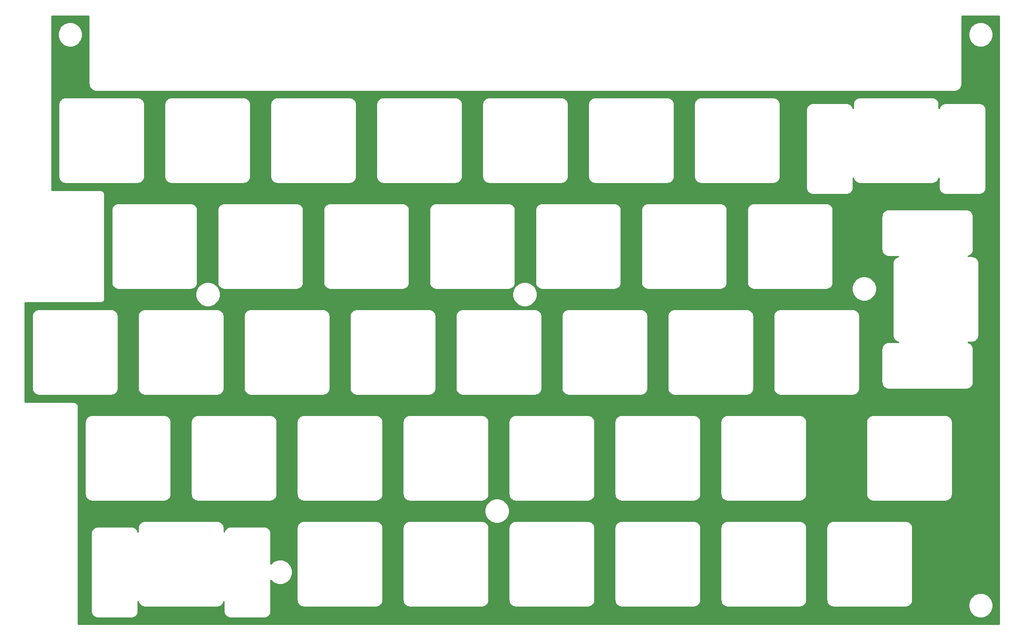
<source format=gbr>
G04 #@! TF.GenerationSoftware,KiCad,Pcbnew,5.1.10*
G04 #@! TF.CreationDate,2021-08-05T22:56:14+02:00*
G04 #@! TF.ProjectId,plate,706c6174-652e-46b6-9963-61645f706362,rev?*
G04 #@! TF.SameCoordinates,Original*
G04 #@! TF.FileFunction,Copper,L1,Top*
G04 #@! TF.FilePolarity,Positive*
%FSLAX46Y46*%
G04 Gerber Fmt 4.6, Leading zero omitted, Abs format (unit mm)*
G04 Created by KiCad (PCBNEW 5.1.10) date 2021-08-05 22:56:14*
%MOMM*%
%LPD*%
G01*
G04 APERTURE LIST*
G04 #@! TA.AperFunction,NonConductor*
%ADD10C,0.254000*%
G04 #@! TD*
G04 #@! TA.AperFunction,NonConductor*
%ADD11C,0.150000*%
G04 #@! TD*
G04 APERTURE END LIST*
D10*
X40831001Y-65183419D02*
X40833767Y-65211507D01*
X40833735Y-65216137D01*
X40834635Y-65225309D01*
X40850180Y-65373210D01*
X40862203Y-65431780D01*
X40873416Y-65490563D01*
X40876079Y-65499385D01*
X40920055Y-65641452D01*
X40943240Y-65696607D01*
X40965645Y-65752062D01*
X40969972Y-65760199D01*
X41040705Y-65891017D01*
X41074151Y-65940603D01*
X41106911Y-65990665D01*
X41112735Y-65997806D01*
X41207532Y-66112394D01*
X41249947Y-66154514D01*
X41291829Y-66197283D01*
X41298930Y-66203157D01*
X41414177Y-66297149D01*
X41463967Y-66330229D01*
X41513357Y-66364048D01*
X41521464Y-66368431D01*
X41652772Y-66438249D01*
X41708054Y-66461034D01*
X41763059Y-66484610D01*
X41771862Y-66487335D01*
X41914231Y-66530318D01*
X41972893Y-66541934D01*
X42031424Y-66554375D01*
X42040585Y-66555338D01*
X42040589Y-66555338D01*
X42188596Y-66569850D01*
X42188598Y-66569850D01*
X42220581Y-66573000D01*
X196463419Y-66573000D01*
X196491516Y-66570233D01*
X196496137Y-66570265D01*
X196505309Y-66569365D01*
X196653210Y-66553820D01*
X196711780Y-66541797D01*
X196770563Y-66530584D01*
X196779385Y-66527921D01*
X196921452Y-66483945D01*
X196976607Y-66460760D01*
X197032062Y-66438355D01*
X197040199Y-66434028D01*
X197171017Y-66363295D01*
X197220603Y-66329849D01*
X197270665Y-66297089D01*
X197277806Y-66291265D01*
X197392394Y-66196468D01*
X197434514Y-66154053D01*
X197477283Y-66112171D01*
X197483157Y-66105070D01*
X197577149Y-65989823D01*
X197610229Y-65940033D01*
X197644048Y-65890643D01*
X197648431Y-65882536D01*
X197718249Y-65751228D01*
X197741034Y-65695946D01*
X197764610Y-65640941D01*
X197767335Y-65632138D01*
X197810318Y-65489769D01*
X197821934Y-65431107D01*
X197834375Y-65372576D01*
X197835338Y-65363411D01*
X197849850Y-65215404D01*
X197849850Y-65215402D01*
X197853000Y-65183419D01*
X197853000Y-56103872D01*
X198997000Y-56103872D01*
X198997000Y-56544128D01*
X199082890Y-56975925D01*
X199251369Y-57382669D01*
X199495962Y-57748729D01*
X199807271Y-58060038D01*
X200173331Y-58304631D01*
X200580075Y-58473110D01*
X201011872Y-58559000D01*
X201452128Y-58559000D01*
X201883925Y-58473110D01*
X202290669Y-58304631D01*
X202656729Y-58060038D01*
X202968038Y-57748729D01*
X203212631Y-57382669D01*
X203381110Y-56975925D01*
X203467000Y-56544128D01*
X203467000Y-56103872D01*
X203381110Y-55672075D01*
X203212631Y-55265331D01*
X202968038Y-54899271D01*
X202656729Y-54587962D01*
X202290669Y-54343369D01*
X201883925Y-54174890D01*
X201452128Y-54089000D01*
X201011872Y-54089000D01*
X200580075Y-54174890D01*
X200173331Y-54343369D01*
X199807271Y-54587962D01*
X199495962Y-54899271D01*
X199251369Y-55265331D01*
X199082890Y-55672075D01*
X198997000Y-56103872D01*
X197853000Y-56103872D01*
X197853000Y-52984000D01*
X204572001Y-52984000D01*
X204572000Y-162408000D01*
X38910000Y-162408000D01*
X38910000Y-146052896D01*
X41242249Y-146052896D01*
X41242250Y-160125105D01*
X41245307Y-160156141D01*
X41245286Y-160159105D01*
X41246287Y-160169318D01*
X41251335Y-160217352D01*
X41252885Y-160233085D01*
X41253044Y-160233610D01*
X41256487Y-160266367D01*
X41269887Y-160331644D01*
X41282365Y-160397059D01*
X41285331Y-160406884D01*
X41314187Y-160500103D01*
X41340029Y-160561578D01*
X41364960Y-160623284D01*
X41369777Y-160632345D01*
X41416190Y-160718183D01*
X41453445Y-160773415D01*
X41489918Y-160829151D01*
X41496404Y-160837104D01*
X41558606Y-160912293D01*
X41605890Y-160959248D01*
X41652479Y-161006824D01*
X41660386Y-161013365D01*
X41660391Y-161013370D01*
X41660397Y-161013374D01*
X41736007Y-161075041D01*
X41791505Y-161111914D01*
X41846468Y-161149548D01*
X41855495Y-161154429D01*
X41941656Y-161200241D01*
X42003262Y-161225633D01*
X42064469Y-161251867D01*
X42074273Y-161254902D01*
X42074277Y-161254903D01*
X42074279Y-161254904D01*
X42074281Y-161254904D01*
X42167691Y-161283107D01*
X42233084Y-161296056D01*
X42298206Y-161309897D01*
X42308397Y-161310968D01*
X42308405Y-161310970D01*
X42308412Y-161310970D01*
X42404938Y-161320434D01*
X42441144Y-161324000D01*
X48513355Y-161324000D01*
X48544400Y-161320942D01*
X48547355Y-161320963D01*
X48557568Y-161319962D01*
X48605451Y-161314929D01*
X48621335Y-161313365D01*
X48621865Y-161313204D01*
X48654617Y-161309762D01*
X48719894Y-161296362D01*
X48785309Y-161283884D01*
X48795134Y-161280918D01*
X48888353Y-161252062D01*
X48949828Y-161226220D01*
X49011534Y-161201289D01*
X49020595Y-161196472D01*
X49106433Y-161150059D01*
X49161665Y-161112804D01*
X49217401Y-161076331D01*
X49225354Y-161069845D01*
X49300543Y-161007643D01*
X49347498Y-160960359D01*
X49395074Y-160913770D01*
X49401615Y-160905863D01*
X49401620Y-160905858D01*
X49401624Y-160905852D01*
X49463291Y-160830242D01*
X49500164Y-160774744D01*
X49537798Y-160719781D01*
X49542679Y-160710754D01*
X49588491Y-160624593D01*
X49613883Y-160562987D01*
X49640117Y-160501780D01*
X49643152Y-160491976D01*
X49671357Y-160398558D01*
X49684306Y-160333165D01*
X49698147Y-160268043D01*
X49699218Y-160257852D01*
X49699220Y-160257844D01*
X49699220Y-160257837D01*
X49708742Y-160160720D01*
X49712250Y-160125105D01*
X49712250Y-158354513D01*
X49720366Y-158397059D01*
X49723332Y-158406884D01*
X49752188Y-158500103D01*
X49778030Y-158561578D01*
X49802961Y-158623284D01*
X49807778Y-158632345D01*
X49854191Y-158718183D01*
X49891446Y-158773415D01*
X49927919Y-158829151D01*
X49934405Y-158837104D01*
X49996607Y-158912293D01*
X50043891Y-158959248D01*
X50090480Y-159006824D01*
X50098387Y-159013365D01*
X50098392Y-159013370D01*
X50098398Y-159013374D01*
X50174008Y-159075041D01*
X50229506Y-159111914D01*
X50284469Y-159149548D01*
X50293496Y-159154429D01*
X50379657Y-159200241D01*
X50441263Y-159225633D01*
X50502470Y-159251867D01*
X50512274Y-159254902D01*
X50512278Y-159254903D01*
X50512280Y-159254904D01*
X50512282Y-159254904D01*
X50605692Y-159283107D01*
X50671085Y-159296056D01*
X50736207Y-159309897D01*
X50746398Y-159310968D01*
X50746406Y-159310970D01*
X50746413Y-159310970D01*
X50842939Y-159320434D01*
X50879145Y-159324000D01*
X63951355Y-159324000D01*
X63982400Y-159320942D01*
X63985355Y-159320963D01*
X63995568Y-159319962D01*
X64043451Y-159314929D01*
X64059335Y-159313365D01*
X64059865Y-159313204D01*
X64092617Y-159309762D01*
X64157894Y-159296362D01*
X64223309Y-159283884D01*
X64233134Y-159280918D01*
X64326353Y-159252062D01*
X64387828Y-159226220D01*
X64449534Y-159201289D01*
X64458595Y-159196472D01*
X64544433Y-159150059D01*
X64599665Y-159112804D01*
X64655401Y-159076331D01*
X64663354Y-159069845D01*
X64738543Y-159007643D01*
X64785498Y-158960359D01*
X64833074Y-158913770D01*
X64839615Y-158905863D01*
X64839620Y-158905858D01*
X64839624Y-158905852D01*
X64901291Y-158830242D01*
X64938164Y-158774744D01*
X64975798Y-158719781D01*
X64980679Y-158710754D01*
X65026491Y-158624593D01*
X65051883Y-158562987D01*
X65078117Y-158501780D01*
X65081152Y-158491976D01*
X65109357Y-158398558D01*
X65118251Y-158353642D01*
X65118251Y-160125105D01*
X65121308Y-160156141D01*
X65121287Y-160159105D01*
X65122288Y-160169318D01*
X65127336Y-160217352D01*
X65128886Y-160233085D01*
X65129045Y-160233610D01*
X65132488Y-160266367D01*
X65145888Y-160331644D01*
X65158366Y-160397059D01*
X65161332Y-160406884D01*
X65190188Y-160500103D01*
X65216030Y-160561578D01*
X65240961Y-160623284D01*
X65245778Y-160632345D01*
X65292191Y-160718183D01*
X65329446Y-160773415D01*
X65365919Y-160829151D01*
X65372405Y-160837104D01*
X65434607Y-160912293D01*
X65481891Y-160959248D01*
X65528480Y-161006824D01*
X65536387Y-161013365D01*
X65536392Y-161013370D01*
X65536398Y-161013374D01*
X65612008Y-161075041D01*
X65667506Y-161111914D01*
X65722469Y-161149548D01*
X65731496Y-161154429D01*
X65817657Y-161200241D01*
X65879263Y-161225633D01*
X65940470Y-161251867D01*
X65950274Y-161254902D01*
X65950278Y-161254903D01*
X65950280Y-161254904D01*
X65950282Y-161254904D01*
X66043692Y-161283107D01*
X66109085Y-161296056D01*
X66174207Y-161309897D01*
X66184398Y-161310968D01*
X66184406Y-161310970D01*
X66184413Y-161310970D01*
X66280939Y-161320434D01*
X66317145Y-161324000D01*
X72389355Y-161324000D01*
X72420400Y-161320942D01*
X72423355Y-161320963D01*
X72433568Y-161319962D01*
X72481451Y-161314929D01*
X72497335Y-161313365D01*
X72497865Y-161313204D01*
X72530617Y-161309762D01*
X72595894Y-161296362D01*
X72661309Y-161283884D01*
X72671134Y-161280918D01*
X72764353Y-161252062D01*
X72825828Y-161226220D01*
X72887534Y-161201289D01*
X72896595Y-161196472D01*
X72982433Y-161150059D01*
X73037665Y-161112804D01*
X73093401Y-161076331D01*
X73101354Y-161069845D01*
X73176543Y-161007643D01*
X73223498Y-160960359D01*
X73271074Y-160913770D01*
X73277615Y-160905863D01*
X73277620Y-160905858D01*
X73277624Y-160905852D01*
X73339291Y-160830242D01*
X73376164Y-160774744D01*
X73413798Y-160719781D01*
X73418679Y-160710754D01*
X73464491Y-160624593D01*
X73489883Y-160562987D01*
X73516117Y-160501780D01*
X73519152Y-160491976D01*
X73547357Y-160398558D01*
X73560306Y-160333165D01*
X73574147Y-160268043D01*
X73575218Y-160257852D01*
X73575220Y-160257844D01*
X73575220Y-160257837D01*
X73584742Y-160160720D01*
X73588250Y-160125105D01*
X73588250Y-154567017D01*
X73825271Y-154804038D01*
X74191331Y-155048631D01*
X74598075Y-155217110D01*
X75029872Y-155303000D01*
X75470128Y-155303000D01*
X75901925Y-155217110D01*
X76308669Y-155048631D01*
X76674729Y-154804038D01*
X76986038Y-154492729D01*
X77230631Y-154126669D01*
X77399110Y-153719925D01*
X77485000Y-153288128D01*
X77485000Y-152847872D01*
X77399110Y-152416075D01*
X77230631Y-152009331D01*
X76986038Y-151643271D01*
X76674729Y-151331962D01*
X76308669Y-151087369D01*
X75901925Y-150918890D01*
X75470128Y-150833000D01*
X75029872Y-150833000D01*
X74598075Y-150918890D01*
X74191331Y-151087369D01*
X73825271Y-151331962D01*
X73588250Y-151568983D01*
X73588250Y-146052895D01*
X73585192Y-146021850D01*
X73585213Y-146018895D01*
X73584212Y-146008682D01*
X73579180Y-145960807D01*
X73577615Y-145944915D01*
X73577454Y-145944385D01*
X73574012Y-145911634D01*
X73560614Y-145846364D01*
X73548134Y-145780941D01*
X73545168Y-145771116D01*
X73516312Y-145677897D01*
X73490475Y-145616434D01*
X73465539Y-145554716D01*
X73460722Y-145545655D01*
X73414309Y-145459817D01*
X73377039Y-145404562D01*
X73340581Y-145348849D01*
X73334095Y-145340896D01*
X73271893Y-145265707D01*
X73224609Y-145218752D01*
X73178020Y-145171176D01*
X73170113Y-145164634D01*
X73094492Y-145102959D01*
X73038971Y-145066070D01*
X73019731Y-145052896D01*
X78255250Y-145052896D01*
X78255251Y-158125105D01*
X78258308Y-158156141D01*
X78258287Y-158159105D01*
X78259288Y-158169318D01*
X78264336Y-158217352D01*
X78265886Y-158233085D01*
X78266045Y-158233610D01*
X78269488Y-158266367D01*
X78282888Y-158331644D01*
X78295366Y-158397059D01*
X78298332Y-158406884D01*
X78327188Y-158500103D01*
X78353030Y-158561578D01*
X78377961Y-158623284D01*
X78382778Y-158632345D01*
X78429191Y-158718183D01*
X78466446Y-158773415D01*
X78502919Y-158829151D01*
X78509405Y-158837104D01*
X78571607Y-158912293D01*
X78618891Y-158959248D01*
X78665480Y-159006824D01*
X78673387Y-159013365D01*
X78673392Y-159013370D01*
X78673398Y-159013374D01*
X78749008Y-159075041D01*
X78804506Y-159111914D01*
X78859469Y-159149548D01*
X78868496Y-159154429D01*
X78954657Y-159200241D01*
X79016263Y-159225633D01*
X79077470Y-159251867D01*
X79087274Y-159254902D01*
X79087278Y-159254903D01*
X79087280Y-159254904D01*
X79087282Y-159254904D01*
X79180692Y-159283107D01*
X79246085Y-159296056D01*
X79311207Y-159309897D01*
X79321398Y-159310968D01*
X79321406Y-159310970D01*
X79321413Y-159310970D01*
X79417939Y-159320434D01*
X79454145Y-159324000D01*
X92526355Y-159324000D01*
X92557400Y-159320942D01*
X92560355Y-159320963D01*
X92570568Y-159319962D01*
X92618451Y-159314929D01*
X92634335Y-159313365D01*
X92634865Y-159313204D01*
X92667617Y-159309762D01*
X92732894Y-159296362D01*
X92798309Y-159283884D01*
X92808134Y-159280918D01*
X92901353Y-159252062D01*
X92962828Y-159226220D01*
X93024534Y-159201289D01*
X93033595Y-159196472D01*
X93119433Y-159150059D01*
X93174665Y-159112804D01*
X93230401Y-159076331D01*
X93238354Y-159069845D01*
X93313543Y-159007643D01*
X93360498Y-158960359D01*
X93408074Y-158913770D01*
X93414615Y-158905863D01*
X93414620Y-158905858D01*
X93414624Y-158905852D01*
X93476291Y-158830242D01*
X93513164Y-158774744D01*
X93550798Y-158719781D01*
X93555679Y-158710754D01*
X93601491Y-158624593D01*
X93626883Y-158562987D01*
X93653117Y-158501780D01*
X93656152Y-158491976D01*
X93684357Y-158398558D01*
X93697306Y-158333165D01*
X93711147Y-158268043D01*
X93712218Y-158257852D01*
X93712220Y-158257844D01*
X93712220Y-158257837D01*
X93721742Y-158160720D01*
X93725250Y-158125105D01*
X93725250Y-145052896D01*
X97305250Y-145052896D01*
X97305251Y-158125105D01*
X97308308Y-158156141D01*
X97308287Y-158159105D01*
X97309288Y-158169318D01*
X97314336Y-158217352D01*
X97315886Y-158233085D01*
X97316045Y-158233610D01*
X97319488Y-158266367D01*
X97332888Y-158331644D01*
X97345366Y-158397059D01*
X97348332Y-158406884D01*
X97377188Y-158500103D01*
X97403030Y-158561578D01*
X97427961Y-158623284D01*
X97432778Y-158632345D01*
X97479191Y-158718183D01*
X97516446Y-158773415D01*
X97552919Y-158829151D01*
X97559405Y-158837104D01*
X97621607Y-158912293D01*
X97668891Y-158959248D01*
X97715480Y-159006824D01*
X97723387Y-159013365D01*
X97723392Y-159013370D01*
X97723398Y-159013374D01*
X97799008Y-159075041D01*
X97854506Y-159111914D01*
X97909469Y-159149548D01*
X97918496Y-159154429D01*
X98004657Y-159200241D01*
X98066263Y-159225633D01*
X98127470Y-159251867D01*
X98137274Y-159254902D01*
X98137278Y-159254903D01*
X98137280Y-159254904D01*
X98137282Y-159254904D01*
X98230692Y-159283107D01*
X98296085Y-159296056D01*
X98361207Y-159309897D01*
X98371398Y-159310968D01*
X98371406Y-159310970D01*
X98371413Y-159310970D01*
X98467939Y-159320434D01*
X98504145Y-159324000D01*
X111576355Y-159324000D01*
X111607400Y-159320942D01*
X111610355Y-159320963D01*
X111620568Y-159319962D01*
X111668451Y-159314929D01*
X111684335Y-159313365D01*
X111684865Y-159313204D01*
X111717617Y-159309762D01*
X111782894Y-159296362D01*
X111848309Y-159283884D01*
X111858134Y-159280918D01*
X111951353Y-159252062D01*
X112012828Y-159226220D01*
X112074534Y-159201289D01*
X112083595Y-159196472D01*
X112169433Y-159150059D01*
X112224665Y-159112804D01*
X112280401Y-159076331D01*
X112288354Y-159069845D01*
X112363543Y-159007643D01*
X112410498Y-158960359D01*
X112458074Y-158913770D01*
X112464615Y-158905863D01*
X112464620Y-158905858D01*
X112464624Y-158905852D01*
X112526291Y-158830242D01*
X112563164Y-158774744D01*
X112600798Y-158719781D01*
X112605679Y-158710754D01*
X112651491Y-158624593D01*
X112676883Y-158562987D01*
X112703117Y-158501780D01*
X112706152Y-158491976D01*
X112734357Y-158398558D01*
X112747306Y-158333165D01*
X112761147Y-158268043D01*
X112762218Y-158257852D01*
X112762220Y-158257844D01*
X112762220Y-158257837D01*
X112771742Y-158160720D01*
X112775250Y-158125105D01*
X112775250Y-145052896D01*
X116355250Y-145052896D01*
X116355251Y-158125105D01*
X116358308Y-158156141D01*
X116358287Y-158159105D01*
X116359288Y-158169318D01*
X116364336Y-158217352D01*
X116365886Y-158233085D01*
X116366045Y-158233610D01*
X116369488Y-158266367D01*
X116382888Y-158331644D01*
X116395366Y-158397059D01*
X116398332Y-158406884D01*
X116427188Y-158500103D01*
X116453030Y-158561578D01*
X116477961Y-158623284D01*
X116482778Y-158632345D01*
X116529191Y-158718183D01*
X116566446Y-158773415D01*
X116602919Y-158829151D01*
X116609405Y-158837104D01*
X116671607Y-158912293D01*
X116718891Y-158959248D01*
X116765480Y-159006824D01*
X116773387Y-159013365D01*
X116773392Y-159013370D01*
X116773398Y-159013374D01*
X116849008Y-159075041D01*
X116904506Y-159111914D01*
X116959469Y-159149548D01*
X116968496Y-159154429D01*
X117054657Y-159200241D01*
X117116263Y-159225633D01*
X117177470Y-159251867D01*
X117187274Y-159254902D01*
X117187278Y-159254903D01*
X117187280Y-159254904D01*
X117187282Y-159254904D01*
X117280692Y-159283107D01*
X117346085Y-159296056D01*
X117411207Y-159309897D01*
X117421398Y-159310968D01*
X117421406Y-159310970D01*
X117421413Y-159310970D01*
X117517939Y-159320434D01*
X117554145Y-159324000D01*
X130626355Y-159324000D01*
X130657400Y-159320942D01*
X130660355Y-159320963D01*
X130670568Y-159319962D01*
X130718451Y-159314929D01*
X130734335Y-159313365D01*
X130734865Y-159313204D01*
X130767617Y-159309762D01*
X130832894Y-159296362D01*
X130898309Y-159283884D01*
X130908134Y-159280918D01*
X131001353Y-159252062D01*
X131062828Y-159226220D01*
X131124534Y-159201289D01*
X131133595Y-159196472D01*
X131219433Y-159150059D01*
X131274665Y-159112804D01*
X131330401Y-159076331D01*
X131338354Y-159069845D01*
X131413543Y-159007643D01*
X131460498Y-158960359D01*
X131508074Y-158913770D01*
X131514615Y-158905863D01*
X131514620Y-158905858D01*
X131514624Y-158905852D01*
X131576291Y-158830242D01*
X131613164Y-158774744D01*
X131650798Y-158719781D01*
X131655679Y-158710754D01*
X131701491Y-158624593D01*
X131726883Y-158562987D01*
X131753117Y-158501780D01*
X131756152Y-158491976D01*
X131784357Y-158398558D01*
X131797306Y-158333165D01*
X131811147Y-158268043D01*
X131812218Y-158257852D01*
X131812220Y-158257844D01*
X131812220Y-158257837D01*
X131821742Y-158160720D01*
X131825250Y-158125105D01*
X131825250Y-145052896D01*
X135405250Y-145052896D01*
X135405251Y-158125105D01*
X135408308Y-158156141D01*
X135408287Y-158159105D01*
X135409288Y-158169318D01*
X135414336Y-158217352D01*
X135415886Y-158233085D01*
X135416045Y-158233610D01*
X135419488Y-158266367D01*
X135432888Y-158331644D01*
X135445366Y-158397059D01*
X135448332Y-158406884D01*
X135477188Y-158500103D01*
X135503030Y-158561578D01*
X135527961Y-158623284D01*
X135532778Y-158632345D01*
X135579191Y-158718183D01*
X135616446Y-158773415D01*
X135652919Y-158829151D01*
X135659405Y-158837104D01*
X135721607Y-158912293D01*
X135768891Y-158959248D01*
X135815480Y-159006824D01*
X135823387Y-159013365D01*
X135823392Y-159013370D01*
X135823398Y-159013374D01*
X135899008Y-159075041D01*
X135954506Y-159111914D01*
X136009469Y-159149548D01*
X136018496Y-159154429D01*
X136104657Y-159200241D01*
X136166263Y-159225633D01*
X136227470Y-159251867D01*
X136237274Y-159254902D01*
X136237278Y-159254903D01*
X136237280Y-159254904D01*
X136237282Y-159254904D01*
X136330692Y-159283107D01*
X136396085Y-159296056D01*
X136461207Y-159309897D01*
X136471398Y-159310968D01*
X136471406Y-159310970D01*
X136471413Y-159310970D01*
X136567939Y-159320434D01*
X136604145Y-159324000D01*
X149676355Y-159324000D01*
X149707400Y-159320942D01*
X149710355Y-159320963D01*
X149720568Y-159319962D01*
X149768451Y-159314929D01*
X149784335Y-159313365D01*
X149784865Y-159313204D01*
X149817617Y-159309762D01*
X149882894Y-159296362D01*
X149948309Y-159283884D01*
X149958134Y-159280918D01*
X150051353Y-159252062D01*
X150112828Y-159226220D01*
X150174534Y-159201289D01*
X150183595Y-159196472D01*
X150269433Y-159150059D01*
X150324665Y-159112804D01*
X150380401Y-159076331D01*
X150388354Y-159069845D01*
X150463543Y-159007643D01*
X150510498Y-158960359D01*
X150558074Y-158913770D01*
X150564615Y-158905863D01*
X150564620Y-158905858D01*
X150564624Y-158905852D01*
X150626291Y-158830242D01*
X150663164Y-158774744D01*
X150700798Y-158719781D01*
X150705679Y-158710754D01*
X150751491Y-158624593D01*
X150776883Y-158562987D01*
X150803117Y-158501780D01*
X150806152Y-158491976D01*
X150834357Y-158398558D01*
X150847306Y-158333165D01*
X150861147Y-158268043D01*
X150862218Y-158257852D01*
X150862220Y-158257844D01*
X150862220Y-158257837D01*
X150871742Y-158160720D01*
X150875250Y-158125105D01*
X150875250Y-145052896D01*
X154455250Y-145052896D01*
X154455251Y-158125105D01*
X154458308Y-158156141D01*
X154458287Y-158159105D01*
X154459288Y-158169318D01*
X154464336Y-158217352D01*
X154465886Y-158233085D01*
X154466045Y-158233610D01*
X154469488Y-158266367D01*
X154482888Y-158331644D01*
X154495366Y-158397059D01*
X154498332Y-158406884D01*
X154527188Y-158500103D01*
X154553030Y-158561578D01*
X154577961Y-158623284D01*
X154582778Y-158632345D01*
X154629191Y-158718183D01*
X154666446Y-158773415D01*
X154702919Y-158829151D01*
X154709405Y-158837104D01*
X154771607Y-158912293D01*
X154818891Y-158959248D01*
X154865480Y-159006824D01*
X154873387Y-159013365D01*
X154873392Y-159013370D01*
X154873398Y-159013374D01*
X154949008Y-159075041D01*
X155004506Y-159111914D01*
X155059469Y-159149548D01*
X155068496Y-159154429D01*
X155154657Y-159200241D01*
X155216263Y-159225633D01*
X155277470Y-159251867D01*
X155287274Y-159254902D01*
X155287278Y-159254903D01*
X155287280Y-159254904D01*
X155287282Y-159254904D01*
X155380692Y-159283107D01*
X155446085Y-159296056D01*
X155511207Y-159309897D01*
X155521398Y-159310968D01*
X155521406Y-159310970D01*
X155521413Y-159310970D01*
X155617939Y-159320434D01*
X155654145Y-159324000D01*
X168726355Y-159324000D01*
X168757400Y-159320942D01*
X168760355Y-159320963D01*
X168770568Y-159319962D01*
X168818451Y-159314929D01*
X168834335Y-159313365D01*
X168834865Y-159313204D01*
X168867617Y-159309762D01*
X168932894Y-159296362D01*
X168998309Y-159283884D01*
X169008134Y-159280918D01*
X169101353Y-159252062D01*
X169162828Y-159226220D01*
X169224534Y-159201289D01*
X169233595Y-159196472D01*
X169319433Y-159150059D01*
X169374665Y-159112804D01*
X169430401Y-159076331D01*
X169438354Y-159069845D01*
X169513543Y-159007643D01*
X169560498Y-158960359D01*
X169608074Y-158913770D01*
X169614615Y-158905863D01*
X169614620Y-158905858D01*
X169614624Y-158905852D01*
X169676291Y-158830242D01*
X169713164Y-158774744D01*
X169750798Y-158719781D01*
X169755679Y-158710754D01*
X169801491Y-158624593D01*
X169826883Y-158562987D01*
X169853117Y-158501780D01*
X169856152Y-158491976D01*
X169884357Y-158398558D01*
X169897306Y-158333165D01*
X169911147Y-158268043D01*
X169912218Y-158257852D01*
X169912220Y-158257844D01*
X169912220Y-158257837D01*
X169921742Y-158160720D01*
X169925250Y-158125105D01*
X169925250Y-145052896D01*
X173505250Y-145052896D01*
X173505251Y-158125105D01*
X173508308Y-158156141D01*
X173508287Y-158159105D01*
X173509288Y-158169318D01*
X173514336Y-158217352D01*
X173515886Y-158233085D01*
X173516045Y-158233610D01*
X173519488Y-158266367D01*
X173532888Y-158331644D01*
X173545366Y-158397059D01*
X173548332Y-158406884D01*
X173577188Y-158500103D01*
X173603030Y-158561578D01*
X173627961Y-158623284D01*
X173632778Y-158632345D01*
X173679191Y-158718183D01*
X173716446Y-158773415D01*
X173752919Y-158829151D01*
X173759405Y-158837104D01*
X173821607Y-158912293D01*
X173868891Y-158959248D01*
X173915480Y-159006824D01*
X173923387Y-159013365D01*
X173923392Y-159013370D01*
X173923398Y-159013374D01*
X173999008Y-159075041D01*
X174054506Y-159111914D01*
X174109469Y-159149548D01*
X174118496Y-159154429D01*
X174204657Y-159200241D01*
X174266263Y-159225633D01*
X174327470Y-159251867D01*
X174337274Y-159254902D01*
X174337278Y-159254903D01*
X174337280Y-159254904D01*
X174337282Y-159254904D01*
X174430692Y-159283107D01*
X174496085Y-159296056D01*
X174561207Y-159309897D01*
X174571398Y-159310968D01*
X174571406Y-159310970D01*
X174571413Y-159310970D01*
X174667939Y-159320434D01*
X174704145Y-159324000D01*
X187776355Y-159324000D01*
X187807400Y-159320942D01*
X187810355Y-159320963D01*
X187820568Y-159319962D01*
X187868451Y-159314929D01*
X187884335Y-159313365D01*
X187884865Y-159313204D01*
X187917617Y-159309762D01*
X187982894Y-159296362D01*
X188048309Y-159283884D01*
X188058134Y-159280918D01*
X188151353Y-159252062D01*
X188212828Y-159226220D01*
X188274534Y-159201289D01*
X188283595Y-159196472D01*
X188369433Y-159150059D01*
X188424665Y-159112804D01*
X188480401Y-159076331D01*
X188488354Y-159069845D01*
X188563543Y-159007643D01*
X188610498Y-158960359D01*
X188658074Y-158913770D01*
X188664615Y-158905863D01*
X188664620Y-158905858D01*
X188664624Y-158905852D01*
X188711912Y-158847872D01*
X198997000Y-158847872D01*
X198997000Y-159288128D01*
X199082890Y-159719925D01*
X199251369Y-160126669D01*
X199495962Y-160492729D01*
X199807271Y-160804038D01*
X200173331Y-161048631D01*
X200580075Y-161217110D01*
X201011872Y-161303000D01*
X201452128Y-161303000D01*
X201883925Y-161217110D01*
X202290669Y-161048631D01*
X202656729Y-160804038D01*
X202968038Y-160492729D01*
X203212631Y-160126669D01*
X203381110Y-159719925D01*
X203467000Y-159288128D01*
X203467000Y-158847872D01*
X203381110Y-158416075D01*
X203212631Y-158009331D01*
X202968038Y-157643271D01*
X202656729Y-157331962D01*
X202290669Y-157087369D01*
X201883925Y-156918890D01*
X201452128Y-156833000D01*
X201011872Y-156833000D01*
X200580075Y-156918890D01*
X200173331Y-157087369D01*
X199807271Y-157331962D01*
X199495962Y-157643271D01*
X199251369Y-158009331D01*
X199082890Y-158416075D01*
X198997000Y-158847872D01*
X188711912Y-158847872D01*
X188726291Y-158830242D01*
X188763164Y-158774744D01*
X188800798Y-158719781D01*
X188805679Y-158710754D01*
X188851491Y-158624593D01*
X188876883Y-158562987D01*
X188903117Y-158501780D01*
X188906152Y-158491976D01*
X188934357Y-158398558D01*
X188947306Y-158333165D01*
X188961147Y-158268043D01*
X188962218Y-158257852D01*
X188962220Y-158257844D01*
X188962220Y-158257837D01*
X188971742Y-158160720D01*
X188975250Y-158125105D01*
X188975250Y-145052895D01*
X188972192Y-145021850D01*
X188972213Y-145018895D01*
X188971212Y-145008682D01*
X188966180Y-144960807D01*
X188964615Y-144944915D01*
X188964454Y-144944385D01*
X188961012Y-144911634D01*
X188947614Y-144846364D01*
X188935134Y-144780941D01*
X188932168Y-144771116D01*
X188903312Y-144677897D01*
X188877475Y-144616434D01*
X188852539Y-144554716D01*
X188847722Y-144545655D01*
X188801309Y-144459817D01*
X188764039Y-144404562D01*
X188727581Y-144348849D01*
X188721095Y-144340896D01*
X188658893Y-144265707D01*
X188611609Y-144218752D01*
X188565020Y-144171176D01*
X188557113Y-144164634D01*
X188481492Y-144102959D01*
X188425971Y-144066070D01*
X188371031Y-144028452D01*
X188362020Y-144023580D01*
X188362013Y-144023575D01*
X188362006Y-144023572D01*
X188362004Y-144023571D01*
X188275843Y-143977759D01*
X188214237Y-143952367D01*
X188153030Y-143926133D01*
X188143226Y-143923098D01*
X188143222Y-143923097D01*
X188143220Y-143923096D01*
X188143218Y-143923096D01*
X188049808Y-143894893D01*
X187984422Y-143881946D01*
X187919294Y-143868103D01*
X187909101Y-143867031D01*
X187909094Y-143867030D01*
X187909088Y-143867030D01*
X187812560Y-143857566D01*
X187776355Y-143854000D01*
X174704145Y-143854000D01*
X174673100Y-143857058D01*
X174670145Y-143857037D01*
X174659932Y-143858038D01*
X174612057Y-143863070D01*
X174596165Y-143864635D01*
X174595635Y-143864796D01*
X174562884Y-143868238D01*
X174497614Y-143881636D01*
X174432191Y-143894116D01*
X174422366Y-143897082D01*
X174329147Y-143925938D01*
X174267684Y-143951775D01*
X174205966Y-143976711D01*
X174196905Y-143981528D01*
X174111067Y-144027941D01*
X174055812Y-144065211D01*
X174000099Y-144101669D01*
X173992146Y-144108155D01*
X173916957Y-144170357D01*
X173870002Y-144217641D01*
X173822426Y-144264230D01*
X173815884Y-144272137D01*
X173754209Y-144347758D01*
X173717320Y-144403279D01*
X173679702Y-144458219D01*
X173674830Y-144467230D01*
X173674825Y-144467237D01*
X173674822Y-144467244D01*
X173674821Y-144467246D01*
X173629009Y-144553407D01*
X173603617Y-144615013D01*
X173577383Y-144676220D01*
X173574348Y-144686024D01*
X173546143Y-144779442D01*
X173533196Y-144844828D01*
X173519353Y-144909956D01*
X173518281Y-144920149D01*
X173518280Y-144920156D01*
X173518280Y-144920162D01*
X173508794Y-145016912D01*
X173505250Y-145052896D01*
X169925250Y-145052896D01*
X169925250Y-145052895D01*
X169922192Y-145021850D01*
X169922213Y-145018895D01*
X169921212Y-145008682D01*
X169916180Y-144960807D01*
X169914615Y-144944915D01*
X169914454Y-144944385D01*
X169911012Y-144911634D01*
X169897614Y-144846364D01*
X169885134Y-144780941D01*
X169882168Y-144771116D01*
X169853312Y-144677897D01*
X169827475Y-144616434D01*
X169802539Y-144554716D01*
X169797722Y-144545655D01*
X169751309Y-144459817D01*
X169714039Y-144404562D01*
X169677581Y-144348849D01*
X169671095Y-144340896D01*
X169608893Y-144265707D01*
X169561609Y-144218752D01*
X169515020Y-144171176D01*
X169507113Y-144164634D01*
X169431492Y-144102959D01*
X169375971Y-144066070D01*
X169321031Y-144028452D01*
X169312020Y-144023580D01*
X169312013Y-144023575D01*
X169312006Y-144023572D01*
X169312004Y-144023571D01*
X169225843Y-143977759D01*
X169164237Y-143952367D01*
X169103030Y-143926133D01*
X169093226Y-143923098D01*
X169093222Y-143923097D01*
X169093220Y-143923096D01*
X169093218Y-143923096D01*
X168999808Y-143894893D01*
X168934422Y-143881946D01*
X168869294Y-143868103D01*
X168859101Y-143867031D01*
X168859094Y-143867030D01*
X168859088Y-143867030D01*
X168762560Y-143857566D01*
X168726355Y-143854000D01*
X155654145Y-143854000D01*
X155623100Y-143857058D01*
X155620145Y-143857037D01*
X155609932Y-143858038D01*
X155562057Y-143863070D01*
X155546165Y-143864635D01*
X155545635Y-143864796D01*
X155512884Y-143868238D01*
X155447614Y-143881636D01*
X155382191Y-143894116D01*
X155372366Y-143897082D01*
X155279147Y-143925938D01*
X155217684Y-143951775D01*
X155155966Y-143976711D01*
X155146905Y-143981528D01*
X155061067Y-144027941D01*
X155005812Y-144065211D01*
X154950099Y-144101669D01*
X154942146Y-144108155D01*
X154866957Y-144170357D01*
X154820002Y-144217641D01*
X154772426Y-144264230D01*
X154765884Y-144272137D01*
X154704209Y-144347758D01*
X154667320Y-144403279D01*
X154629702Y-144458219D01*
X154624830Y-144467230D01*
X154624825Y-144467237D01*
X154624822Y-144467244D01*
X154624821Y-144467246D01*
X154579009Y-144553407D01*
X154553617Y-144615013D01*
X154527383Y-144676220D01*
X154524348Y-144686024D01*
X154496143Y-144779442D01*
X154483196Y-144844828D01*
X154469353Y-144909956D01*
X154468281Y-144920149D01*
X154468280Y-144920156D01*
X154468280Y-144920162D01*
X154458794Y-145016912D01*
X154455250Y-145052896D01*
X150875250Y-145052896D01*
X150875250Y-145052895D01*
X150872192Y-145021850D01*
X150872213Y-145018895D01*
X150871212Y-145008682D01*
X150866180Y-144960807D01*
X150864615Y-144944915D01*
X150864454Y-144944385D01*
X150861012Y-144911634D01*
X150847614Y-144846364D01*
X150835134Y-144780941D01*
X150832168Y-144771116D01*
X150803312Y-144677897D01*
X150777475Y-144616434D01*
X150752539Y-144554716D01*
X150747722Y-144545655D01*
X150701309Y-144459817D01*
X150664039Y-144404562D01*
X150627581Y-144348849D01*
X150621095Y-144340896D01*
X150558893Y-144265707D01*
X150511609Y-144218752D01*
X150465020Y-144171176D01*
X150457113Y-144164634D01*
X150381492Y-144102959D01*
X150325971Y-144066070D01*
X150271031Y-144028452D01*
X150262020Y-144023580D01*
X150262013Y-144023575D01*
X150262006Y-144023572D01*
X150262004Y-144023571D01*
X150175843Y-143977759D01*
X150114237Y-143952367D01*
X150053030Y-143926133D01*
X150043226Y-143923098D01*
X150043222Y-143923097D01*
X150043220Y-143923096D01*
X150043218Y-143923096D01*
X149949808Y-143894893D01*
X149884422Y-143881946D01*
X149819294Y-143868103D01*
X149809101Y-143867031D01*
X149809094Y-143867030D01*
X149809088Y-143867030D01*
X149712560Y-143857566D01*
X149676355Y-143854000D01*
X136604145Y-143854000D01*
X136573100Y-143857058D01*
X136570145Y-143857037D01*
X136559932Y-143858038D01*
X136512057Y-143863070D01*
X136496165Y-143864635D01*
X136495635Y-143864796D01*
X136462884Y-143868238D01*
X136397614Y-143881636D01*
X136332191Y-143894116D01*
X136322366Y-143897082D01*
X136229147Y-143925938D01*
X136167684Y-143951775D01*
X136105966Y-143976711D01*
X136096905Y-143981528D01*
X136011067Y-144027941D01*
X135955812Y-144065211D01*
X135900099Y-144101669D01*
X135892146Y-144108155D01*
X135816957Y-144170357D01*
X135770002Y-144217641D01*
X135722426Y-144264230D01*
X135715884Y-144272137D01*
X135654209Y-144347758D01*
X135617320Y-144403279D01*
X135579702Y-144458219D01*
X135574830Y-144467230D01*
X135574825Y-144467237D01*
X135574822Y-144467244D01*
X135574821Y-144467246D01*
X135529009Y-144553407D01*
X135503617Y-144615013D01*
X135477383Y-144676220D01*
X135474348Y-144686024D01*
X135446143Y-144779442D01*
X135433196Y-144844828D01*
X135419353Y-144909956D01*
X135418281Y-144920149D01*
X135418280Y-144920156D01*
X135418280Y-144920162D01*
X135408794Y-145016912D01*
X135405250Y-145052896D01*
X131825250Y-145052896D01*
X131825250Y-145052895D01*
X131822192Y-145021850D01*
X131822213Y-145018895D01*
X131821212Y-145008682D01*
X131816180Y-144960807D01*
X131814615Y-144944915D01*
X131814454Y-144944385D01*
X131811012Y-144911634D01*
X131797614Y-144846364D01*
X131785134Y-144780941D01*
X131782168Y-144771116D01*
X131753312Y-144677897D01*
X131727475Y-144616434D01*
X131702539Y-144554716D01*
X131697722Y-144545655D01*
X131651309Y-144459817D01*
X131614039Y-144404562D01*
X131577581Y-144348849D01*
X131571095Y-144340896D01*
X131508893Y-144265707D01*
X131461609Y-144218752D01*
X131415020Y-144171176D01*
X131407113Y-144164634D01*
X131331492Y-144102959D01*
X131275971Y-144066070D01*
X131221031Y-144028452D01*
X131212020Y-144023580D01*
X131212013Y-144023575D01*
X131212006Y-144023572D01*
X131212004Y-144023571D01*
X131125843Y-143977759D01*
X131064237Y-143952367D01*
X131003030Y-143926133D01*
X130993226Y-143923098D01*
X130993222Y-143923097D01*
X130993220Y-143923096D01*
X130993218Y-143923096D01*
X130899808Y-143894893D01*
X130834422Y-143881946D01*
X130769294Y-143868103D01*
X130759101Y-143867031D01*
X130759094Y-143867030D01*
X130759088Y-143867030D01*
X130662560Y-143857566D01*
X130626355Y-143854000D01*
X117554145Y-143854000D01*
X117523100Y-143857058D01*
X117520145Y-143857037D01*
X117509932Y-143858038D01*
X117462057Y-143863070D01*
X117446165Y-143864635D01*
X117445635Y-143864796D01*
X117412884Y-143868238D01*
X117347614Y-143881636D01*
X117282191Y-143894116D01*
X117272366Y-143897082D01*
X117179147Y-143925938D01*
X117117684Y-143951775D01*
X117055966Y-143976711D01*
X117046905Y-143981528D01*
X116961067Y-144027941D01*
X116905812Y-144065211D01*
X116850099Y-144101669D01*
X116842146Y-144108155D01*
X116766957Y-144170357D01*
X116720002Y-144217641D01*
X116672426Y-144264230D01*
X116665884Y-144272137D01*
X116604209Y-144347758D01*
X116567320Y-144403279D01*
X116529702Y-144458219D01*
X116524830Y-144467230D01*
X116524825Y-144467237D01*
X116524822Y-144467244D01*
X116524821Y-144467246D01*
X116479009Y-144553407D01*
X116453617Y-144615013D01*
X116427383Y-144676220D01*
X116424348Y-144686024D01*
X116396143Y-144779442D01*
X116383196Y-144844828D01*
X116369353Y-144909956D01*
X116368281Y-144920149D01*
X116368280Y-144920156D01*
X116368280Y-144920162D01*
X116358794Y-145016912D01*
X116355250Y-145052896D01*
X112775250Y-145052896D01*
X112775250Y-145052895D01*
X112772192Y-145021850D01*
X112772213Y-145018895D01*
X112771212Y-145008682D01*
X112766180Y-144960807D01*
X112764615Y-144944915D01*
X112764454Y-144944385D01*
X112761012Y-144911634D01*
X112747614Y-144846364D01*
X112735134Y-144780941D01*
X112732168Y-144771116D01*
X112703312Y-144677897D01*
X112677475Y-144616434D01*
X112652539Y-144554716D01*
X112647722Y-144545655D01*
X112601309Y-144459817D01*
X112564039Y-144404562D01*
X112527581Y-144348849D01*
X112521095Y-144340896D01*
X112458893Y-144265707D01*
X112411609Y-144218752D01*
X112365020Y-144171176D01*
X112357113Y-144164634D01*
X112281492Y-144102959D01*
X112225971Y-144066070D01*
X112171031Y-144028452D01*
X112162020Y-144023580D01*
X112162013Y-144023575D01*
X112162006Y-144023572D01*
X112162004Y-144023571D01*
X112075843Y-143977759D01*
X112014237Y-143952367D01*
X111953030Y-143926133D01*
X111943226Y-143923098D01*
X111943222Y-143923097D01*
X111943220Y-143923096D01*
X111943218Y-143923096D01*
X111849808Y-143894893D01*
X111784422Y-143881946D01*
X111719294Y-143868103D01*
X111709101Y-143867031D01*
X111709094Y-143867030D01*
X111709088Y-143867030D01*
X111612560Y-143857566D01*
X111576355Y-143854000D01*
X98504145Y-143854000D01*
X98473100Y-143857058D01*
X98470145Y-143857037D01*
X98459932Y-143858038D01*
X98412057Y-143863070D01*
X98396165Y-143864635D01*
X98395635Y-143864796D01*
X98362884Y-143868238D01*
X98297614Y-143881636D01*
X98232191Y-143894116D01*
X98222366Y-143897082D01*
X98129147Y-143925938D01*
X98067684Y-143951775D01*
X98005966Y-143976711D01*
X97996905Y-143981528D01*
X97911067Y-144027941D01*
X97855812Y-144065211D01*
X97800099Y-144101669D01*
X97792146Y-144108155D01*
X97716957Y-144170357D01*
X97670002Y-144217641D01*
X97622426Y-144264230D01*
X97615884Y-144272137D01*
X97554209Y-144347758D01*
X97517320Y-144403279D01*
X97479702Y-144458219D01*
X97474830Y-144467230D01*
X97474825Y-144467237D01*
X97474822Y-144467244D01*
X97474821Y-144467246D01*
X97429009Y-144553407D01*
X97403617Y-144615013D01*
X97377383Y-144676220D01*
X97374348Y-144686024D01*
X97346143Y-144779442D01*
X97333196Y-144844828D01*
X97319353Y-144909956D01*
X97318281Y-144920149D01*
X97318280Y-144920156D01*
X97318280Y-144920162D01*
X97308794Y-145016912D01*
X97305250Y-145052896D01*
X93725250Y-145052896D01*
X93725250Y-145052895D01*
X93722192Y-145021850D01*
X93722213Y-145018895D01*
X93721212Y-145008682D01*
X93716180Y-144960807D01*
X93714615Y-144944915D01*
X93714454Y-144944385D01*
X93711012Y-144911634D01*
X93697614Y-144846364D01*
X93685134Y-144780941D01*
X93682168Y-144771116D01*
X93653312Y-144677897D01*
X93627475Y-144616434D01*
X93602539Y-144554716D01*
X93597722Y-144545655D01*
X93551309Y-144459817D01*
X93514039Y-144404562D01*
X93477581Y-144348849D01*
X93471095Y-144340896D01*
X93408893Y-144265707D01*
X93361609Y-144218752D01*
X93315020Y-144171176D01*
X93307113Y-144164634D01*
X93231492Y-144102959D01*
X93175971Y-144066070D01*
X93121031Y-144028452D01*
X93112020Y-144023580D01*
X93112013Y-144023575D01*
X93112006Y-144023572D01*
X93112004Y-144023571D01*
X93025843Y-143977759D01*
X92964237Y-143952367D01*
X92903030Y-143926133D01*
X92893226Y-143923098D01*
X92893222Y-143923097D01*
X92893220Y-143923096D01*
X92893218Y-143923096D01*
X92799808Y-143894893D01*
X92734422Y-143881946D01*
X92669294Y-143868103D01*
X92659101Y-143867031D01*
X92659094Y-143867030D01*
X92659088Y-143867030D01*
X92562560Y-143857566D01*
X92526355Y-143854000D01*
X79454145Y-143854000D01*
X79423100Y-143857058D01*
X79420145Y-143857037D01*
X79409932Y-143858038D01*
X79362057Y-143863070D01*
X79346165Y-143864635D01*
X79345635Y-143864796D01*
X79312884Y-143868238D01*
X79247614Y-143881636D01*
X79182191Y-143894116D01*
X79172366Y-143897082D01*
X79079147Y-143925938D01*
X79017684Y-143951775D01*
X78955966Y-143976711D01*
X78946905Y-143981528D01*
X78861067Y-144027941D01*
X78805812Y-144065211D01*
X78750099Y-144101669D01*
X78742146Y-144108155D01*
X78666957Y-144170357D01*
X78620002Y-144217641D01*
X78572426Y-144264230D01*
X78565884Y-144272137D01*
X78504209Y-144347758D01*
X78467320Y-144403279D01*
X78429702Y-144458219D01*
X78424830Y-144467230D01*
X78424825Y-144467237D01*
X78424822Y-144467244D01*
X78424821Y-144467246D01*
X78379009Y-144553407D01*
X78353617Y-144615013D01*
X78327383Y-144676220D01*
X78324348Y-144686024D01*
X78296143Y-144779442D01*
X78283196Y-144844828D01*
X78269353Y-144909956D01*
X78268281Y-144920149D01*
X78268280Y-144920156D01*
X78268280Y-144920162D01*
X78258794Y-145016912D01*
X78255250Y-145052896D01*
X73019731Y-145052896D01*
X72984031Y-145028452D01*
X72975020Y-145023580D01*
X72975013Y-145023575D01*
X72975006Y-145023572D01*
X72975004Y-145023571D01*
X72888843Y-144977759D01*
X72827237Y-144952367D01*
X72766030Y-144926133D01*
X72756226Y-144923098D01*
X72756222Y-144923097D01*
X72756220Y-144923096D01*
X72756218Y-144923096D01*
X72662808Y-144894893D01*
X72597422Y-144881946D01*
X72532294Y-144868103D01*
X72522101Y-144867031D01*
X72522094Y-144867030D01*
X72522088Y-144867030D01*
X72425560Y-144857566D01*
X72389355Y-144854000D01*
X66317145Y-144854000D01*
X66286100Y-144857058D01*
X66283145Y-144857037D01*
X66272932Y-144858038D01*
X66225057Y-144863070D01*
X66209165Y-144864635D01*
X66208635Y-144864796D01*
X66175884Y-144868238D01*
X66110614Y-144881636D01*
X66045191Y-144894116D01*
X66035366Y-144897082D01*
X65942147Y-144925938D01*
X65880684Y-144951775D01*
X65818966Y-144976711D01*
X65809905Y-144981528D01*
X65724067Y-145027941D01*
X65668812Y-145065211D01*
X65613099Y-145101669D01*
X65605146Y-145108155D01*
X65529957Y-145170357D01*
X65483002Y-145217641D01*
X65435426Y-145264230D01*
X65428884Y-145272137D01*
X65367209Y-145347758D01*
X65330320Y-145403279D01*
X65292702Y-145458219D01*
X65287830Y-145467230D01*
X65287825Y-145467237D01*
X65287822Y-145467244D01*
X65287821Y-145467246D01*
X65242009Y-145553407D01*
X65216617Y-145615013D01*
X65190383Y-145676220D01*
X65187348Y-145686024D01*
X65159143Y-145779442D01*
X65150250Y-145824354D01*
X65150250Y-145052895D01*
X65147192Y-145021850D01*
X65147213Y-145018895D01*
X65146212Y-145008682D01*
X65141180Y-144960807D01*
X65139615Y-144944915D01*
X65139454Y-144944385D01*
X65136012Y-144911634D01*
X65122614Y-144846364D01*
X65110134Y-144780941D01*
X65107168Y-144771116D01*
X65078312Y-144677897D01*
X65052475Y-144616434D01*
X65027539Y-144554716D01*
X65022722Y-144545655D01*
X64976309Y-144459817D01*
X64939039Y-144404562D01*
X64902581Y-144348849D01*
X64896095Y-144340896D01*
X64833893Y-144265707D01*
X64786609Y-144218752D01*
X64740020Y-144171176D01*
X64732113Y-144164634D01*
X64656492Y-144102959D01*
X64600971Y-144066070D01*
X64546031Y-144028452D01*
X64537020Y-144023580D01*
X64537013Y-144023575D01*
X64537006Y-144023572D01*
X64537004Y-144023571D01*
X64450843Y-143977759D01*
X64389237Y-143952367D01*
X64328030Y-143926133D01*
X64318226Y-143923098D01*
X64318222Y-143923097D01*
X64318220Y-143923096D01*
X64318218Y-143923096D01*
X64224808Y-143894893D01*
X64159422Y-143881946D01*
X64094294Y-143868103D01*
X64084101Y-143867031D01*
X64084094Y-143867030D01*
X64084088Y-143867030D01*
X63987560Y-143857566D01*
X63951355Y-143854000D01*
X50879145Y-143854000D01*
X50848100Y-143857058D01*
X50845145Y-143857037D01*
X50834932Y-143858038D01*
X50787057Y-143863070D01*
X50771165Y-143864635D01*
X50770635Y-143864796D01*
X50737884Y-143868238D01*
X50672614Y-143881636D01*
X50607191Y-143894116D01*
X50597366Y-143897082D01*
X50504147Y-143925938D01*
X50442684Y-143951775D01*
X50380966Y-143976711D01*
X50371905Y-143981528D01*
X50286067Y-144027941D01*
X50230812Y-144065211D01*
X50175099Y-144101669D01*
X50167146Y-144108155D01*
X50091957Y-144170357D01*
X50045002Y-144217641D01*
X49997426Y-144264230D01*
X49990884Y-144272137D01*
X49929209Y-144347758D01*
X49892320Y-144403279D01*
X49854702Y-144458219D01*
X49849830Y-144467230D01*
X49849825Y-144467237D01*
X49849822Y-144467244D01*
X49849821Y-144467246D01*
X49804009Y-144553407D01*
X49778617Y-144615013D01*
X49752383Y-144676220D01*
X49749348Y-144686024D01*
X49721143Y-144779442D01*
X49708196Y-144844828D01*
X49694353Y-144909956D01*
X49693281Y-144920149D01*
X49693280Y-144920156D01*
X49693280Y-144920162D01*
X49683794Y-145016912D01*
X49680250Y-145052896D01*
X49680250Y-145823487D01*
X49672134Y-145780941D01*
X49669168Y-145771116D01*
X49640312Y-145677897D01*
X49614475Y-145616434D01*
X49589539Y-145554716D01*
X49584722Y-145545655D01*
X49538309Y-145459817D01*
X49501039Y-145404562D01*
X49464581Y-145348849D01*
X49458095Y-145340896D01*
X49395893Y-145265707D01*
X49348609Y-145218752D01*
X49302020Y-145171176D01*
X49294113Y-145164634D01*
X49218492Y-145102959D01*
X49162971Y-145066070D01*
X49108031Y-145028452D01*
X49099020Y-145023580D01*
X49099013Y-145023575D01*
X49099006Y-145023572D01*
X49099004Y-145023571D01*
X49012843Y-144977759D01*
X48951237Y-144952367D01*
X48890030Y-144926133D01*
X48880226Y-144923098D01*
X48880222Y-144923097D01*
X48880220Y-144923096D01*
X48880218Y-144923096D01*
X48786808Y-144894893D01*
X48721422Y-144881946D01*
X48656294Y-144868103D01*
X48646101Y-144867031D01*
X48646094Y-144867030D01*
X48646088Y-144867030D01*
X48549560Y-144857566D01*
X48513355Y-144854000D01*
X42441144Y-144854000D01*
X42410099Y-144857058D01*
X42407144Y-144857037D01*
X42396931Y-144858038D01*
X42349056Y-144863070D01*
X42333164Y-144864635D01*
X42332634Y-144864796D01*
X42299883Y-144868238D01*
X42234613Y-144881636D01*
X42169190Y-144894116D01*
X42159365Y-144897082D01*
X42066146Y-144925938D01*
X42004683Y-144951775D01*
X41942965Y-144976711D01*
X41933904Y-144981528D01*
X41848066Y-145027941D01*
X41792811Y-145065211D01*
X41737098Y-145101669D01*
X41729145Y-145108155D01*
X41653956Y-145170357D01*
X41607001Y-145217641D01*
X41559425Y-145264230D01*
X41552883Y-145272137D01*
X41491208Y-145347758D01*
X41454319Y-145403279D01*
X41416701Y-145458219D01*
X41411829Y-145467230D01*
X41411824Y-145467237D01*
X41411821Y-145467244D01*
X41411820Y-145467246D01*
X41366008Y-145553407D01*
X41340616Y-145615013D01*
X41314382Y-145676220D01*
X41311347Y-145686024D01*
X41283142Y-145779442D01*
X41270195Y-145844828D01*
X41256352Y-145909956D01*
X41255280Y-145920149D01*
X41255279Y-145920156D01*
X41255279Y-145920162D01*
X41245793Y-146016912D01*
X41242249Y-146052896D01*
X38910000Y-146052896D01*
X38910000Y-141847872D01*
X112015000Y-141847872D01*
X112015000Y-142288128D01*
X112100890Y-142719925D01*
X112269369Y-143126669D01*
X112513962Y-143492729D01*
X112825271Y-143804038D01*
X113191331Y-144048631D01*
X113598075Y-144217110D01*
X114029872Y-144303000D01*
X114470128Y-144303000D01*
X114901925Y-144217110D01*
X115308669Y-144048631D01*
X115674729Y-143804038D01*
X115986038Y-143492729D01*
X116230631Y-143126669D01*
X116399110Y-142719925D01*
X116485000Y-142288128D01*
X116485000Y-141847872D01*
X116399110Y-141416075D01*
X116230631Y-141009331D01*
X115986038Y-140643271D01*
X115674729Y-140331962D01*
X115308669Y-140087369D01*
X114901925Y-139918890D01*
X114470128Y-139833000D01*
X114029872Y-139833000D01*
X113598075Y-139918890D01*
X113191331Y-140087369D01*
X112825271Y-140331962D01*
X112513962Y-140643271D01*
X112269369Y-141009331D01*
X112100890Y-141416075D01*
X112015000Y-141847872D01*
X38910000Y-141847872D01*
X38910000Y-126002896D01*
X40155250Y-126002896D01*
X40155251Y-139075105D01*
X40158308Y-139106141D01*
X40158287Y-139109105D01*
X40159288Y-139119318D01*
X40164336Y-139167352D01*
X40165886Y-139183085D01*
X40166045Y-139183610D01*
X40169488Y-139216367D01*
X40182888Y-139281644D01*
X40195366Y-139347059D01*
X40198332Y-139356884D01*
X40227188Y-139450103D01*
X40253030Y-139511578D01*
X40277961Y-139573284D01*
X40282778Y-139582345D01*
X40329191Y-139668183D01*
X40366446Y-139723415D01*
X40402919Y-139779151D01*
X40409405Y-139787104D01*
X40471607Y-139862293D01*
X40518891Y-139909248D01*
X40565480Y-139956824D01*
X40573387Y-139963365D01*
X40573392Y-139963370D01*
X40573398Y-139963374D01*
X40649008Y-140025041D01*
X40704506Y-140061914D01*
X40759469Y-140099548D01*
X40768496Y-140104429D01*
X40854657Y-140150241D01*
X40916263Y-140175633D01*
X40977470Y-140201867D01*
X40987274Y-140204902D01*
X40987278Y-140204903D01*
X40987280Y-140204904D01*
X40987282Y-140204904D01*
X41080692Y-140233107D01*
X41146085Y-140246056D01*
X41211207Y-140259897D01*
X41221398Y-140260968D01*
X41221406Y-140260970D01*
X41221413Y-140260970D01*
X41317939Y-140270434D01*
X41354145Y-140274000D01*
X54426355Y-140274000D01*
X54457400Y-140270942D01*
X54460355Y-140270963D01*
X54470568Y-140269962D01*
X54518451Y-140264929D01*
X54534335Y-140263365D01*
X54534865Y-140263204D01*
X54567617Y-140259762D01*
X54632894Y-140246362D01*
X54698309Y-140233884D01*
X54708134Y-140230918D01*
X54801353Y-140202062D01*
X54862828Y-140176220D01*
X54924534Y-140151289D01*
X54933595Y-140146472D01*
X55019433Y-140100059D01*
X55074665Y-140062804D01*
X55130401Y-140026331D01*
X55138354Y-140019845D01*
X55213543Y-139957643D01*
X55260498Y-139910359D01*
X55308074Y-139863770D01*
X55314615Y-139855863D01*
X55314620Y-139855858D01*
X55314624Y-139855852D01*
X55376291Y-139780242D01*
X55413164Y-139724744D01*
X55450798Y-139669781D01*
X55455679Y-139660754D01*
X55501491Y-139574593D01*
X55526883Y-139512987D01*
X55553117Y-139451780D01*
X55556152Y-139441976D01*
X55584357Y-139348558D01*
X55597306Y-139283165D01*
X55611147Y-139218043D01*
X55612218Y-139207852D01*
X55612220Y-139207844D01*
X55612220Y-139207837D01*
X55621742Y-139110720D01*
X55625250Y-139075105D01*
X55625250Y-126002896D01*
X59205250Y-126002896D01*
X59205251Y-139075105D01*
X59208308Y-139106141D01*
X59208287Y-139109105D01*
X59209288Y-139119318D01*
X59214336Y-139167352D01*
X59215886Y-139183085D01*
X59216045Y-139183610D01*
X59219488Y-139216367D01*
X59232888Y-139281644D01*
X59245366Y-139347059D01*
X59248332Y-139356884D01*
X59277188Y-139450103D01*
X59303030Y-139511578D01*
X59327961Y-139573284D01*
X59332778Y-139582345D01*
X59379191Y-139668183D01*
X59416446Y-139723415D01*
X59452919Y-139779151D01*
X59459405Y-139787104D01*
X59521607Y-139862293D01*
X59568891Y-139909248D01*
X59615480Y-139956824D01*
X59623387Y-139963365D01*
X59623392Y-139963370D01*
X59623398Y-139963374D01*
X59699008Y-140025041D01*
X59754506Y-140061914D01*
X59809469Y-140099548D01*
X59818496Y-140104429D01*
X59904657Y-140150241D01*
X59966263Y-140175633D01*
X60027470Y-140201867D01*
X60037274Y-140204902D01*
X60037278Y-140204903D01*
X60037280Y-140204904D01*
X60037282Y-140204904D01*
X60130692Y-140233107D01*
X60196085Y-140246056D01*
X60261207Y-140259897D01*
X60271398Y-140260968D01*
X60271406Y-140260970D01*
X60271413Y-140260970D01*
X60367939Y-140270434D01*
X60404145Y-140274000D01*
X73476355Y-140274000D01*
X73507400Y-140270942D01*
X73510355Y-140270963D01*
X73520568Y-140269962D01*
X73568451Y-140264929D01*
X73584335Y-140263365D01*
X73584865Y-140263204D01*
X73617617Y-140259762D01*
X73682894Y-140246362D01*
X73748309Y-140233884D01*
X73758134Y-140230918D01*
X73851353Y-140202062D01*
X73912828Y-140176220D01*
X73974534Y-140151289D01*
X73983595Y-140146472D01*
X74069433Y-140100059D01*
X74124665Y-140062804D01*
X74180401Y-140026331D01*
X74188354Y-140019845D01*
X74263543Y-139957643D01*
X74310498Y-139910359D01*
X74358074Y-139863770D01*
X74364615Y-139855863D01*
X74364620Y-139855858D01*
X74364624Y-139855852D01*
X74426291Y-139780242D01*
X74463164Y-139724744D01*
X74500798Y-139669781D01*
X74505679Y-139660754D01*
X74551491Y-139574593D01*
X74576883Y-139512987D01*
X74603117Y-139451780D01*
X74606152Y-139441976D01*
X74634357Y-139348558D01*
X74647306Y-139283165D01*
X74661147Y-139218043D01*
X74662218Y-139207852D01*
X74662220Y-139207844D01*
X74662220Y-139207837D01*
X74671742Y-139110720D01*
X74675250Y-139075105D01*
X74675250Y-126002896D01*
X78255250Y-126002896D01*
X78255251Y-139075105D01*
X78258308Y-139106141D01*
X78258287Y-139109105D01*
X78259288Y-139119318D01*
X78264336Y-139167352D01*
X78265886Y-139183085D01*
X78266045Y-139183610D01*
X78269488Y-139216367D01*
X78282888Y-139281644D01*
X78295366Y-139347059D01*
X78298332Y-139356884D01*
X78327188Y-139450103D01*
X78353030Y-139511578D01*
X78377961Y-139573284D01*
X78382778Y-139582345D01*
X78429191Y-139668183D01*
X78466446Y-139723415D01*
X78502919Y-139779151D01*
X78509405Y-139787104D01*
X78571607Y-139862293D01*
X78618891Y-139909248D01*
X78665480Y-139956824D01*
X78673387Y-139963365D01*
X78673392Y-139963370D01*
X78673398Y-139963374D01*
X78749008Y-140025041D01*
X78804506Y-140061914D01*
X78859469Y-140099548D01*
X78868496Y-140104429D01*
X78954657Y-140150241D01*
X79016263Y-140175633D01*
X79077470Y-140201867D01*
X79087274Y-140204902D01*
X79087278Y-140204903D01*
X79087280Y-140204904D01*
X79087282Y-140204904D01*
X79180692Y-140233107D01*
X79246085Y-140246056D01*
X79311207Y-140259897D01*
X79321398Y-140260968D01*
X79321406Y-140260970D01*
X79321413Y-140260970D01*
X79417939Y-140270434D01*
X79454145Y-140274000D01*
X92526355Y-140274000D01*
X92557400Y-140270942D01*
X92560355Y-140270963D01*
X92570568Y-140269962D01*
X92618451Y-140264929D01*
X92634335Y-140263365D01*
X92634865Y-140263204D01*
X92667617Y-140259762D01*
X92732894Y-140246362D01*
X92798309Y-140233884D01*
X92808134Y-140230918D01*
X92901353Y-140202062D01*
X92962828Y-140176220D01*
X93024534Y-140151289D01*
X93033595Y-140146472D01*
X93119433Y-140100059D01*
X93174665Y-140062804D01*
X93230401Y-140026331D01*
X93238354Y-140019845D01*
X93313543Y-139957643D01*
X93360498Y-139910359D01*
X93408074Y-139863770D01*
X93414615Y-139855863D01*
X93414620Y-139855858D01*
X93414624Y-139855852D01*
X93476291Y-139780242D01*
X93513164Y-139724744D01*
X93550798Y-139669781D01*
X93555679Y-139660754D01*
X93601491Y-139574593D01*
X93626883Y-139512987D01*
X93653117Y-139451780D01*
X93656152Y-139441976D01*
X93684357Y-139348558D01*
X93697306Y-139283165D01*
X93711147Y-139218043D01*
X93712218Y-139207852D01*
X93712220Y-139207844D01*
X93712220Y-139207837D01*
X93721742Y-139110720D01*
X93725250Y-139075105D01*
X93725250Y-126002896D01*
X97305250Y-126002896D01*
X97305251Y-139075105D01*
X97308308Y-139106141D01*
X97308287Y-139109105D01*
X97309288Y-139119318D01*
X97314336Y-139167352D01*
X97315886Y-139183085D01*
X97316045Y-139183610D01*
X97319488Y-139216367D01*
X97332888Y-139281644D01*
X97345366Y-139347059D01*
X97348332Y-139356884D01*
X97377188Y-139450103D01*
X97403030Y-139511578D01*
X97427961Y-139573284D01*
X97432778Y-139582345D01*
X97479191Y-139668183D01*
X97516446Y-139723415D01*
X97552919Y-139779151D01*
X97559405Y-139787104D01*
X97621607Y-139862293D01*
X97668891Y-139909248D01*
X97715480Y-139956824D01*
X97723387Y-139963365D01*
X97723392Y-139963370D01*
X97723398Y-139963374D01*
X97799008Y-140025041D01*
X97854506Y-140061914D01*
X97909469Y-140099548D01*
X97918496Y-140104429D01*
X98004657Y-140150241D01*
X98066263Y-140175633D01*
X98127470Y-140201867D01*
X98137274Y-140204902D01*
X98137278Y-140204903D01*
X98137280Y-140204904D01*
X98137282Y-140204904D01*
X98230692Y-140233107D01*
X98296085Y-140246056D01*
X98361207Y-140259897D01*
X98371398Y-140260968D01*
X98371406Y-140260970D01*
X98371413Y-140260970D01*
X98467939Y-140270434D01*
X98504145Y-140274000D01*
X111576355Y-140274000D01*
X111607400Y-140270942D01*
X111610355Y-140270963D01*
X111620568Y-140269962D01*
X111668451Y-140264929D01*
X111684335Y-140263365D01*
X111684865Y-140263204D01*
X111717617Y-140259762D01*
X111782894Y-140246362D01*
X111848309Y-140233884D01*
X111858134Y-140230918D01*
X111951353Y-140202062D01*
X112012828Y-140176220D01*
X112074534Y-140151289D01*
X112083595Y-140146472D01*
X112169433Y-140100059D01*
X112224665Y-140062804D01*
X112280401Y-140026331D01*
X112288354Y-140019845D01*
X112363543Y-139957643D01*
X112410498Y-139910359D01*
X112458074Y-139863770D01*
X112464615Y-139855863D01*
X112464620Y-139855858D01*
X112464624Y-139855852D01*
X112526291Y-139780242D01*
X112563164Y-139724744D01*
X112600798Y-139669781D01*
X112605679Y-139660754D01*
X112651491Y-139574593D01*
X112676883Y-139512987D01*
X112703117Y-139451780D01*
X112706152Y-139441976D01*
X112734357Y-139348558D01*
X112747306Y-139283165D01*
X112761147Y-139218043D01*
X112762218Y-139207852D01*
X112762220Y-139207844D01*
X112762220Y-139207837D01*
X112771742Y-139110720D01*
X112775250Y-139075105D01*
X112775250Y-126002896D01*
X116355250Y-126002896D01*
X116355251Y-139075105D01*
X116358308Y-139106141D01*
X116358287Y-139109105D01*
X116359288Y-139119318D01*
X116364336Y-139167352D01*
X116365886Y-139183085D01*
X116366045Y-139183610D01*
X116369488Y-139216367D01*
X116382888Y-139281644D01*
X116395366Y-139347059D01*
X116398332Y-139356884D01*
X116427188Y-139450103D01*
X116453030Y-139511578D01*
X116477961Y-139573284D01*
X116482778Y-139582345D01*
X116529191Y-139668183D01*
X116566446Y-139723415D01*
X116602919Y-139779151D01*
X116609405Y-139787104D01*
X116671607Y-139862293D01*
X116718891Y-139909248D01*
X116765480Y-139956824D01*
X116773387Y-139963365D01*
X116773392Y-139963370D01*
X116773398Y-139963374D01*
X116849008Y-140025041D01*
X116904506Y-140061914D01*
X116959469Y-140099548D01*
X116968496Y-140104429D01*
X117054657Y-140150241D01*
X117116263Y-140175633D01*
X117177470Y-140201867D01*
X117187274Y-140204902D01*
X117187278Y-140204903D01*
X117187280Y-140204904D01*
X117187282Y-140204904D01*
X117280692Y-140233107D01*
X117346085Y-140246056D01*
X117411207Y-140259897D01*
X117421398Y-140260968D01*
X117421406Y-140260970D01*
X117421413Y-140260970D01*
X117517939Y-140270434D01*
X117554145Y-140274000D01*
X130626355Y-140274000D01*
X130657400Y-140270942D01*
X130660355Y-140270963D01*
X130670568Y-140269962D01*
X130718451Y-140264929D01*
X130734335Y-140263365D01*
X130734865Y-140263204D01*
X130767617Y-140259762D01*
X130832894Y-140246362D01*
X130898309Y-140233884D01*
X130908134Y-140230918D01*
X131001353Y-140202062D01*
X131062828Y-140176220D01*
X131124534Y-140151289D01*
X131133595Y-140146472D01*
X131219433Y-140100059D01*
X131274665Y-140062804D01*
X131330401Y-140026331D01*
X131338354Y-140019845D01*
X131413543Y-139957643D01*
X131460498Y-139910359D01*
X131508074Y-139863770D01*
X131514615Y-139855863D01*
X131514620Y-139855858D01*
X131514624Y-139855852D01*
X131576291Y-139780242D01*
X131613164Y-139724744D01*
X131650798Y-139669781D01*
X131655679Y-139660754D01*
X131701491Y-139574593D01*
X131726883Y-139512987D01*
X131753117Y-139451780D01*
X131756152Y-139441976D01*
X131784357Y-139348558D01*
X131797306Y-139283165D01*
X131811147Y-139218043D01*
X131812218Y-139207852D01*
X131812220Y-139207844D01*
X131812220Y-139207837D01*
X131821742Y-139110720D01*
X131825250Y-139075105D01*
X131825250Y-126002896D01*
X135405250Y-126002896D01*
X135405251Y-139075105D01*
X135408308Y-139106141D01*
X135408287Y-139109105D01*
X135409288Y-139119318D01*
X135414336Y-139167352D01*
X135415886Y-139183085D01*
X135416045Y-139183610D01*
X135419488Y-139216367D01*
X135432888Y-139281644D01*
X135445366Y-139347059D01*
X135448332Y-139356884D01*
X135477188Y-139450103D01*
X135503030Y-139511578D01*
X135527961Y-139573284D01*
X135532778Y-139582345D01*
X135579191Y-139668183D01*
X135616446Y-139723415D01*
X135652919Y-139779151D01*
X135659405Y-139787104D01*
X135721607Y-139862293D01*
X135768891Y-139909248D01*
X135815480Y-139956824D01*
X135823387Y-139963365D01*
X135823392Y-139963370D01*
X135823398Y-139963374D01*
X135899008Y-140025041D01*
X135954506Y-140061914D01*
X136009469Y-140099548D01*
X136018496Y-140104429D01*
X136104657Y-140150241D01*
X136166263Y-140175633D01*
X136227470Y-140201867D01*
X136237274Y-140204902D01*
X136237278Y-140204903D01*
X136237280Y-140204904D01*
X136237282Y-140204904D01*
X136330692Y-140233107D01*
X136396085Y-140246056D01*
X136461207Y-140259897D01*
X136471398Y-140260968D01*
X136471406Y-140260970D01*
X136471413Y-140260970D01*
X136567939Y-140270434D01*
X136604145Y-140274000D01*
X149676355Y-140274000D01*
X149707400Y-140270942D01*
X149710355Y-140270963D01*
X149720568Y-140269962D01*
X149768451Y-140264929D01*
X149784335Y-140263365D01*
X149784865Y-140263204D01*
X149817617Y-140259762D01*
X149882894Y-140246362D01*
X149948309Y-140233884D01*
X149958134Y-140230918D01*
X150051353Y-140202062D01*
X150112828Y-140176220D01*
X150174534Y-140151289D01*
X150183595Y-140146472D01*
X150269433Y-140100059D01*
X150324665Y-140062804D01*
X150380401Y-140026331D01*
X150388354Y-140019845D01*
X150463543Y-139957643D01*
X150510498Y-139910359D01*
X150558074Y-139863770D01*
X150564615Y-139855863D01*
X150564620Y-139855858D01*
X150564624Y-139855852D01*
X150626291Y-139780242D01*
X150663164Y-139724744D01*
X150700798Y-139669781D01*
X150705679Y-139660754D01*
X150751491Y-139574593D01*
X150776883Y-139512987D01*
X150803117Y-139451780D01*
X150806152Y-139441976D01*
X150834357Y-139348558D01*
X150847306Y-139283165D01*
X150861147Y-139218043D01*
X150862218Y-139207852D01*
X150862220Y-139207844D01*
X150862220Y-139207837D01*
X150871742Y-139110720D01*
X150875250Y-139075105D01*
X150875250Y-126002896D01*
X154455250Y-126002896D01*
X154455251Y-139075105D01*
X154458308Y-139106141D01*
X154458287Y-139109105D01*
X154459288Y-139119318D01*
X154464336Y-139167352D01*
X154465886Y-139183085D01*
X154466045Y-139183610D01*
X154469488Y-139216367D01*
X154482888Y-139281644D01*
X154495366Y-139347059D01*
X154498332Y-139356884D01*
X154527188Y-139450103D01*
X154553030Y-139511578D01*
X154577961Y-139573284D01*
X154582778Y-139582345D01*
X154629191Y-139668183D01*
X154666446Y-139723415D01*
X154702919Y-139779151D01*
X154709405Y-139787104D01*
X154771607Y-139862293D01*
X154818891Y-139909248D01*
X154865480Y-139956824D01*
X154873387Y-139963365D01*
X154873392Y-139963370D01*
X154873398Y-139963374D01*
X154949008Y-140025041D01*
X155004506Y-140061914D01*
X155059469Y-140099548D01*
X155068496Y-140104429D01*
X155154657Y-140150241D01*
X155216263Y-140175633D01*
X155277470Y-140201867D01*
X155287274Y-140204902D01*
X155287278Y-140204903D01*
X155287280Y-140204904D01*
X155287282Y-140204904D01*
X155380692Y-140233107D01*
X155446085Y-140246056D01*
X155511207Y-140259897D01*
X155521398Y-140260968D01*
X155521406Y-140260970D01*
X155521413Y-140260970D01*
X155617939Y-140270434D01*
X155654145Y-140274000D01*
X168726355Y-140274000D01*
X168757400Y-140270942D01*
X168760355Y-140270963D01*
X168770568Y-140269962D01*
X168818451Y-140264929D01*
X168834335Y-140263365D01*
X168834865Y-140263204D01*
X168867617Y-140259762D01*
X168932894Y-140246362D01*
X168998309Y-140233884D01*
X169008134Y-140230918D01*
X169101353Y-140202062D01*
X169162828Y-140176220D01*
X169224534Y-140151289D01*
X169233595Y-140146472D01*
X169319433Y-140100059D01*
X169374665Y-140062804D01*
X169430401Y-140026331D01*
X169438354Y-140019845D01*
X169513543Y-139957643D01*
X169560498Y-139910359D01*
X169608074Y-139863770D01*
X169614615Y-139855863D01*
X169614620Y-139855858D01*
X169614624Y-139855852D01*
X169676291Y-139780242D01*
X169713164Y-139724744D01*
X169750798Y-139669781D01*
X169755679Y-139660754D01*
X169801491Y-139574593D01*
X169826883Y-139512987D01*
X169853117Y-139451780D01*
X169856152Y-139441976D01*
X169884357Y-139348558D01*
X169897306Y-139283165D01*
X169911147Y-139218043D01*
X169912218Y-139207852D01*
X169912220Y-139207844D01*
X169912220Y-139207837D01*
X169921742Y-139110720D01*
X169925250Y-139075105D01*
X169925250Y-126002896D01*
X180649000Y-126002896D01*
X180649001Y-139075105D01*
X180652058Y-139106141D01*
X180652037Y-139109105D01*
X180653038Y-139119318D01*
X180658086Y-139167352D01*
X180659636Y-139183085D01*
X180659795Y-139183610D01*
X180663238Y-139216367D01*
X180676638Y-139281644D01*
X180689116Y-139347059D01*
X180692082Y-139356884D01*
X180720938Y-139450103D01*
X180746780Y-139511578D01*
X180771711Y-139573284D01*
X180776528Y-139582345D01*
X180822941Y-139668183D01*
X180860196Y-139723415D01*
X180896669Y-139779151D01*
X180903155Y-139787104D01*
X180965357Y-139862293D01*
X181012641Y-139909248D01*
X181059230Y-139956824D01*
X181067137Y-139963365D01*
X181067142Y-139963370D01*
X181067148Y-139963374D01*
X181142758Y-140025041D01*
X181198256Y-140061914D01*
X181253219Y-140099548D01*
X181262246Y-140104429D01*
X181348407Y-140150241D01*
X181410013Y-140175633D01*
X181471220Y-140201867D01*
X181481024Y-140204902D01*
X181481028Y-140204903D01*
X181481030Y-140204904D01*
X181481032Y-140204904D01*
X181574442Y-140233107D01*
X181639835Y-140246056D01*
X181704957Y-140259897D01*
X181715148Y-140260968D01*
X181715156Y-140260970D01*
X181715163Y-140260970D01*
X181811689Y-140270434D01*
X181847895Y-140274000D01*
X194920105Y-140274000D01*
X194951150Y-140270942D01*
X194954105Y-140270963D01*
X194964318Y-140269962D01*
X195012201Y-140264929D01*
X195028085Y-140263365D01*
X195028615Y-140263204D01*
X195061367Y-140259762D01*
X195126644Y-140246362D01*
X195192059Y-140233884D01*
X195201884Y-140230918D01*
X195295103Y-140202062D01*
X195356578Y-140176220D01*
X195418284Y-140151289D01*
X195427345Y-140146472D01*
X195513183Y-140100059D01*
X195568415Y-140062804D01*
X195624151Y-140026331D01*
X195632104Y-140019845D01*
X195707293Y-139957643D01*
X195754248Y-139910359D01*
X195801824Y-139863770D01*
X195808365Y-139855863D01*
X195808370Y-139855858D01*
X195808374Y-139855852D01*
X195870041Y-139780242D01*
X195906914Y-139724744D01*
X195944548Y-139669781D01*
X195949429Y-139660754D01*
X195995241Y-139574593D01*
X196020633Y-139512987D01*
X196046867Y-139451780D01*
X196049902Y-139441976D01*
X196078107Y-139348558D01*
X196091056Y-139283165D01*
X196104897Y-139218043D01*
X196105968Y-139207852D01*
X196105970Y-139207844D01*
X196105970Y-139207837D01*
X196115492Y-139110720D01*
X196119000Y-139075105D01*
X196119000Y-126002895D01*
X196115942Y-125971850D01*
X196115963Y-125968895D01*
X196114962Y-125958682D01*
X196109930Y-125910807D01*
X196108365Y-125894915D01*
X196108204Y-125894385D01*
X196104762Y-125861634D01*
X196091364Y-125796364D01*
X196078884Y-125730941D01*
X196075918Y-125721116D01*
X196047062Y-125627897D01*
X196021225Y-125566434D01*
X195996289Y-125504716D01*
X195991472Y-125495655D01*
X195945059Y-125409817D01*
X195907789Y-125354562D01*
X195871331Y-125298849D01*
X195864845Y-125290896D01*
X195802643Y-125215707D01*
X195755359Y-125168752D01*
X195708770Y-125121176D01*
X195700863Y-125114634D01*
X195625242Y-125052959D01*
X195569721Y-125016070D01*
X195514781Y-124978452D01*
X195505770Y-124973580D01*
X195505763Y-124973575D01*
X195505756Y-124973572D01*
X195505754Y-124973571D01*
X195419593Y-124927759D01*
X195357987Y-124902367D01*
X195296780Y-124876133D01*
X195286976Y-124873098D01*
X195286972Y-124873097D01*
X195286970Y-124873096D01*
X195286968Y-124873096D01*
X195193558Y-124844893D01*
X195128172Y-124831946D01*
X195063044Y-124818103D01*
X195052851Y-124817031D01*
X195052844Y-124817030D01*
X195052838Y-124817030D01*
X194956310Y-124807566D01*
X194920105Y-124804000D01*
X181847895Y-124804000D01*
X181816850Y-124807058D01*
X181813895Y-124807037D01*
X181803682Y-124808038D01*
X181755807Y-124813070D01*
X181739915Y-124814635D01*
X181739385Y-124814796D01*
X181706634Y-124818238D01*
X181641364Y-124831636D01*
X181575941Y-124844116D01*
X181566116Y-124847082D01*
X181472897Y-124875938D01*
X181411434Y-124901775D01*
X181349716Y-124926711D01*
X181340655Y-124931528D01*
X181254817Y-124977941D01*
X181199562Y-125015211D01*
X181143849Y-125051669D01*
X181135896Y-125058155D01*
X181060707Y-125120357D01*
X181013752Y-125167641D01*
X180966176Y-125214230D01*
X180959634Y-125222137D01*
X180897959Y-125297758D01*
X180861070Y-125353279D01*
X180823452Y-125408219D01*
X180818580Y-125417230D01*
X180818575Y-125417237D01*
X180818572Y-125417244D01*
X180818571Y-125417246D01*
X180772759Y-125503407D01*
X180747367Y-125565013D01*
X180721133Y-125626220D01*
X180718098Y-125636024D01*
X180689893Y-125729442D01*
X180676946Y-125794828D01*
X180663103Y-125859956D01*
X180662031Y-125870149D01*
X180662030Y-125870156D01*
X180662030Y-125870162D01*
X180652544Y-125966912D01*
X180649000Y-126002896D01*
X169925250Y-126002896D01*
X169925250Y-126002895D01*
X169922192Y-125971850D01*
X169922213Y-125968895D01*
X169921212Y-125958682D01*
X169916180Y-125910807D01*
X169914615Y-125894915D01*
X169914454Y-125894385D01*
X169911012Y-125861634D01*
X169897614Y-125796364D01*
X169885134Y-125730941D01*
X169882168Y-125721116D01*
X169853312Y-125627897D01*
X169827475Y-125566434D01*
X169802539Y-125504716D01*
X169797722Y-125495655D01*
X169751309Y-125409817D01*
X169714039Y-125354562D01*
X169677581Y-125298849D01*
X169671095Y-125290896D01*
X169608893Y-125215707D01*
X169561609Y-125168752D01*
X169515020Y-125121176D01*
X169507113Y-125114634D01*
X169431492Y-125052959D01*
X169375971Y-125016070D01*
X169321031Y-124978452D01*
X169312020Y-124973580D01*
X169312013Y-124973575D01*
X169312006Y-124973572D01*
X169312004Y-124973571D01*
X169225843Y-124927759D01*
X169164237Y-124902367D01*
X169103030Y-124876133D01*
X169093226Y-124873098D01*
X169093222Y-124873097D01*
X169093220Y-124873096D01*
X169093218Y-124873096D01*
X168999808Y-124844893D01*
X168934422Y-124831946D01*
X168869294Y-124818103D01*
X168859101Y-124817031D01*
X168859094Y-124817030D01*
X168859088Y-124817030D01*
X168762560Y-124807566D01*
X168726355Y-124804000D01*
X155654145Y-124804000D01*
X155623100Y-124807058D01*
X155620145Y-124807037D01*
X155609932Y-124808038D01*
X155562057Y-124813070D01*
X155546165Y-124814635D01*
X155545635Y-124814796D01*
X155512884Y-124818238D01*
X155447614Y-124831636D01*
X155382191Y-124844116D01*
X155372366Y-124847082D01*
X155279147Y-124875938D01*
X155217684Y-124901775D01*
X155155966Y-124926711D01*
X155146905Y-124931528D01*
X155061067Y-124977941D01*
X155005812Y-125015211D01*
X154950099Y-125051669D01*
X154942146Y-125058155D01*
X154866957Y-125120357D01*
X154820002Y-125167641D01*
X154772426Y-125214230D01*
X154765884Y-125222137D01*
X154704209Y-125297758D01*
X154667320Y-125353279D01*
X154629702Y-125408219D01*
X154624830Y-125417230D01*
X154624825Y-125417237D01*
X154624822Y-125417244D01*
X154624821Y-125417246D01*
X154579009Y-125503407D01*
X154553617Y-125565013D01*
X154527383Y-125626220D01*
X154524348Y-125636024D01*
X154496143Y-125729442D01*
X154483196Y-125794828D01*
X154469353Y-125859956D01*
X154468281Y-125870149D01*
X154468280Y-125870156D01*
X154468280Y-125870162D01*
X154458794Y-125966912D01*
X154455250Y-126002896D01*
X150875250Y-126002896D01*
X150875250Y-126002895D01*
X150872192Y-125971850D01*
X150872213Y-125968895D01*
X150871212Y-125958682D01*
X150866180Y-125910807D01*
X150864615Y-125894915D01*
X150864454Y-125894385D01*
X150861012Y-125861634D01*
X150847614Y-125796364D01*
X150835134Y-125730941D01*
X150832168Y-125721116D01*
X150803312Y-125627897D01*
X150777475Y-125566434D01*
X150752539Y-125504716D01*
X150747722Y-125495655D01*
X150701309Y-125409817D01*
X150664039Y-125354562D01*
X150627581Y-125298849D01*
X150621095Y-125290896D01*
X150558893Y-125215707D01*
X150511609Y-125168752D01*
X150465020Y-125121176D01*
X150457113Y-125114634D01*
X150381492Y-125052959D01*
X150325971Y-125016070D01*
X150271031Y-124978452D01*
X150262020Y-124973580D01*
X150262013Y-124973575D01*
X150262006Y-124973572D01*
X150262004Y-124973571D01*
X150175843Y-124927759D01*
X150114237Y-124902367D01*
X150053030Y-124876133D01*
X150043226Y-124873098D01*
X150043222Y-124873097D01*
X150043220Y-124873096D01*
X150043218Y-124873096D01*
X149949808Y-124844893D01*
X149884422Y-124831946D01*
X149819294Y-124818103D01*
X149809101Y-124817031D01*
X149809094Y-124817030D01*
X149809088Y-124817030D01*
X149712560Y-124807566D01*
X149676355Y-124804000D01*
X136604145Y-124804000D01*
X136573100Y-124807058D01*
X136570145Y-124807037D01*
X136559932Y-124808038D01*
X136512057Y-124813070D01*
X136496165Y-124814635D01*
X136495635Y-124814796D01*
X136462884Y-124818238D01*
X136397614Y-124831636D01*
X136332191Y-124844116D01*
X136322366Y-124847082D01*
X136229147Y-124875938D01*
X136167684Y-124901775D01*
X136105966Y-124926711D01*
X136096905Y-124931528D01*
X136011067Y-124977941D01*
X135955812Y-125015211D01*
X135900099Y-125051669D01*
X135892146Y-125058155D01*
X135816957Y-125120357D01*
X135770002Y-125167641D01*
X135722426Y-125214230D01*
X135715884Y-125222137D01*
X135654209Y-125297758D01*
X135617320Y-125353279D01*
X135579702Y-125408219D01*
X135574830Y-125417230D01*
X135574825Y-125417237D01*
X135574822Y-125417244D01*
X135574821Y-125417246D01*
X135529009Y-125503407D01*
X135503617Y-125565013D01*
X135477383Y-125626220D01*
X135474348Y-125636024D01*
X135446143Y-125729442D01*
X135433196Y-125794828D01*
X135419353Y-125859956D01*
X135418281Y-125870149D01*
X135418280Y-125870156D01*
X135418280Y-125870162D01*
X135408794Y-125966912D01*
X135405250Y-126002896D01*
X131825250Y-126002896D01*
X131825250Y-126002895D01*
X131822192Y-125971850D01*
X131822213Y-125968895D01*
X131821212Y-125958682D01*
X131816180Y-125910807D01*
X131814615Y-125894915D01*
X131814454Y-125894385D01*
X131811012Y-125861634D01*
X131797614Y-125796364D01*
X131785134Y-125730941D01*
X131782168Y-125721116D01*
X131753312Y-125627897D01*
X131727475Y-125566434D01*
X131702539Y-125504716D01*
X131697722Y-125495655D01*
X131651309Y-125409817D01*
X131614039Y-125354562D01*
X131577581Y-125298849D01*
X131571095Y-125290896D01*
X131508893Y-125215707D01*
X131461609Y-125168752D01*
X131415020Y-125121176D01*
X131407113Y-125114634D01*
X131331492Y-125052959D01*
X131275971Y-125016070D01*
X131221031Y-124978452D01*
X131212020Y-124973580D01*
X131212013Y-124973575D01*
X131212006Y-124973572D01*
X131212004Y-124973571D01*
X131125843Y-124927759D01*
X131064237Y-124902367D01*
X131003030Y-124876133D01*
X130993226Y-124873098D01*
X130993222Y-124873097D01*
X130993220Y-124873096D01*
X130993218Y-124873096D01*
X130899808Y-124844893D01*
X130834422Y-124831946D01*
X130769294Y-124818103D01*
X130759101Y-124817031D01*
X130759094Y-124817030D01*
X130759088Y-124817030D01*
X130662560Y-124807566D01*
X130626355Y-124804000D01*
X117554145Y-124804000D01*
X117523100Y-124807058D01*
X117520145Y-124807037D01*
X117509932Y-124808038D01*
X117462057Y-124813070D01*
X117446165Y-124814635D01*
X117445635Y-124814796D01*
X117412884Y-124818238D01*
X117347614Y-124831636D01*
X117282191Y-124844116D01*
X117272366Y-124847082D01*
X117179147Y-124875938D01*
X117117684Y-124901775D01*
X117055966Y-124926711D01*
X117046905Y-124931528D01*
X116961067Y-124977941D01*
X116905812Y-125015211D01*
X116850099Y-125051669D01*
X116842146Y-125058155D01*
X116766957Y-125120357D01*
X116720002Y-125167641D01*
X116672426Y-125214230D01*
X116665884Y-125222137D01*
X116604209Y-125297758D01*
X116567320Y-125353279D01*
X116529702Y-125408219D01*
X116524830Y-125417230D01*
X116524825Y-125417237D01*
X116524822Y-125417244D01*
X116524821Y-125417246D01*
X116479009Y-125503407D01*
X116453617Y-125565013D01*
X116427383Y-125626220D01*
X116424348Y-125636024D01*
X116396143Y-125729442D01*
X116383196Y-125794828D01*
X116369353Y-125859956D01*
X116368281Y-125870149D01*
X116368280Y-125870156D01*
X116368280Y-125870162D01*
X116358794Y-125966912D01*
X116355250Y-126002896D01*
X112775250Y-126002896D01*
X112775250Y-126002895D01*
X112772192Y-125971850D01*
X112772213Y-125968895D01*
X112771212Y-125958682D01*
X112766180Y-125910807D01*
X112764615Y-125894915D01*
X112764454Y-125894385D01*
X112761012Y-125861634D01*
X112747614Y-125796364D01*
X112735134Y-125730941D01*
X112732168Y-125721116D01*
X112703312Y-125627897D01*
X112677475Y-125566434D01*
X112652539Y-125504716D01*
X112647722Y-125495655D01*
X112601309Y-125409817D01*
X112564039Y-125354562D01*
X112527581Y-125298849D01*
X112521095Y-125290896D01*
X112458893Y-125215707D01*
X112411609Y-125168752D01*
X112365020Y-125121176D01*
X112357113Y-125114634D01*
X112281492Y-125052959D01*
X112225971Y-125016070D01*
X112171031Y-124978452D01*
X112162020Y-124973580D01*
X112162013Y-124973575D01*
X112162006Y-124973572D01*
X112162004Y-124973571D01*
X112075843Y-124927759D01*
X112014237Y-124902367D01*
X111953030Y-124876133D01*
X111943226Y-124873098D01*
X111943222Y-124873097D01*
X111943220Y-124873096D01*
X111943218Y-124873096D01*
X111849808Y-124844893D01*
X111784422Y-124831946D01*
X111719294Y-124818103D01*
X111709101Y-124817031D01*
X111709094Y-124817030D01*
X111709088Y-124817030D01*
X111612560Y-124807566D01*
X111576355Y-124804000D01*
X98504145Y-124804000D01*
X98473100Y-124807058D01*
X98470145Y-124807037D01*
X98459932Y-124808038D01*
X98412057Y-124813070D01*
X98396165Y-124814635D01*
X98395635Y-124814796D01*
X98362884Y-124818238D01*
X98297614Y-124831636D01*
X98232191Y-124844116D01*
X98222366Y-124847082D01*
X98129147Y-124875938D01*
X98067684Y-124901775D01*
X98005966Y-124926711D01*
X97996905Y-124931528D01*
X97911067Y-124977941D01*
X97855812Y-125015211D01*
X97800099Y-125051669D01*
X97792146Y-125058155D01*
X97716957Y-125120357D01*
X97670002Y-125167641D01*
X97622426Y-125214230D01*
X97615884Y-125222137D01*
X97554209Y-125297758D01*
X97517320Y-125353279D01*
X97479702Y-125408219D01*
X97474830Y-125417230D01*
X97474825Y-125417237D01*
X97474822Y-125417244D01*
X97474821Y-125417246D01*
X97429009Y-125503407D01*
X97403617Y-125565013D01*
X97377383Y-125626220D01*
X97374348Y-125636024D01*
X97346143Y-125729442D01*
X97333196Y-125794828D01*
X97319353Y-125859956D01*
X97318281Y-125870149D01*
X97318280Y-125870156D01*
X97318280Y-125870162D01*
X97308794Y-125966912D01*
X97305250Y-126002896D01*
X93725250Y-126002896D01*
X93725250Y-126002895D01*
X93722192Y-125971850D01*
X93722213Y-125968895D01*
X93721212Y-125958682D01*
X93716180Y-125910807D01*
X93714615Y-125894915D01*
X93714454Y-125894385D01*
X93711012Y-125861634D01*
X93697614Y-125796364D01*
X93685134Y-125730941D01*
X93682168Y-125721116D01*
X93653312Y-125627897D01*
X93627475Y-125566434D01*
X93602539Y-125504716D01*
X93597722Y-125495655D01*
X93551309Y-125409817D01*
X93514039Y-125354562D01*
X93477581Y-125298849D01*
X93471095Y-125290896D01*
X93408893Y-125215707D01*
X93361609Y-125168752D01*
X93315020Y-125121176D01*
X93307113Y-125114634D01*
X93231492Y-125052959D01*
X93175971Y-125016070D01*
X93121031Y-124978452D01*
X93112020Y-124973580D01*
X93112013Y-124973575D01*
X93112006Y-124973572D01*
X93112004Y-124973571D01*
X93025843Y-124927759D01*
X92964237Y-124902367D01*
X92903030Y-124876133D01*
X92893226Y-124873098D01*
X92893222Y-124873097D01*
X92893220Y-124873096D01*
X92893218Y-124873096D01*
X92799808Y-124844893D01*
X92734422Y-124831946D01*
X92669294Y-124818103D01*
X92659101Y-124817031D01*
X92659094Y-124817030D01*
X92659088Y-124817030D01*
X92562560Y-124807566D01*
X92526355Y-124804000D01*
X79454145Y-124804000D01*
X79423100Y-124807058D01*
X79420145Y-124807037D01*
X79409932Y-124808038D01*
X79362057Y-124813070D01*
X79346165Y-124814635D01*
X79345635Y-124814796D01*
X79312884Y-124818238D01*
X79247614Y-124831636D01*
X79182191Y-124844116D01*
X79172366Y-124847082D01*
X79079147Y-124875938D01*
X79017684Y-124901775D01*
X78955966Y-124926711D01*
X78946905Y-124931528D01*
X78861067Y-124977941D01*
X78805812Y-125015211D01*
X78750099Y-125051669D01*
X78742146Y-125058155D01*
X78666957Y-125120357D01*
X78620002Y-125167641D01*
X78572426Y-125214230D01*
X78565884Y-125222137D01*
X78504209Y-125297758D01*
X78467320Y-125353279D01*
X78429702Y-125408219D01*
X78424830Y-125417230D01*
X78424825Y-125417237D01*
X78424822Y-125417244D01*
X78424821Y-125417246D01*
X78379009Y-125503407D01*
X78353617Y-125565013D01*
X78327383Y-125626220D01*
X78324348Y-125636024D01*
X78296143Y-125729442D01*
X78283196Y-125794828D01*
X78269353Y-125859956D01*
X78268281Y-125870149D01*
X78268280Y-125870156D01*
X78268280Y-125870162D01*
X78258794Y-125966912D01*
X78255250Y-126002896D01*
X74675250Y-126002896D01*
X74675250Y-126002895D01*
X74672192Y-125971850D01*
X74672213Y-125968895D01*
X74671212Y-125958682D01*
X74666180Y-125910807D01*
X74664615Y-125894915D01*
X74664454Y-125894385D01*
X74661012Y-125861634D01*
X74647614Y-125796364D01*
X74635134Y-125730941D01*
X74632168Y-125721116D01*
X74603312Y-125627897D01*
X74577475Y-125566434D01*
X74552539Y-125504716D01*
X74547722Y-125495655D01*
X74501309Y-125409817D01*
X74464039Y-125354562D01*
X74427581Y-125298849D01*
X74421095Y-125290896D01*
X74358893Y-125215707D01*
X74311609Y-125168752D01*
X74265020Y-125121176D01*
X74257113Y-125114634D01*
X74181492Y-125052959D01*
X74125971Y-125016070D01*
X74071031Y-124978452D01*
X74062020Y-124973580D01*
X74062013Y-124973575D01*
X74062006Y-124973572D01*
X74062004Y-124973571D01*
X73975843Y-124927759D01*
X73914237Y-124902367D01*
X73853030Y-124876133D01*
X73843226Y-124873098D01*
X73843222Y-124873097D01*
X73843220Y-124873096D01*
X73843218Y-124873096D01*
X73749808Y-124844893D01*
X73684422Y-124831946D01*
X73619294Y-124818103D01*
X73609101Y-124817031D01*
X73609094Y-124817030D01*
X73609088Y-124817030D01*
X73512560Y-124807566D01*
X73476355Y-124804000D01*
X60404145Y-124804000D01*
X60373100Y-124807058D01*
X60370145Y-124807037D01*
X60359932Y-124808038D01*
X60312057Y-124813070D01*
X60296165Y-124814635D01*
X60295635Y-124814796D01*
X60262884Y-124818238D01*
X60197614Y-124831636D01*
X60132191Y-124844116D01*
X60122366Y-124847082D01*
X60029147Y-124875938D01*
X59967684Y-124901775D01*
X59905966Y-124926711D01*
X59896905Y-124931528D01*
X59811067Y-124977941D01*
X59755812Y-125015211D01*
X59700099Y-125051669D01*
X59692146Y-125058155D01*
X59616957Y-125120357D01*
X59570002Y-125167641D01*
X59522426Y-125214230D01*
X59515884Y-125222137D01*
X59454209Y-125297758D01*
X59417320Y-125353279D01*
X59379702Y-125408219D01*
X59374830Y-125417230D01*
X59374825Y-125417237D01*
X59374822Y-125417244D01*
X59374821Y-125417246D01*
X59329009Y-125503407D01*
X59303617Y-125565013D01*
X59277383Y-125626220D01*
X59274348Y-125636024D01*
X59246143Y-125729442D01*
X59233196Y-125794828D01*
X59219353Y-125859956D01*
X59218281Y-125870149D01*
X59218280Y-125870156D01*
X59218280Y-125870162D01*
X59208794Y-125966912D01*
X59205250Y-126002896D01*
X55625250Y-126002896D01*
X55625250Y-126002895D01*
X55622192Y-125971850D01*
X55622213Y-125968895D01*
X55621212Y-125958682D01*
X55616180Y-125910807D01*
X55614615Y-125894915D01*
X55614454Y-125894385D01*
X55611012Y-125861634D01*
X55597614Y-125796364D01*
X55585134Y-125730941D01*
X55582168Y-125721116D01*
X55553312Y-125627897D01*
X55527475Y-125566434D01*
X55502539Y-125504716D01*
X55497722Y-125495655D01*
X55451309Y-125409817D01*
X55414039Y-125354562D01*
X55377581Y-125298849D01*
X55371095Y-125290896D01*
X55308893Y-125215707D01*
X55261609Y-125168752D01*
X55215020Y-125121176D01*
X55207113Y-125114634D01*
X55131492Y-125052959D01*
X55075971Y-125016070D01*
X55021031Y-124978452D01*
X55012020Y-124973580D01*
X55012013Y-124973575D01*
X55012006Y-124973572D01*
X55012004Y-124973571D01*
X54925843Y-124927759D01*
X54864237Y-124902367D01*
X54803030Y-124876133D01*
X54793226Y-124873098D01*
X54793222Y-124873097D01*
X54793220Y-124873096D01*
X54793218Y-124873096D01*
X54699808Y-124844893D01*
X54634422Y-124831946D01*
X54569294Y-124818103D01*
X54559101Y-124817031D01*
X54559094Y-124817030D01*
X54559088Y-124817030D01*
X54462560Y-124807566D01*
X54426355Y-124804000D01*
X41354145Y-124804000D01*
X41323100Y-124807058D01*
X41320145Y-124807037D01*
X41309932Y-124808038D01*
X41262057Y-124813070D01*
X41246165Y-124814635D01*
X41245635Y-124814796D01*
X41212884Y-124818238D01*
X41147614Y-124831636D01*
X41082191Y-124844116D01*
X41072366Y-124847082D01*
X40979147Y-124875938D01*
X40917684Y-124901775D01*
X40855966Y-124926711D01*
X40846905Y-124931528D01*
X40761067Y-124977941D01*
X40705812Y-125015211D01*
X40650099Y-125051669D01*
X40642146Y-125058155D01*
X40566957Y-125120357D01*
X40520002Y-125167641D01*
X40472426Y-125214230D01*
X40465884Y-125222137D01*
X40404209Y-125297758D01*
X40367320Y-125353279D01*
X40329702Y-125408219D01*
X40324830Y-125417230D01*
X40324825Y-125417237D01*
X40324822Y-125417244D01*
X40324821Y-125417246D01*
X40279009Y-125503407D01*
X40253617Y-125565013D01*
X40227383Y-125626220D01*
X40224348Y-125636024D01*
X40196143Y-125729442D01*
X40183196Y-125794828D01*
X40169353Y-125859956D01*
X40168281Y-125870149D01*
X40168280Y-125870156D01*
X40168280Y-125870162D01*
X40158794Y-125966912D01*
X40155250Y-126002896D01*
X38910000Y-126002896D01*
X38910000Y-123162419D01*
X38913193Y-123130000D01*
X38900450Y-123000617D01*
X38862710Y-122876207D01*
X38801425Y-122761550D01*
X38718948Y-122661052D01*
X38618450Y-122578575D01*
X38503793Y-122517290D01*
X38379383Y-122479550D01*
X38282419Y-122470000D01*
X38250000Y-122466807D01*
X38217581Y-122470000D01*
X29390000Y-122470000D01*
X29390000Y-106952896D01*
X30630250Y-106952896D01*
X30630251Y-120025105D01*
X30633308Y-120056141D01*
X30633287Y-120059105D01*
X30634288Y-120069318D01*
X30639336Y-120117352D01*
X30640886Y-120133085D01*
X30641045Y-120133610D01*
X30644488Y-120166367D01*
X30657888Y-120231644D01*
X30670366Y-120297059D01*
X30673332Y-120306884D01*
X30702188Y-120400103D01*
X30728030Y-120461578D01*
X30752961Y-120523284D01*
X30757778Y-120532345D01*
X30804191Y-120618183D01*
X30841446Y-120673415D01*
X30877919Y-120729151D01*
X30884405Y-120737104D01*
X30946607Y-120812293D01*
X30993891Y-120859248D01*
X31040480Y-120906824D01*
X31048387Y-120913365D01*
X31048392Y-120913370D01*
X31048398Y-120913374D01*
X31124008Y-120975041D01*
X31179506Y-121011914D01*
X31234469Y-121049548D01*
X31243496Y-121054429D01*
X31329657Y-121100241D01*
X31391263Y-121125633D01*
X31452470Y-121151867D01*
X31462274Y-121154902D01*
X31462278Y-121154903D01*
X31462280Y-121154904D01*
X31462282Y-121154904D01*
X31555692Y-121183107D01*
X31621085Y-121196056D01*
X31686207Y-121209897D01*
X31696398Y-121210968D01*
X31696406Y-121210970D01*
X31696413Y-121210970D01*
X31792939Y-121220434D01*
X31829145Y-121224000D01*
X44901354Y-121224000D01*
X44932399Y-121220942D01*
X44935354Y-121220963D01*
X44945567Y-121219962D01*
X44993450Y-121214929D01*
X45009334Y-121213365D01*
X45009864Y-121213204D01*
X45042616Y-121209762D01*
X45107893Y-121196362D01*
X45173308Y-121183884D01*
X45183133Y-121180918D01*
X45276352Y-121152062D01*
X45337827Y-121126220D01*
X45399533Y-121101289D01*
X45408594Y-121096472D01*
X45494432Y-121050059D01*
X45549664Y-121012804D01*
X45605400Y-120976331D01*
X45613353Y-120969845D01*
X45688542Y-120907643D01*
X45735497Y-120860359D01*
X45783073Y-120813770D01*
X45789614Y-120805863D01*
X45789619Y-120805858D01*
X45789623Y-120805852D01*
X45851290Y-120730242D01*
X45888163Y-120674744D01*
X45925797Y-120619781D01*
X45930678Y-120610754D01*
X45976490Y-120524593D01*
X46001882Y-120462987D01*
X46028116Y-120401780D01*
X46031151Y-120391976D01*
X46059356Y-120298558D01*
X46072305Y-120233165D01*
X46086146Y-120168043D01*
X46087217Y-120157852D01*
X46087219Y-120157844D01*
X46087219Y-120157837D01*
X46096741Y-120060720D01*
X46100249Y-120025105D01*
X46100249Y-106952896D01*
X49680250Y-106952896D01*
X49680251Y-120025105D01*
X49683308Y-120056141D01*
X49683287Y-120059105D01*
X49684288Y-120069318D01*
X49689336Y-120117352D01*
X49690886Y-120133085D01*
X49691045Y-120133610D01*
X49694488Y-120166367D01*
X49707888Y-120231644D01*
X49720366Y-120297059D01*
X49723332Y-120306884D01*
X49752188Y-120400103D01*
X49778030Y-120461578D01*
X49802961Y-120523284D01*
X49807778Y-120532345D01*
X49854191Y-120618183D01*
X49891446Y-120673415D01*
X49927919Y-120729151D01*
X49934405Y-120737104D01*
X49996607Y-120812293D01*
X50043891Y-120859248D01*
X50090480Y-120906824D01*
X50098387Y-120913365D01*
X50098392Y-120913370D01*
X50098398Y-120913374D01*
X50174008Y-120975041D01*
X50229506Y-121011914D01*
X50284469Y-121049548D01*
X50293496Y-121054429D01*
X50379657Y-121100241D01*
X50441263Y-121125633D01*
X50502470Y-121151867D01*
X50512274Y-121154902D01*
X50512278Y-121154903D01*
X50512280Y-121154904D01*
X50512282Y-121154904D01*
X50605692Y-121183107D01*
X50671085Y-121196056D01*
X50736207Y-121209897D01*
X50746398Y-121210968D01*
X50746406Y-121210970D01*
X50746413Y-121210970D01*
X50842939Y-121220434D01*
X50879145Y-121224000D01*
X63951355Y-121224000D01*
X63982400Y-121220942D01*
X63985355Y-121220963D01*
X63995568Y-121219962D01*
X64043451Y-121214929D01*
X64059335Y-121213365D01*
X64059865Y-121213204D01*
X64092617Y-121209762D01*
X64157894Y-121196362D01*
X64223309Y-121183884D01*
X64233134Y-121180918D01*
X64326353Y-121152062D01*
X64387828Y-121126220D01*
X64449534Y-121101289D01*
X64458595Y-121096472D01*
X64544433Y-121050059D01*
X64599665Y-121012804D01*
X64655401Y-120976331D01*
X64663354Y-120969845D01*
X64738543Y-120907643D01*
X64785498Y-120860359D01*
X64833074Y-120813770D01*
X64839615Y-120805863D01*
X64839620Y-120805858D01*
X64839624Y-120805852D01*
X64901291Y-120730242D01*
X64938164Y-120674744D01*
X64975798Y-120619781D01*
X64980679Y-120610754D01*
X65026491Y-120524593D01*
X65051883Y-120462987D01*
X65078117Y-120401780D01*
X65081152Y-120391976D01*
X65109357Y-120298558D01*
X65122306Y-120233165D01*
X65136147Y-120168043D01*
X65137218Y-120157852D01*
X65137220Y-120157844D01*
X65137220Y-120157837D01*
X65146742Y-120060720D01*
X65150250Y-120025105D01*
X65150250Y-106952896D01*
X68730250Y-106952896D01*
X68730251Y-120025105D01*
X68733308Y-120056141D01*
X68733287Y-120059105D01*
X68734288Y-120069318D01*
X68739336Y-120117352D01*
X68740886Y-120133085D01*
X68741045Y-120133610D01*
X68744488Y-120166367D01*
X68757888Y-120231644D01*
X68770366Y-120297059D01*
X68773332Y-120306884D01*
X68802188Y-120400103D01*
X68828030Y-120461578D01*
X68852961Y-120523284D01*
X68857778Y-120532345D01*
X68904191Y-120618183D01*
X68941446Y-120673415D01*
X68977919Y-120729151D01*
X68984405Y-120737104D01*
X69046607Y-120812293D01*
X69093891Y-120859248D01*
X69140480Y-120906824D01*
X69148387Y-120913365D01*
X69148392Y-120913370D01*
X69148398Y-120913374D01*
X69224008Y-120975041D01*
X69279506Y-121011914D01*
X69334469Y-121049548D01*
X69343496Y-121054429D01*
X69429657Y-121100241D01*
X69491263Y-121125633D01*
X69552470Y-121151867D01*
X69562274Y-121154902D01*
X69562278Y-121154903D01*
X69562280Y-121154904D01*
X69562282Y-121154904D01*
X69655692Y-121183107D01*
X69721085Y-121196056D01*
X69786207Y-121209897D01*
X69796398Y-121210968D01*
X69796406Y-121210970D01*
X69796413Y-121210970D01*
X69892939Y-121220434D01*
X69929145Y-121224000D01*
X83001355Y-121224000D01*
X83032400Y-121220942D01*
X83035355Y-121220963D01*
X83045568Y-121219962D01*
X83093451Y-121214929D01*
X83109335Y-121213365D01*
X83109865Y-121213204D01*
X83142617Y-121209762D01*
X83207894Y-121196362D01*
X83273309Y-121183884D01*
X83283134Y-121180918D01*
X83376353Y-121152062D01*
X83437828Y-121126220D01*
X83499534Y-121101289D01*
X83508595Y-121096472D01*
X83594433Y-121050059D01*
X83649665Y-121012804D01*
X83705401Y-120976331D01*
X83713354Y-120969845D01*
X83788543Y-120907643D01*
X83835498Y-120860359D01*
X83883074Y-120813770D01*
X83889615Y-120805863D01*
X83889620Y-120805858D01*
X83889624Y-120805852D01*
X83951291Y-120730242D01*
X83988164Y-120674744D01*
X84025798Y-120619781D01*
X84030679Y-120610754D01*
X84076491Y-120524593D01*
X84101883Y-120462987D01*
X84128117Y-120401780D01*
X84131152Y-120391976D01*
X84159357Y-120298558D01*
X84172306Y-120233165D01*
X84186147Y-120168043D01*
X84187218Y-120157852D01*
X84187220Y-120157844D01*
X84187220Y-120157837D01*
X84196742Y-120060720D01*
X84200250Y-120025105D01*
X84200250Y-106952896D01*
X87780250Y-106952896D01*
X87780251Y-120025105D01*
X87783308Y-120056141D01*
X87783287Y-120059105D01*
X87784288Y-120069318D01*
X87789336Y-120117352D01*
X87790886Y-120133085D01*
X87791045Y-120133610D01*
X87794488Y-120166367D01*
X87807888Y-120231644D01*
X87820366Y-120297059D01*
X87823332Y-120306884D01*
X87852188Y-120400103D01*
X87878030Y-120461578D01*
X87902961Y-120523284D01*
X87907778Y-120532345D01*
X87954191Y-120618183D01*
X87991446Y-120673415D01*
X88027919Y-120729151D01*
X88034405Y-120737104D01*
X88096607Y-120812293D01*
X88143891Y-120859248D01*
X88190480Y-120906824D01*
X88198387Y-120913365D01*
X88198392Y-120913370D01*
X88198398Y-120913374D01*
X88274008Y-120975041D01*
X88329506Y-121011914D01*
X88384469Y-121049548D01*
X88393496Y-121054429D01*
X88479657Y-121100241D01*
X88541263Y-121125633D01*
X88602470Y-121151867D01*
X88612274Y-121154902D01*
X88612278Y-121154903D01*
X88612280Y-121154904D01*
X88612282Y-121154904D01*
X88705692Y-121183107D01*
X88771085Y-121196056D01*
X88836207Y-121209897D01*
X88846398Y-121210968D01*
X88846406Y-121210970D01*
X88846413Y-121210970D01*
X88942939Y-121220434D01*
X88979145Y-121224000D01*
X102051355Y-121224000D01*
X102082400Y-121220942D01*
X102085355Y-121220963D01*
X102095568Y-121219962D01*
X102143451Y-121214929D01*
X102159335Y-121213365D01*
X102159865Y-121213204D01*
X102192617Y-121209762D01*
X102257894Y-121196362D01*
X102323309Y-121183884D01*
X102333134Y-121180918D01*
X102426353Y-121152062D01*
X102487828Y-121126220D01*
X102549534Y-121101289D01*
X102558595Y-121096472D01*
X102644433Y-121050059D01*
X102699665Y-121012804D01*
X102755401Y-120976331D01*
X102763354Y-120969845D01*
X102838543Y-120907643D01*
X102885498Y-120860359D01*
X102933074Y-120813770D01*
X102939615Y-120805863D01*
X102939620Y-120805858D01*
X102939624Y-120805852D01*
X103001291Y-120730242D01*
X103038164Y-120674744D01*
X103075798Y-120619781D01*
X103080679Y-120610754D01*
X103126491Y-120524593D01*
X103151883Y-120462987D01*
X103178117Y-120401780D01*
X103181152Y-120391976D01*
X103209357Y-120298558D01*
X103222306Y-120233165D01*
X103236147Y-120168043D01*
X103237218Y-120157852D01*
X103237220Y-120157844D01*
X103237220Y-120157837D01*
X103246742Y-120060720D01*
X103250250Y-120025105D01*
X103250250Y-106952896D01*
X106830250Y-106952896D01*
X106830251Y-120025105D01*
X106833308Y-120056141D01*
X106833287Y-120059105D01*
X106834288Y-120069318D01*
X106839336Y-120117352D01*
X106840886Y-120133085D01*
X106841045Y-120133610D01*
X106844488Y-120166367D01*
X106857888Y-120231644D01*
X106870366Y-120297059D01*
X106873332Y-120306884D01*
X106902188Y-120400103D01*
X106928030Y-120461578D01*
X106952961Y-120523284D01*
X106957778Y-120532345D01*
X107004191Y-120618183D01*
X107041446Y-120673415D01*
X107077919Y-120729151D01*
X107084405Y-120737104D01*
X107146607Y-120812293D01*
X107193891Y-120859248D01*
X107240480Y-120906824D01*
X107248387Y-120913365D01*
X107248392Y-120913370D01*
X107248398Y-120913374D01*
X107324008Y-120975041D01*
X107379506Y-121011914D01*
X107434469Y-121049548D01*
X107443496Y-121054429D01*
X107529657Y-121100241D01*
X107591263Y-121125633D01*
X107652470Y-121151867D01*
X107662274Y-121154902D01*
X107662278Y-121154903D01*
X107662280Y-121154904D01*
X107662282Y-121154904D01*
X107755692Y-121183107D01*
X107821085Y-121196056D01*
X107886207Y-121209897D01*
X107896398Y-121210968D01*
X107896406Y-121210970D01*
X107896413Y-121210970D01*
X107992939Y-121220434D01*
X108029145Y-121224000D01*
X121101355Y-121224000D01*
X121132400Y-121220942D01*
X121135355Y-121220963D01*
X121145568Y-121219962D01*
X121193451Y-121214929D01*
X121209335Y-121213365D01*
X121209865Y-121213204D01*
X121242617Y-121209762D01*
X121307894Y-121196362D01*
X121373309Y-121183884D01*
X121383134Y-121180918D01*
X121476353Y-121152062D01*
X121537828Y-121126220D01*
X121599534Y-121101289D01*
X121608595Y-121096472D01*
X121694433Y-121050059D01*
X121749665Y-121012804D01*
X121805401Y-120976331D01*
X121813354Y-120969845D01*
X121888543Y-120907643D01*
X121935498Y-120860359D01*
X121983074Y-120813770D01*
X121989615Y-120805863D01*
X121989620Y-120805858D01*
X121989624Y-120805852D01*
X122051291Y-120730242D01*
X122088164Y-120674744D01*
X122125798Y-120619781D01*
X122130679Y-120610754D01*
X122176491Y-120524593D01*
X122201883Y-120462987D01*
X122228117Y-120401780D01*
X122231152Y-120391976D01*
X122259357Y-120298558D01*
X122272306Y-120233165D01*
X122286147Y-120168043D01*
X122287218Y-120157852D01*
X122287220Y-120157844D01*
X122287220Y-120157837D01*
X122296742Y-120060720D01*
X122300250Y-120025105D01*
X122300250Y-106952896D01*
X125880250Y-106952896D01*
X125880251Y-120025105D01*
X125883308Y-120056141D01*
X125883287Y-120059105D01*
X125884288Y-120069318D01*
X125889336Y-120117352D01*
X125890886Y-120133085D01*
X125891045Y-120133610D01*
X125894488Y-120166367D01*
X125907888Y-120231644D01*
X125920366Y-120297059D01*
X125923332Y-120306884D01*
X125952188Y-120400103D01*
X125978030Y-120461578D01*
X126002961Y-120523284D01*
X126007778Y-120532345D01*
X126054191Y-120618183D01*
X126091446Y-120673415D01*
X126127919Y-120729151D01*
X126134405Y-120737104D01*
X126196607Y-120812293D01*
X126243891Y-120859248D01*
X126290480Y-120906824D01*
X126298387Y-120913365D01*
X126298392Y-120913370D01*
X126298398Y-120913374D01*
X126374008Y-120975041D01*
X126429506Y-121011914D01*
X126484469Y-121049548D01*
X126493496Y-121054429D01*
X126579657Y-121100241D01*
X126641263Y-121125633D01*
X126702470Y-121151867D01*
X126712274Y-121154902D01*
X126712278Y-121154903D01*
X126712280Y-121154904D01*
X126712282Y-121154904D01*
X126805692Y-121183107D01*
X126871085Y-121196056D01*
X126936207Y-121209897D01*
X126946398Y-121210968D01*
X126946406Y-121210970D01*
X126946413Y-121210970D01*
X127042939Y-121220434D01*
X127079145Y-121224000D01*
X140151355Y-121224000D01*
X140182400Y-121220942D01*
X140185355Y-121220963D01*
X140195568Y-121219962D01*
X140243451Y-121214929D01*
X140259335Y-121213365D01*
X140259865Y-121213204D01*
X140292617Y-121209762D01*
X140357894Y-121196362D01*
X140423309Y-121183884D01*
X140433134Y-121180918D01*
X140526353Y-121152062D01*
X140587828Y-121126220D01*
X140649534Y-121101289D01*
X140658595Y-121096472D01*
X140744433Y-121050059D01*
X140799665Y-121012804D01*
X140855401Y-120976331D01*
X140863354Y-120969845D01*
X140938543Y-120907643D01*
X140985498Y-120860359D01*
X141033074Y-120813770D01*
X141039615Y-120805863D01*
X141039620Y-120805858D01*
X141039624Y-120805852D01*
X141101291Y-120730242D01*
X141138164Y-120674744D01*
X141175798Y-120619781D01*
X141180679Y-120610754D01*
X141226491Y-120524593D01*
X141251883Y-120462987D01*
X141278117Y-120401780D01*
X141281152Y-120391976D01*
X141309357Y-120298558D01*
X141322306Y-120233165D01*
X141336147Y-120168043D01*
X141337218Y-120157852D01*
X141337220Y-120157844D01*
X141337220Y-120157837D01*
X141346742Y-120060720D01*
X141350250Y-120025105D01*
X141350250Y-106952896D01*
X144930250Y-106952896D01*
X144930251Y-120025105D01*
X144933308Y-120056141D01*
X144933287Y-120059105D01*
X144934288Y-120069318D01*
X144939336Y-120117352D01*
X144940886Y-120133085D01*
X144941045Y-120133610D01*
X144944488Y-120166367D01*
X144957888Y-120231644D01*
X144970366Y-120297059D01*
X144973332Y-120306884D01*
X145002188Y-120400103D01*
X145028030Y-120461578D01*
X145052961Y-120523284D01*
X145057778Y-120532345D01*
X145104191Y-120618183D01*
X145141446Y-120673415D01*
X145177919Y-120729151D01*
X145184405Y-120737104D01*
X145246607Y-120812293D01*
X145293891Y-120859248D01*
X145340480Y-120906824D01*
X145348387Y-120913365D01*
X145348392Y-120913370D01*
X145348398Y-120913374D01*
X145424008Y-120975041D01*
X145479506Y-121011914D01*
X145534469Y-121049548D01*
X145543496Y-121054429D01*
X145629657Y-121100241D01*
X145691263Y-121125633D01*
X145752470Y-121151867D01*
X145762274Y-121154902D01*
X145762278Y-121154903D01*
X145762280Y-121154904D01*
X145762282Y-121154904D01*
X145855692Y-121183107D01*
X145921085Y-121196056D01*
X145986207Y-121209897D01*
X145996398Y-121210968D01*
X145996406Y-121210970D01*
X145996413Y-121210970D01*
X146092939Y-121220434D01*
X146129145Y-121224000D01*
X159201354Y-121224000D01*
X159232399Y-121220942D01*
X159235354Y-121220963D01*
X159245567Y-121219962D01*
X159293450Y-121214929D01*
X159309334Y-121213365D01*
X159309864Y-121213204D01*
X159342616Y-121209762D01*
X159407893Y-121196362D01*
X159473308Y-121183884D01*
X159483133Y-121180918D01*
X159576352Y-121152062D01*
X159637827Y-121126220D01*
X159699533Y-121101289D01*
X159708594Y-121096472D01*
X159794432Y-121050059D01*
X159849664Y-121012804D01*
X159905400Y-120976331D01*
X159913353Y-120969845D01*
X159988542Y-120907643D01*
X160035497Y-120860359D01*
X160083073Y-120813770D01*
X160089614Y-120805863D01*
X160089619Y-120805858D01*
X160089623Y-120805852D01*
X160151290Y-120730242D01*
X160188163Y-120674744D01*
X160225797Y-120619781D01*
X160230678Y-120610754D01*
X160276490Y-120524593D01*
X160301882Y-120462987D01*
X160328116Y-120401780D01*
X160331151Y-120391976D01*
X160359356Y-120298558D01*
X160372305Y-120233165D01*
X160386146Y-120168043D01*
X160387217Y-120157852D01*
X160387219Y-120157844D01*
X160387219Y-120157837D01*
X160396741Y-120060720D01*
X160400249Y-120025105D01*
X160400249Y-106952896D01*
X163980250Y-106952896D01*
X163980251Y-120025105D01*
X163983308Y-120056141D01*
X163983287Y-120059105D01*
X163984288Y-120069318D01*
X163989336Y-120117352D01*
X163990886Y-120133085D01*
X163991045Y-120133610D01*
X163994488Y-120166367D01*
X164007888Y-120231644D01*
X164020366Y-120297059D01*
X164023332Y-120306884D01*
X164052188Y-120400103D01*
X164078030Y-120461578D01*
X164102961Y-120523284D01*
X164107778Y-120532345D01*
X164154191Y-120618183D01*
X164191446Y-120673415D01*
X164227919Y-120729151D01*
X164234405Y-120737104D01*
X164296607Y-120812293D01*
X164343891Y-120859248D01*
X164390480Y-120906824D01*
X164398387Y-120913365D01*
X164398392Y-120913370D01*
X164398398Y-120913374D01*
X164474008Y-120975041D01*
X164529506Y-121011914D01*
X164584469Y-121049548D01*
X164593496Y-121054429D01*
X164679657Y-121100241D01*
X164741263Y-121125633D01*
X164802470Y-121151867D01*
X164812274Y-121154902D01*
X164812278Y-121154903D01*
X164812280Y-121154904D01*
X164812282Y-121154904D01*
X164905692Y-121183107D01*
X164971085Y-121196056D01*
X165036207Y-121209897D01*
X165046398Y-121210968D01*
X165046406Y-121210970D01*
X165046413Y-121210970D01*
X165142939Y-121220434D01*
X165179145Y-121224000D01*
X178251355Y-121224000D01*
X178282400Y-121220942D01*
X178285355Y-121220963D01*
X178295568Y-121219962D01*
X178343451Y-121214929D01*
X178359335Y-121213365D01*
X178359865Y-121213204D01*
X178392617Y-121209762D01*
X178457894Y-121196362D01*
X178523309Y-121183884D01*
X178533134Y-121180918D01*
X178626353Y-121152062D01*
X178687828Y-121126220D01*
X178749534Y-121101289D01*
X178758595Y-121096472D01*
X178844433Y-121050059D01*
X178899665Y-121012804D01*
X178955401Y-120976331D01*
X178963354Y-120969845D01*
X179038543Y-120907643D01*
X179085498Y-120860359D01*
X179133074Y-120813770D01*
X179139615Y-120805863D01*
X179139620Y-120805858D01*
X179139624Y-120805852D01*
X179201291Y-120730242D01*
X179238164Y-120674744D01*
X179275798Y-120619781D01*
X179280679Y-120610754D01*
X179326491Y-120524593D01*
X179351883Y-120462987D01*
X179378117Y-120401780D01*
X179381152Y-120391976D01*
X179409357Y-120298558D01*
X179422306Y-120233165D01*
X179436147Y-120168043D01*
X179437218Y-120157852D01*
X179437220Y-120157844D01*
X179437220Y-120157837D01*
X179446742Y-120060720D01*
X179450250Y-120025105D01*
X179450250Y-106952895D01*
X179447192Y-106921850D01*
X179447213Y-106918895D01*
X179446212Y-106908682D01*
X179441180Y-106860807D01*
X179439615Y-106844915D01*
X179439454Y-106844385D01*
X179436012Y-106811634D01*
X179422614Y-106746364D01*
X179410134Y-106680941D01*
X179407168Y-106671116D01*
X179378312Y-106577897D01*
X179352475Y-106516434D01*
X179327539Y-106454716D01*
X179322722Y-106445655D01*
X179276309Y-106359817D01*
X179239039Y-106304562D01*
X179202581Y-106248849D01*
X179196095Y-106240896D01*
X179133893Y-106165707D01*
X179086609Y-106118752D01*
X179040020Y-106071176D01*
X179032113Y-106064634D01*
X178956492Y-106002959D01*
X178900971Y-105966070D01*
X178846031Y-105928452D01*
X178837020Y-105923580D01*
X178837013Y-105923575D01*
X178837006Y-105923572D01*
X178837004Y-105923571D01*
X178750843Y-105877759D01*
X178689237Y-105852367D01*
X178628030Y-105826133D01*
X178618226Y-105823098D01*
X178618222Y-105823097D01*
X178618220Y-105823096D01*
X178618218Y-105823096D01*
X178524808Y-105794893D01*
X178459422Y-105781946D01*
X178394294Y-105768103D01*
X178384101Y-105767031D01*
X178384094Y-105767030D01*
X178384088Y-105767030D01*
X178287560Y-105757566D01*
X178251355Y-105754000D01*
X165179145Y-105754000D01*
X165148100Y-105757058D01*
X165145145Y-105757037D01*
X165134932Y-105758038D01*
X165087057Y-105763070D01*
X165071165Y-105764635D01*
X165070635Y-105764796D01*
X165037884Y-105768238D01*
X164972614Y-105781636D01*
X164907191Y-105794116D01*
X164897366Y-105797082D01*
X164804147Y-105825938D01*
X164742684Y-105851775D01*
X164680966Y-105876711D01*
X164671905Y-105881528D01*
X164586067Y-105927941D01*
X164530812Y-105965211D01*
X164475099Y-106001669D01*
X164467146Y-106008155D01*
X164391957Y-106070357D01*
X164345002Y-106117641D01*
X164297426Y-106164230D01*
X164290884Y-106172137D01*
X164229209Y-106247758D01*
X164192320Y-106303279D01*
X164154702Y-106358219D01*
X164149830Y-106367230D01*
X164149825Y-106367237D01*
X164149822Y-106367244D01*
X164149821Y-106367246D01*
X164104009Y-106453407D01*
X164078617Y-106515013D01*
X164052383Y-106576220D01*
X164049348Y-106586024D01*
X164021143Y-106679442D01*
X164008196Y-106744828D01*
X163994353Y-106809956D01*
X163993281Y-106820149D01*
X163993280Y-106820156D01*
X163993280Y-106820162D01*
X163983794Y-106916912D01*
X163980250Y-106952896D01*
X160400249Y-106952896D01*
X160400249Y-106952895D01*
X160397191Y-106921850D01*
X160397212Y-106918895D01*
X160396211Y-106908682D01*
X160391179Y-106860807D01*
X160389614Y-106844915D01*
X160389453Y-106844385D01*
X160386011Y-106811634D01*
X160372613Y-106746364D01*
X160360133Y-106680941D01*
X160357167Y-106671116D01*
X160328311Y-106577897D01*
X160302474Y-106516434D01*
X160277538Y-106454716D01*
X160272721Y-106445655D01*
X160226308Y-106359817D01*
X160189038Y-106304562D01*
X160152580Y-106248849D01*
X160146094Y-106240896D01*
X160083892Y-106165707D01*
X160036608Y-106118752D01*
X159990019Y-106071176D01*
X159982112Y-106064634D01*
X159906491Y-106002959D01*
X159850970Y-105966070D01*
X159796030Y-105928452D01*
X159787019Y-105923580D01*
X159787012Y-105923575D01*
X159787005Y-105923572D01*
X159787003Y-105923571D01*
X159700842Y-105877759D01*
X159639236Y-105852367D01*
X159578029Y-105826133D01*
X159568225Y-105823098D01*
X159568221Y-105823097D01*
X159568219Y-105823096D01*
X159568217Y-105823096D01*
X159474807Y-105794893D01*
X159409421Y-105781946D01*
X159344293Y-105768103D01*
X159334100Y-105767031D01*
X159334093Y-105767030D01*
X159334087Y-105767030D01*
X159237559Y-105757566D01*
X159201354Y-105754000D01*
X146129145Y-105754000D01*
X146098100Y-105757058D01*
X146095145Y-105757037D01*
X146084932Y-105758038D01*
X146037057Y-105763070D01*
X146021165Y-105764635D01*
X146020635Y-105764796D01*
X145987884Y-105768238D01*
X145922614Y-105781636D01*
X145857191Y-105794116D01*
X145847366Y-105797082D01*
X145754147Y-105825938D01*
X145692684Y-105851775D01*
X145630966Y-105876711D01*
X145621905Y-105881528D01*
X145536067Y-105927941D01*
X145480812Y-105965211D01*
X145425099Y-106001669D01*
X145417146Y-106008155D01*
X145341957Y-106070357D01*
X145295002Y-106117641D01*
X145247426Y-106164230D01*
X145240884Y-106172137D01*
X145179209Y-106247758D01*
X145142320Y-106303279D01*
X145104702Y-106358219D01*
X145099830Y-106367230D01*
X145099825Y-106367237D01*
X145099822Y-106367244D01*
X145099821Y-106367246D01*
X145054009Y-106453407D01*
X145028617Y-106515013D01*
X145002383Y-106576220D01*
X144999348Y-106586024D01*
X144971143Y-106679442D01*
X144958196Y-106744828D01*
X144944353Y-106809956D01*
X144943281Y-106820149D01*
X144943280Y-106820156D01*
X144943280Y-106820162D01*
X144933794Y-106916912D01*
X144930250Y-106952896D01*
X141350250Y-106952896D01*
X141350250Y-106952895D01*
X141347192Y-106921850D01*
X141347213Y-106918895D01*
X141346212Y-106908682D01*
X141341180Y-106860807D01*
X141339615Y-106844915D01*
X141339454Y-106844385D01*
X141336012Y-106811634D01*
X141322614Y-106746364D01*
X141310134Y-106680941D01*
X141307168Y-106671116D01*
X141278312Y-106577897D01*
X141252475Y-106516434D01*
X141227539Y-106454716D01*
X141222722Y-106445655D01*
X141176309Y-106359817D01*
X141139039Y-106304562D01*
X141102581Y-106248849D01*
X141096095Y-106240896D01*
X141033893Y-106165707D01*
X140986609Y-106118752D01*
X140940020Y-106071176D01*
X140932113Y-106064634D01*
X140856492Y-106002959D01*
X140800971Y-105966070D01*
X140746031Y-105928452D01*
X140737020Y-105923580D01*
X140737013Y-105923575D01*
X140737006Y-105923572D01*
X140737004Y-105923571D01*
X140650843Y-105877759D01*
X140589237Y-105852367D01*
X140528030Y-105826133D01*
X140518226Y-105823098D01*
X140518222Y-105823097D01*
X140518220Y-105823096D01*
X140518218Y-105823096D01*
X140424808Y-105794893D01*
X140359422Y-105781946D01*
X140294294Y-105768103D01*
X140284101Y-105767031D01*
X140284094Y-105767030D01*
X140284088Y-105767030D01*
X140187560Y-105757566D01*
X140151355Y-105754000D01*
X127079145Y-105754000D01*
X127048100Y-105757058D01*
X127045145Y-105757037D01*
X127034932Y-105758038D01*
X126987057Y-105763070D01*
X126971165Y-105764635D01*
X126970635Y-105764796D01*
X126937884Y-105768238D01*
X126872614Y-105781636D01*
X126807191Y-105794116D01*
X126797366Y-105797082D01*
X126704147Y-105825938D01*
X126642684Y-105851775D01*
X126580966Y-105876711D01*
X126571905Y-105881528D01*
X126486067Y-105927941D01*
X126430812Y-105965211D01*
X126375099Y-106001669D01*
X126367146Y-106008155D01*
X126291957Y-106070357D01*
X126245002Y-106117641D01*
X126197426Y-106164230D01*
X126190884Y-106172137D01*
X126129209Y-106247758D01*
X126092320Y-106303279D01*
X126054702Y-106358219D01*
X126049830Y-106367230D01*
X126049825Y-106367237D01*
X126049822Y-106367244D01*
X126049821Y-106367246D01*
X126004009Y-106453407D01*
X125978617Y-106515013D01*
X125952383Y-106576220D01*
X125949348Y-106586024D01*
X125921143Y-106679442D01*
X125908196Y-106744828D01*
X125894353Y-106809956D01*
X125893281Y-106820149D01*
X125893280Y-106820156D01*
X125893280Y-106820162D01*
X125883794Y-106916912D01*
X125880250Y-106952896D01*
X122300250Y-106952896D01*
X122300250Y-106952895D01*
X122297192Y-106921850D01*
X122297213Y-106918895D01*
X122296212Y-106908682D01*
X122291180Y-106860807D01*
X122289615Y-106844915D01*
X122289454Y-106844385D01*
X122286012Y-106811634D01*
X122272614Y-106746364D01*
X122260134Y-106680941D01*
X122257168Y-106671116D01*
X122228312Y-106577897D01*
X122202475Y-106516434D01*
X122177539Y-106454716D01*
X122172722Y-106445655D01*
X122126309Y-106359817D01*
X122089039Y-106304562D01*
X122052581Y-106248849D01*
X122046095Y-106240896D01*
X121983893Y-106165707D01*
X121936609Y-106118752D01*
X121890020Y-106071176D01*
X121882113Y-106064634D01*
X121806492Y-106002959D01*
X121750971Y-105966070D01*
X121696031Y-105928452D01*
X121687020Y-105923580D01*
X121687013Y-105923575D01*
X121687006Y-105923572D01*
X121687004Y-105923571D01*
X121600843Y-105877759D01*
X121539237Y-105852367D01*
X121478030Y-105826133D01*
X121468226Y-105823098D01*
X121468222Y-105823097D01*
X121468220Y-105823096D01*
X121468218Y-105823096D01*
X121374808Y-105794893D01*
X121309422Y-105781946D01*
X121244294Y-105768103D01*
X121234101Y-105767031D01*
X121234094Y-105767030D01*
X121234088Y-105767030D01*
X121137560Y-105757566D01*
X121101355Y-105754000D01*
X108029145Y-105754000D01*
X107998100Y-105757058D01*
X107995145Y-105757037D01*
X107984932Y-105758038D01*
X107937057Y-105763070D01*
X107921165Y-105764635D01*
X107920635Y-105764796D01*
X107887884Y-105768238D01*
X107822614Y-105781636D01*
X107757191Y-105794116D01*
X107747366Y-105797082D01*
X107654147Y-105825938D01*
X107592684Y-105851775D01*
X107530966Y-105876711D01*
X107521905Y-105881528D01*
X107436067Y-105927941D01*
X107380812Y-105965211D01*
X107325099Y-106001669D01*
X107317146Y-106008155D01*
X107241957Y-106070357D01*
X107195002Y-106117641D01*
X107147426Y-106164230D01*
X107140884Y-106172137D01*
X107079209Y-106247758D01*
X107042320Y-106303279D01*
X107004702Y-106358219D01*
X106999830Y-106367230D01*
X106999825Y-106367237D01*
X106999822Y-106367244D01*
X106999821Y-106367246D01*
X106954009Y-106453407D01*
X106928617Y-106515013D01*
X106902383Y-106576220D01*
X106899348Y-106586024D01*
X106871143Y-106679442D01*
X106858196Y-106744828D01*
X106844353Y-106809956D01*
X106843281Y-106820149D01*
X106843280Y-106820156D01*
X106843280Y-106820162D01*
X106833794Y-106916912D01*
X106830250Y-106952896D01*
X103250250Y-106952896D01*
X103250250Y-106952895D01*
X103247192Y-106921850D01*
X103247213Y-106918895D01*
X103246212Y-106908682D01*
X103241180Y-106860807D01*
X103239615Y-106844915D01*
X103239454Y-106844385D01*
X103236012Y-106811634D01*
X103222614Y-106746364D01*
X103210134Y-106680941D01*
X103207168Y-106671116D01*
X103178312Y-106577897D01*
X103152475Y-106516434D01*
X103127539Y-106454716D01*
X103122722Y-106445655D01*
X103076309Y-106359817D01*
X103039039Y-106304562D01*
X103002581Y-106248849D01*
X102996095Y-106240896D01*
X102933893Y-106165707D01*
X102886609Y-106118752D01*
X102840020Y-106071176D01*
X102832113Y-106064634D01*
X102756492Y-106002959D01*
X102700971Y-105966070D01*
X102646031Y-105928452D01*
X102637020Y-105923580D01*
X102637013Y-105923575D01*
X102637006Y-105923572D01*
X102637004Y-105923571D01*
X102550843Y-105877759D01*
X102489237Y-105852367D01*
X102428030Y-105826133D01*
X102418226Y-105823098D01*
X102418222Y-105823097D01*
X102418220Y-105823096D01*
X102418218Y-105823096D01*
X102324808Y-105794893D01*
X102259422Y-105781946D01*
X102194294Y-105768103D01*
X102184101Y-105767031D01*
X102184094Y-105767030D01*
X102184088Y-105767030D01*
X102087560Y-105757566D01*
X102051355Y-105754000D01*
X88979145Y-105754000D01*
X88948100Y-105757058D01*
X88945145Y-105757037D01*
X88934932Y-105758038D01*
X88887057Y-105763070D01*
X88871165Y-105764635D01*
X88870635Y-105764796D01*
X88837884Y-105768238D01*
X88772614Y-105781636D01*
X88707191Y-105794116D01*
X88697366Y-105797082D01*
X88604147Y-105825938D01*
X88542684Y-105851775D01*
X88480966Y-105876711D01*
X88471905Y-105881528D01*
X88386067Y-105927941D01*
X88330812Y-105965211D01*
X88275099Y-106001669D01*
X88267146Y-106008155D01*
X88191957Y-106070357D01*
X88145002Y-106117641D01*
X88097426Y-106164230D01*
X88090884Y-106172137D01*
X88029209Y-106247758D01*
X87992320Y-106303279D01*
X87954702Y-106358219D01*
X87949830Y-106367230D01*
X87949825Y-106367237D01*
X87949822Y-106367244D01*
X87949821Y-106367246D01*
X87904009Y-106453407D01*
X87878617Y-106515013D01*
X87852383Y-106576220D01*
X87849348Y-106586024D01*
X87821143Y-106679442D01*
X87808196Y-106744828D01*
X87794353Y-106809956D01*
X87793281Y-106820149D01*
X87793280Y-106820156D01*
X87793280Y-106820162D01*
X87783794Y-106916912D01*
X87780250Y-106952896D01*
X84200250Y-106952896D01*
X84200250Y-106952895D01*
X84197192Y-106921850D01*
X84197213Y-106918895D01*
X84196212Y-106908682D01*
X84191180Y-106860807D01*
X84189615Y-106844915D01*
X84189454Y-106844385D01*
X84186012Y-106811634D01*
X84172614Y-106746364D01*
X84160134Y-106680941D01*
X84157168Y-106671116D01*
X84128312Y-106577897D01*
X84102475Y-106516434D01*
X84077539Y-106454716D01*
X84072722Y-106445655D01*
X84026309Y-106359817D01*
X83989039Y-106304562D01*
X83952581Y-106248849D01*
X83946095Y-106240896D01*
X83883893Y-106165707D01*
X83836609Y-106118752D01*
X83790020Y-106071176D01*
X83782113Y-106064634D01*
X83706492Y-106002959D01*
X83650971Y-105966070D01*
X83596031Y-105928452D01*
X83587020Y-105923580D01*
X83587013Y-105923575D01*
X83587006Y-105923572D01*
X83587004Y-105923571D01*
X83500843Y-105877759D01*
X83439237Y-105852367D01*
X83378030Y-105826133D01*
X83368226Y-105823098D01*
X83368222Y-105823097D01*
X83368220Y-105823096D01*
X83368218Y-105823096D01*
X83274808Y-105794893D01*
X83209422Y-105781946D01*
X83144294Y-105768103D01*
X83134101Y-105767031D01*
X83134094Y-105767030D01*
X83134088Y-105767030D01*
X83037560Y-105757566D01*
X83001355Y-105754000D01*
X69929145Y-105754000D01*
X69898100Y-105757058D01*
X69895145Y-105757037D01*
X69884932Y-105758038D01*
X69837057Y-105763070D01*
X69821165Y-105764635D01*
X69820635Y-105764796D01*
X69787884Y-105768238D01*
X69722614Y-105781636D01*
X69657191Y-105794116D01*
X69647366Y-105797082D01*
X69554147Y-105825938D01*
X69492684Y-105851775D01*
X69430966Y-105876711D01*
X69421905Y-105881528D01*
X69336067Y-105927941D01*
X69280812Y-105965211D01*
X69225099Y-106001669D01*
X69217146Y-106008155D01*
X69141957Y-106070357D01*
X69095002Y-106117641D01*
X69047426Y-106164230D01*
X69040884Y-106172137D01*
X68979209Y-106247758D01*
X68942320Y-106303279D01*
X68904702Y-106358219D01*
X68899830Y-106367230D01*
X68899825Y-106367237D01*
X68899822Y-106367244D01*
X68899821Y-106367246D01*
X68854009Y-106453407D01*
X68828617Y-106515013D01*
X68802383Y-106576220D01*
X68799348Y-106586024D01*
X68771143Y-106679442D01*
X68758196Y-106744828D01*
X68744353Y-106809956D01*
X68743281Y-106820149D01*
X68743280Y-106820156D01*
X68743280Y-106820162D01*
X68733794Y-106916912D01*
X68730250Y-106952896D01*
X65150250Y-106952896D01*
X65150250Y-106952895D01*
X65147192Y-106921850D01*
X65147213Y-106918895D01*
X65146212Y-106908682D01*
X65141180Y-106860807D01*
X65139615Y-106844915D01*
X65139454Y-106844385D01*
X65136012Y-106811634D01*
X65122614Y-106746364D01*
X65110134Y-106680941D01*
X65107168Y-106671116D01*
X65078312Y-106577897D01*
X65052475Y-106516434D01*
X65027539Y-106454716D01*
X65022722Y-106445655D01*
X64976309Y-106359817D01*
X64939039Y-106304562D01*
X64902581Y-106248849D01*
X64896095Y-106240896D01*
X64833893Y-106165707D01*
X64786609Y-106118752D01*
X64740020Y-106071176D01*
X64732113Y-106064634D01*
X64656492Y-106002959D01*
X64600971Y-105966070D01*
X64546031Y-105928452D01*
X64537020Y-105923580D01*
X64537013Y-105923575D01*
X64537006Y-105923572D01*
X64537004Y-105923571D01*
X64450843Y-105877759D01*
X64389237Y-105852367D01*
X64328030Y-105826133D01*
X64318226Y-105823098D01*
X64318222Y-105823097D01*
X64318220Y-105823096D01*
X64318218Y-105823096D01*
X64224808Y-105794893D01*
X64159422Y-105781946D01*
X64094294Y-105768103D01*
X64084101Y-105767031D01*
X64084094Y-105767030D01*
X64084088Y-105767030D01*
X63987560Y-105757566D01*
X63951355Y-105754000D01*
X50879145Y-105754000D01*
X50848100Y-105757058D01*
X50845145Y-105757037D01*
X50834932Y-105758038D01*
X50787057Y-105763070D01*
X50771165Y-105764635D01*
X50770635Y-105764796D01*
X50737884Y-105768238D01*
X50672614Y-105781636D01*
X50607191Y-105794116D01*
X50597366Y-105797082D01*
X50504147Y-105825938D01*
X50442684Y-105851775D01*
X50380966Y-105876711D01*
X50371905Y-105881528D01*
X50286067Y-105927941D01*
X50230812Y-105965211D01*
X50175099Y-106001669D01*
X50167146Y-106008155D01*
X50091957Y-106070357D01*
X50045002Y-106117641D01*
X49997426Y-106164230D01*
X49990884Y-106172137D01*
X49929209Y-106247758D01*
X49892320Y-106303279D01*
X49854702Y-106358219D01*
X49849830Y-106367230D01*
X49849825Y-106367237D01*
X49849822Y-106367244D01*
X49849821Y-106367246D01*
X49804009Y-106453407D01*
X49778617Y-106515013D01*
X49752383Y-106576220D01*
X49749348Y-106586024D01*
X49721143Y-106679442D01*
X49708196Y-106744828D01*
X49694353Y-106809956D01*
X49693281Y-106820149D01*
X49693280Y-106820156D01*
X49693280Y-106820162D01*
X49683794Y-106916912D01*
X49680250Y-106952896D01*
X46100249Y-106952896D01*
X46100249Y-106952895D01*
X46097191Y-106921850D01*
X46097212Y-106918895D01*
X46096211Y-106908682D01*
X46091179Y-106860807D01*
X46089614Y-106844915D01*
X46089453Y-106844385D01*
X46086011Y-106811634D01*
X46072613Y-106746364D01*
X46060133Y-106680941D01*
X46057167Y-106671116D01*
X46028311Y-106577897D01*
X46002474Y-106516434D01*
X45977538Y-106454716D01*
X45972721Y-106445655D01*
X45926308Y-106359817D01*
X45889038Y-106304562D01*
X45852580Y-106248849D01*
X45846094Y-106240896D01*
X45783892Y-106165707D01*
X45736608Y-106118752D01*
X45690019Y-106071176D01*
X45682112Y-106064634D01*
X45606491Y-106002959D01*
X45550970Y-105966070D01*
X45496030Y-105928452D01*
X45487019Y-105923580D01*
X45487012Y-105923575D01*
X45487005Y-105923572D01*
X45487003Y-105923571D01*
X45400842Y-105877759D01*
X45339236Y-105852367D01*
X45278029Y-105826133D01*
X45268225Y-105823098D01*
X45268221Y-105823097D01*
X45268219Y-105823096D01*
X45268217Y-105823096D01*
X45174807Y-105794893D01*
X45109421Y-105781946D01*
X45044293Y-105768103D01*
X45034100Y-105767031D01*
X45034093Y-105767030D01*
X45034087Y-105767030D01*
X44937559Y-105757566D01*
X44901354Y-105754000D01*
X31829145Y-105754000D01*
X31798100Y-105757058D01*
X31795145Y-105757037D01*
X31784932Y-105758038D01*
X31737057Y-105763070D01*
X31721165Y-105764635D01*
X31720635Y-105764796D01*
X31687884Y-105768238D01*
X31622614Y-105781636D01*
X31557191Y-105794116D01*
X31547366Y-105797082D01*
X31454147Y-105825938D01*
X31392684Y-105851775D01*
X31330966Y-105876711D01*
X31321905Y-105881528D01*
X31236067Y-105927941D01*
X31180812Y-105965211D01*
X31125099Y-106001669D01*
X31117146Y-106008155D01*
X31041957Y-106070357D01*
X30995002Y-106117641D01*
X30947426Y-106164230D01*
X30940884Y-106172137D01*
X30879209Y-106247758D01*
X30842320Y-106303279D01*
X30804702Y-106358219D01*
X30799830Y-106367230D01*
X30799825Y-106367237D01*
X30799822Y-106367244D01*
X30799821Y-106367246D01*
X30754009Y-106453407D01*
X30728617Y-106515013D01*
X30702383Y-106576220D01*
X30699348Y-106586024D01*
X30671143Y-106679442D01*
X30658196Y-106744828D01*
X30644353Y-106809956D01*
X30643281Y-106820149D01*
X30643280Y-106820156D01*
X30643280Y-106820162D01*
X30633794Y-106916912D01*
X30630250Y-106952896D01*
X29390000Y-106952896D01*
X29390000Y-104570000D01*
X42977581Y-104570000D01*
X43010000Y-104573193D01*
X43042419Y-104570000D01*
X43139383Y-104560450D01*
X43263793Y-104522710D01*
X43378450Y-104461425D01*
X43478948Y-104378948D01*
X43561425Y-104278450D01*
X43622710Y-104163793D01*
X43660450Y-104039383D01*
X43673193Y-103910000D01*
X43670000Y-103877581D01*
X43670000Y-102847872D01*
X60015000Y-102847872D01*
X60015000Y-103288128D01*
X60100890Y-103719925D01*
X60269369Y-104126669D01*
X60513962Y-104492729D01*
X60825271Y-104804038D01*
X61191331Y-105048631D01*
X61598075Y-105217110D01*
X62029872Y-105303000D01*
X62470128Y-105303000D01*
X62901925Y-105217110D01*
X63308669Y-105048631D01*
X63674729Y-104804038D01*
X63986038Y-104492729D01*
X64230631Y-104126669D01*
X64399110Y-103719925D01*
X64485000Y-103288128D01*
X64485000Y-102847872D01*
X117015000Y-102847872D01*
X117015000Y-103288128D01*
X117100890Y-103719925D01*
X117269369Y-104126669D01*
X117513962Y-104492729D01*
X117825271Y-104804038D01*
X118191331Y-105048631D01*
X118598075Y-105217110D01*
X119029872Y-105303000D01*
X119470128Y-105303000D01*
X119901925Y-105217110D01*
X120308669Y-105048631D01*
X120674729Y-104804038D01*
X120986038Y-104492729D01*
X121230631Y-104126669D01*
X121399110Y-103719925D01*
X121485000Y-103288128D01*
X121485000Y-102847872D01*
X121399110Y-102416075D01*
X121230631Y-102009331D01*
X120986038Y-101643271D01*
X120674729Y-101331962D01*
X120308669Y-101087369D01*
X119901925Y-100918890D01*
X119470128Y-100833000D01*
X119029872Y-100833000D01*
X118598075Y-100918890D01*
X118191331Y-101087369D01*
X117825271Y-101331962D01*
X117513962Y-101643271D01*
X117269369Y-102009331D01*
X117100890Y-102416075D01*
X117015000Y-102847872D01*
X64485000Y-102847872D01*
X64399110Y-102416075D01*
X64230631Y-102009331D01*
X63986038Y-101643271D01*
X63674729Y-101331962D01*
X63308669Y-101087369D01*
X62901925Y-100918890D01*
X62470128Y-100833000D01*
X62029872Y-100833000D01*
X61598075Y-100918890D01*
X61191331Y-101087369D01*
X60825271Y-101331962D01*
X60513962Y-101643271D01*
X60269369Y-102009331D01*
X60100890Y-102416075D01*
X60015000Y-102847872D01*
X43670000Y-102847872D01*
X43670000Y-87902896D01*
X44917750Y-87902896D01*
X44917751Y-100975105D01*
X44920808Y-101006141D01*
X44920787Y-101009105D01*
X44921788Y-101019318D01*
X44926836Y-101067352D01*
X44928386Y-101083085D01*
X44928545Y-101083610D01*
X44931988Y-101116367D01*
X44945388Y-101181644D01*
X44957866Y-101247059D01*
X44960832Y-101256884D01*
X44989688Y-101350103D01*
X45015530Y-101411578D01*
X45040461Y-101473284D01*
X45045278Y-101482345D01*
X45091691Y-101568183D01*
X45128946Y-101623415D01*
X45165419Y-101679151D01*
X45171905Y-101687104D01*
X45234107Y-101762293D01*
X45281391Y-101809248D01*
X45327980Y-101856824D01*
X45335887Y-101863365D01*
X45335892Y-101863370D01*
X45335898Y-101863374D01*
X45411508Y-101925041D01*
X45467006Y-101961914D01*
X45521969Y-101999548D01*
X45530996Y-102004429D01*
X45617157Y-102050241D01*
X45678763Y-102075633D01*
X45739970Y-102101867D01*
X45749774Y-102104902D01*
X45749778Y-102104903D01*
X45749780Y-102104904D01*
X45749782Y-102104904D01*
X45843192Y-102133107D01*
X45908585Y-102146056D01*
X45973707Y-102159897D01*
X45983898Y-102160968D01*
X45983906Y-102160970D01*
X45983913Y-102160970D01*
X46080439Y-102170434D01*
X46116645Y-102174000D01*
X59188855Y-102174000D01*
X59219900Y-102170942D01*
X59222855Y-102170963D01*
X59233068Y-102169962D01*
X59280951Y-102164929D01*
X59296835Y-102163365D01*
X59297365Y-102163204D01*
X59330117Y-102159762D01*
X59395394Y-102146362D01*
X59460809Y-102133884D01*
X59470634Y-102130918D01*
X59563853Y-102102062D01*
X59625328Y-102076220D01*
X59687034Y-102051289D01*
X59696095Y-102046472D01*
X59781933Y-102000059D01*
X59837165Y-101962804D01*
X59892901Y-101926331D01*
X59900854Y-101919845D01*
X59976043Y-101857643D01*
X60022998Y-101810359D01*
X60070574Y-101763770D01*
X60077115Y-101755863D01*
X60077120Y-101755858D01*
X60077124Y-101755852D01*
X60138791Y-101680242D01*
X60175664Y-101624744D01*
X60213298Y-101569781D01*
X60218179Y-101560754D01*
X60263991Y-101474593D01*
X60289383Y-101412987D01*
X60315617Y-101351780D01*
X60318652Y-101341976D01*
X60346857Y-101248558D01*
X60359806Y-101183165D01*
X60373647Y-101118043D01*
X60374718Y-101107852D01*
X60374720Y-101107844D01*
X60374720Y-101107837D01*
X60384242Y-101010720D01*
X60387750Y-100975105D01*
X60387750Y-87902896D01*
X63967750Y-87902896D01*
X63967751Y-100975105D01*
X63970808Y-101006141D01*
X63970787Y-101009105D01*
X63971788Y-101019318D01*
X63976836Y-101067352D01*
X63978386Y-101083085D01*
X63978545Y-101083610D01*
X63981988Y-101116367D01*
X63995388Y-101181644D01*
X64007866Y-101247059D01*
X64010832Y-101256884D01*
X64039688Y-101350103D01*
X64065530Y-101411578D01*
X64090461Y-101473284D01*
X64095278Y-101482345D01*
X64141691Y-101568183D01*
X64178946Y-101623415D01*
X64215419Y-101679151D01*
X64221905Y-101687104D01*
X64284107Y-101762293D01*
X64331391Y-101809248D01*
X64377980Y-101856824D01*
X64385887Y-101863365D01*
X64385892Y-101863370D01*
X64385898Y-101863374D01*
X64461508Y-101925041D01*
X64517006Y-101961914D01*
X64571969Y-101999548D01*
X64580996Y-102004429D01*
X64667157Y-102050241D01*
X64728763Y-102075633D01*
X64789970Y-102101867D01*
X64799774Y-102104902D01*
X64799778Y-102104903D01*
X64799780Y-102104904D01*
X64799782Y-102104904D01*
X64893192Y-102133107D01*
X64958585Y-102146056D01*
X65023707Y-102159897D01*
X65033898Y-102160968D01*
X65033906Y-102160970D01*
X65033913Y-102160970D01*
X65130439Y-102170434D01*
X65166645Y-102174000D01*
X78238855Y-102174000D01*
X78269900Y-102170942D01*
X78272855Y-102170963D01*
X78283068Y-102169962D01*
X78330951Y-102164929D01*
X78346835Y-102163365D01*
X78347365Y-102163204D01*
X78380117Y-102159762D01*
X78445394Y-102146362D01*
X78510809Y-102133884D01*
X78520634Y-102130918D01*
X78613853Y-102102062D01*
X78675328Y-102076220D01*
X78737034Y-102051289D01*
X78746095Y-102046472D01*
X78831933Y-102000059D01*
X78887165Y-101962804D01*
X78942901Y-101926331D01*
X78950854Y-101919845D01*
X79026043Y-101857643D01*
X79072998Y-101810359D01*
X79120574Y-101763770D01*
X79127115Y-101755863D01*
X79127120Y-101755858D01*
X79127124Y-101755852D01*
X79188791Y-101680242D01*
X79225664Y-101624744D01*
X79263298Y-101569781D01*
X79268179Y-101560754D01*
X79313991Y-101474593D01*
X79339383Y-101412987D01*
X79365617Y-101351780D01*
X79368652Y-101341976D01*
X79396857Y-101248558D01*
X79409806Y-101183165D01*
X79423647Y-101118043D01*
X79424718Y-101107852D01*
X79424720Y-101107844D01*
X79424720Y-101107837D01*
X79434242Y-101010720D01*
X79437750Y-100975105D01*
X79437750Y-87902896D01*
X83017750Y-87902896D01*
X83017751Y-100975105D01*
X83020808Y-101006141D01*
X83020787Y-101009105D01*
X83021788Y-101019318D01*
X83026836Y-101067352D01*
X83028386Y-101083085D01*
X83028545Y-101083610D01*
X83031988Y-101116367D01*
X83045388Y-101181644D01*
X83057866Y-101247059D01*
X83060832Y-101256884D01*
X83089688Y-101350103D01*
X83115530Y-101411578D01*
X83140461Y-101473284D01*
X83145278Y-101482345D01*
X83191691Y-101568183D01*
X83228946Y-101623415D01*
X83265419Y-101679151D01*
X83271905Y-101687104D01*
X83334107Y-101762293D01*
X83381391Y-101809248D01*
X83427980Y-101856824D01*
X83435887Y-101863365D01*
X83435892Y-101863370D01*
X83435898Y-101863374D01*
X83511508Y-101925041D01*
X83567006Y-101961914D01*
X83621969Y-101999548D01*
X83630996Y-102004429D01*
X83717157Y-102050241D01*
X83778763Y-102075633D01*
X83839970Y-102101867D01*
X83849774Y-102104902D01*
X83849778Y-102104903D01*
X83849780Y-102104904D01*
X83849782Y-102104904D01*
X83943192Y-102133107D01*
X84008585Y-102146056D01*
X84073707Y-102159897D01*
X84083898Y-102160968D01*
X84083906Y-102160970D01*
X84083913Y-102160970D01*
X84180439Y-102170434D01*
X84216645Y-102174000D01*
X97288855Y-102174000D01*
X97319900Y-102170942D01*
X97322855Y-102170963D01*
X97333068Y-102169962D01*
X97380951Y-102164929D01*
X97396835Y-102163365D01*
X97397365Y-102163204D01*
X97430117Y-102159762D01*
X97495394Y-102146362D01*
X97560809Y-102133884D01*
X97570634Y-102130918D01*
X97663853Y-102102062D01*
X97725328Y-102076220D01*
X97787034Y-102051289D01*
X97796095Y-102046472D01*
X97881933Y-102000059D01*
X97937165Y-101962804D01*
X97992901Y-101926331D01*
X98000854Y-101919845D01*
X98076043Y-101857643D01*
X98122998Y-101810359D01*
X98170574Y-101763770D01*
X98177115Y-101755863D01*
X98177120Y-101755858D01*
X98177124Y-101755852D01*
X98238791Y-101680242D01*
X98275664Y-101624744D01*
X98313298Y-101569781D01*
X98318179Y-101560754D01*
X98363991Y-101474593D01*
X98389383Y-101412987D01*
X98415617Y-101351780D01*
X98418652Y-101341976D01*
X98446857Y-101248558D01*
X98459806Y-101183165D01*
X98473647Y-101118043D01*
X98474718Y-101107852D01*
X98474720Y-101107844D01*
X98474720Y-101107837D01*
X98484242Y-101010720D01*
X98487750Y-100975105D01*
X98487750Y-87902896D01*
X102067750Y-87902896D01*
X102067751Y-100975105D01*
X102070808Y-101006141D01*
X102070787Y-101009105D01*
X102071788Y-101019318D01*
X102076836Y-101067352D01*
X102078386Y-101083085D01*
X102078545Y-101083610D01*
X102081988Y-101116367D01*
X102095388Y-101181644D01*
X102107866Y-101247059D01*
X102110832Y-101256884D01*
X102139688Y-101350103D01*
X102165530Y-101411578D01*
X102190461Y-101473284D01*
X102195278Y-101482345D01*
X102241691Y-101568183D01*
X102278946Y-101623415D01*
X102315419Y-101679151D01*
X102321905Y-101687104D01*
X102384107Y-101762293D01*
X102431391Y-101809248D01*
X102477980Y-101856824D01*
X102485887Y-101863365D01*
X102485892Y-101863370D01*
X102485898Y-101863374D01*
X102561508Y-101925041D01*
X102617006Y-101961914D01*
X102671969Y-101999548D01*
X102680996Y-102004429D01*
X102767157Y-102050241D01*
X102828763Y-102075633D01*
X102889970Y-102101867D01*
X102899774Y-102104902D01*
X102899778Y-102104903D01*
X102899780Y-102104904D01*
X102899782Y-102104904D01*
X102993192Y-102133107D01*
X103058585Y-102146056D01*
X103123707Y-102159897D01*
X103133898Y-102160968D01*
X103133906Y-102160970D01*
X103133913Y-102160970D01*
X103230439Y-102170434D01*
X103266645Y-102174000D01*
X116338855Y-102174000D01*
X116369900Y-102170942D01*
X116372855Y-102170963D01*
X116383068Y-102169962D01*
X116430951Y-102164929D01*
X116446835Y-102163365D01*
X116447365Y-102163204D01*
X116480117Y-102159762D01*
X116545394Y-102146362D01*
X116610809Y-102133884D01*
X116620634Y-102130918D01*
X116713853Y-102102062D01*
X116775328Y-102076220D01*
X116837034Y-102051289D01*
X116846095Y-102046472D01*
X116931933Y-102000059D01*
X116987165Y-101962804D01*
X117042901Y-101926331D01*
X117050854Y-101919845D01*
X117126043Y-101857643D01*
X117172998Y-101810359D01*
X117220574Y-101763770D01*
X117227115Y-101755863D01*
X117227120Y-101755858D01*
X117227124Y-101755852D01*
X117288791Y-101680242D01*
X117325664Y-101624744D01*
X117363298Y-101569781D01*
X117368179Y-101560754D01*
X117413991Y-101474593D01*
X117439383Y-101412987D01*
X117465617Y-101351780D01*
X117468652Y-101341976D01*
X117496857Y-101248558D01*
X117509806Y-101183165D01*
X117523647Y-101118043D01*
X117524718Y-101107852D01*
X117524720Y-101107844D01*
X117524720Y-101107837D01*
X117534242Y-101010720D01*
X117537750Y-100975105D01*
X117537750Y-87902896D01*
X121117750Y-87902896D01*
X121117751Y-100975105D01*
X121120808Y-101006141D01*
X121120787Y-101009105D01*
X121121788Y-101019318D01*
X121126836Y-101067352D01*
X121128386Y-101083085D01*
X121128545Y-101083610D01*
X121131988Y-101116367D01*
X121145388Y-101181644D01*
X121157866Y-101247059D01*
X121160832Y-101256884D01*
X121189688Y-101350103D01*
X121215530Y-101411578D01*
X121240461Y-101473284D01*
X121245278Y-101482345D01*
X121291691Y-101568183D01*
X121328946Y-101623415D01*
X121365419Y-101679151D01*
X121371905Y-101687104D01*
X121434107Y-101762293D01*
X121481391Y-101809248D01*
X121527980Y-101856824D01*
X121535887Y-101863365D01*
X121535892Y-101863370D01*
X121535898Y-101863374D01*
X121611508Y-101925041D01*
X121667006Y-101961914D01*
X121721969Y-101999548D01*
X121730996Y-102004429D01*
X121817157Y-102050241D01*
X121878763Y-102075633D01*
X121939970Y-102101867D01*
X121949774Y-102104902D01*
X121949778Y-102104903D01*
X121949780Y-102104904D01*
X121949782Y-102104904D01*
X122043192Y-102133107D01*
X122108585Y-102146056D01*
X122173707Y-102159897D01*
X122183898Y-102160968D01*
X122183906Y-102160970D01*
X122183913Y-102160970D01*
X122280439Y-102170434D01*
X122316645Y-102174000D01*
X135388855Y-102174000D01*
X135419900Y-102170942D01*
X135422855Y-102170963D01*
X135433068Y-102169962D01*
X135480951Y-102164929D01*
X135496835Y-102163365D01*
X135497365Y-102163204D01*
X135530117Y-102159762D01*
X135595394Y-102146362D01*
X135660809Y-102133884D01*
X135670634Y-102130918D01*
X135763853Y-102102062D01*
X135825328Y-102076220D01*
X135887034Y-102051289D01*
X135896095Y-102046472D01*
X135981933Y-102000059D01*
X136037165Y-101962804D01*
X136092901Y-101926331D01*
X136100854Y-101919845D01*
X136176043Y-101857643D01*
X136222998Y-101810359D01*
X136270574Y-101763770D01*
X136277115Y-101755863D01*
X136277120Y-101755858D01*
X136277124Y-101755852D01*
X136338791Y-101680242D01*
X136375664Y-101624744D01*
X136413298Y-101569781D01*
X136418179Y-101560754D01*
X136463991Y-101474593D01*
X136489383Y-101412987D01*
X136515617Y-101351780D01*
X136518652Y-101341976D01*
X136546857Y-101248558D01*
X136559806Y-101183165D01*
X136573647Y-101118043D01*
X136574718Y-101107852D01*
X136574720Y-101107844D01*
X136574720Y-101107837D01*
X136584242Y-101010720D01*
X136587750Y-100975105D01*
X136587750Y-87902896D01*
X140167750Y-87902896D01*
X140167751Y-100975105D01*
X140170808Y-101006141D01*
X140170787Y-101009105D01*
X140171788Y-101019318D01*
X140176836Y-101067352D01*
X140178386Y-101083085D01*
X140178545Y-101083610D01*
X140181988Y-101116367D01*
X140195388Y-101181644D01*
X140207866Y-101247059D01*
X140210832Y-101256884D01*
X140239688Y-101350103D01*
X140265530Y-101411578D01*
X140290461Y-101473284D01*
X140295278Y-101482345D01*
X140341691Y-101568183D01*
X140378946Y-101623415D01*
X140415419Y-101679151D01*
X140421905Y-101687104D01*
X140484107Y-101762293D01*
X140531391Y-101809248D01*
X140577980Y-101856824D01*
X140585887Y-101863365D01*
X140585892Y-101863370D01*
X140585898Y-101863374D01*
X140661508Y-101925041D01*
X140717006Y-101961914D01*
X140771969Y-101999548D01*
X140780996Y-102004429D01*
X140867157Y-102050241D01*
X140928763Y-102075633D01*
X140989970Y-102101867D01*
X140999774Y-102104902D01*
X140999778Y-102104903D01*
X140999780Y-102104904D01*
X140999782Y-102104904D01*
X141093192Y-102133107D01*
X141158585Y-102146056D01*
X141223707Y-102159897D01*
X141233898Y-102160968D01*
X141233906Y-102160970D01*
X141233913Y-102160970D01*
X141330439Y-102170434D01*
X141366645Y-102174000D01*
X154438855Y-102174000D01*
X154469900Y-102170942D01*
X154472855Y-102170963D01*
X154483068Y-102169962D01*
X154530951Y-102164929D01*
X154546835Y-102163365D01*
X154547365Y-102163204D01*
X154580117Y-102159762D01*
X154645394Y-102146362D01*
X154710809Y-102133884D01*
X154720634Y-102130918D01*
X154813853Y-102102062D01*
X154875328Y-102076220D01*
X154937034Y-102051289D01*
X154946095Y-102046472D01*
X155031933Y-102000059D01*
X155087165Y-101962804D01*
X155142901Y-101926331D01*
X155150854Y-101919845D01*
X155226043Y-101857643D01*
X155272998Y-101810359D01*
X155320574Y-101763770D01*
X155327115Y-101755863D01*
X155327120Y-101755858D01*
X155327124Y-101755852D01*
X155388791Y-101680242D01*
X155425664Y-101624744D01*
X155463298Y-101569781D01*
X155468179Y-101560754D01*
X155513991Y-101474593D01*
X155539383Y-101412987D01*
X155565617Y-101351780D01*
X155568652Y-101341976D01*
X155596857Y-101248558D01*
X155609806Y-101183165D01*
X155623647Y-101118043D01*
X155624718Y-101107852D01*
X155624720Y-101107844D01*
X155624720Y-101107837D01*
X155634242Y-101010720D01*
X155637750Y-100975105D01*
X155637750Y-87902896D01*
X159217750Y-87902896D01*
X159217751Y-100975105D01*
X159220808Y-101006141D01*
X159220787Y-101009105D01*
X159221788Y-101019318D01*
X159226836Y-101067352D01*
X159228386Y-101083085D01*
X159228545Y-101083610D01*
X159231988Y-101116367D01*
X159245388Y-101181644D01*
X159257866Y-101247059D01*
X159260832Y-101256884D01*
X159289688Y-101350103D01*
X159315530Y-101411578D01*
X159340461Y-101473284D01*
X159345278Y-101482345D01*
X159391691Y-101568183D01*
X159428946Y-101623415D01*
X159465419Y-101679151D01*
X159471905Y-101687104D01*
X159534107Y-101762293D01*
X159581391Y-101809248D01*
X159627980Y-101856824D01*
X159635887Y-101863365D01*
X159635892Y-101863370D01*
X159635898Y-101863374D01*
X159711508Y-101925041D01*
X159767006Y-101961914D01*
X159821969Y-101999548D01*
X159830996Y-102004429D01*
X159917157Y-102050241D01*
X159978763Y-102075633D01*
X160039970Y-102101867D01*
X160049774Y-102104902D01*
X160049778Y-102104903D01*
X160049780Y-102104904D01*
X160049782Y-102104904D01*
X160143192Y-102133107D01*
X160208585Y-102146056D01*
X160273707Y-102159897D01*
X160283898Y-102160968D01*
X160283906Y-102160970D01*
X160283913Y-102160970D01*
X160380439Y-102170434D01*
X160416645Y-102174000D01*
X173488855Y-102174000D01*
X173519900Y-102170942D01*
X173522855Y-102170963D01*
X173533068Y-102169962D01*
X173580951Y-102164929D01*
X173596835Y-102163365D01*
X173597365Y-102163204D01*
X173630117Y-102159762D01*
X173695394Y-102146362D01*
X173760809Y-102133884D01*
X173770634Y-102130918D01*
X173863853Y-102102062D01*
X173925328Y-102076220D01*
X173987034Y-102051289D01*
X173996095Y-102046472D01*
X174081933Y-102000059D01*
X174137165Y-101962804D01*
X174192901Y-101926331D01*
X174200854Y-101919845D01*
X174276043Y-101857643D01*
X174285746Y-101847872D01*
X178015000Y-101847872D01*
X178015000Y-102288128D01*
X178100890Y-102719925D01*
X178269369Y-103126669D01*
X178513962Y-103492729D01*
X178825271Y-103804038D01*
X179191331Y-104048631D01*
X179598075Y-104217110D01*
X180029872Y-104303000D01*
X180470128Y-104303000D01*
X180901925Y-104217110D01*
X181308669Y-104048631D01*
X181674729Y-103804038D01*
X181986038Y-103492729D01*
X182230631Y-103126669D01*
X182399110Y-102719925D01*
X182485000Y-102288128D01*
X182485000Y-101847872D01*
X182399110Y-101416075D01*
X182230631Y-101009331D01*
X181986038Y-100643271D01*
X181674729Y-100331962D01*
X181308669Y-100087369D01*
X180901925Y-99918890D01*
X180470128Y-99833000D01*
X180029872Y-99833000D01*
X179598075Y-99918890D01*
X179191331Y-100087369D01*
X178825271Y-100331962D01*
X178513962Y-100643271D01*
X178269369Y-101009331D01*
X178100890Y-101416075D01*
X178015000Y-101847872D01*
X174285746Y-101847872D01*
X174322998Y-101810359D01*
X174370574Y-101763770D01*
X174377115Y-101755863D01*
X174377120Y-101755858D01*
X174377124Y-101755852D01*
X174438791Y-101680242D01*
X174475664Y-101624744D01*
X174513298Y-101569781D01*
X174518179Y-101560754D01*
X174563991Y-101474593D01*
X174589383Y-101412987D01*
X174615617Y-101351780D01*
X174618652Y-101341976D01*
X174646857Y-101248558D01*
X174659806Y-101183165D01*
X174673647Y-101118043D01*
X174674718Y-101107852D01*
X174674720Y-101107844D01*
X174674720Y-101107837D01*
X174684242Y-101010720D01*
X174687750Y-100975105D01*
X174687750Y-88989896D01*
X183411500Y-88989896D01*
X183411501Y-95062105D01*
X183414558Y-95093141D01*
X183414537Y-95096105D01*
X183415538Y-95106318D01*
X183420586Y-95154352D01*
X183422136Y-95170085D01*
X183422295Y-95170610D01*
X183425738Y-95203367D01*
X183439138Y-95268644D01*
X183451616Y-95334059D01*
X183454582Y-95343884D01*
X183483438Y-95437103D01*
X183509280Y-95498578D01*
X183534211Y-95560284D01*
X183539028Y-95569345D01*
X183585441Y-95655183D01*
X183622696Y-95710415D01*
X183659169Y-95766151D01*
X183665655Y-95774104D01*
X183727857Y-95849293D01*
X183775141Y-95896248D01*
X183821730Y-95943824D01*
X183829637Y-95950365D01*
X183829642Y-95950370D01*
X183829648Y-95950374D01*
X183905258Y-96012041D01*
X183960756Y-96048914D01*
X184015719Y-96086548D01*
X184024746Y-96091429D01*
X184110907Y-96137241D01*
X184172513Y-96162633D01*
X184233720Y-96188867D01*
X184243524Y-96191902D01*
X184243528Y-96191903D01*
X184243530Y-96191904D01*
X184243532Y-96191904D01*
X184336942Y-96220107D01*
X184402335Y-96233056D01*
X184467457Y-96246897D01*
X184477648Y-96247968D01*
X184477656Y-96247970D01*
X184477663Y-96247970D01*
X184574189Y-96257434D01*
X184610395Y-96261000D01*
X186380987Y-96261000D01*
X186338441Y-96269116D01*
X186328616Y-96272082D01*
X186235397Y-96300938D01*
X186173934Y-96326775D01*
X186112216Y-96351711D01*
X186103155Y-96356528D01*
X186017317Y-96402941D01*
X185962062Y-96440211D01*
X185906349Y-96476669D01*
X185898396Y-96483155D01*
X185823207Y-96545357D01*
X185776252Y-96592641D01*
X185728676Y-96639230D01*
X185722134Y-96647137D01*
X185660459Y-96722758D01*
X185623570Y-96778279D01*
X185585952Y-96833219D01*
X185581080Y-96842230D01*
X185581075Y-96842237D01*
X185581072Y-96842244D01*
X185581071Y-96842246D01*
X185535259Y-96928407D01*
X185509867Y-96990013D01*
X185483633Y-97051220D01*
X185480598Y-97061024D01*
X185452393Y-97154442D01*
X185439446Y-97219828D01*
X185425603Y-97284956D01*
X185424531Y-97295149D01*
X185424530Y-97295156D01*
X185424530Y-97295162D01*
X185415044Y-97391912D01*
X185411500Y-97427896D01*
X185411501Y-110500105D01*
X185414558Y-110531141D01*
X185414537Y-110534105D01*
X185415538Y-110544318D01*
X185420586Y-110592352D01*
X185422136Y-110608085D01*
X185422295Y-110608610D01*
X185425738Y-110641367D01*
X185439138Y-110706644D01*
X185451616Y-110772059D01*
X185454582Y-110781884D01*
X185483438Y-110875103D01*
X185509280Y-110936578D01*
X185534211Y-110998284D01*
X185539028Y-111007345D01*
X185585441Y-111093183D01*
X185622696Y-111148415D01*
X185659169Y-111204151D01*
X185665655Y-111212104D01*
X185727857Y-111287293D01*
X185775141Y-111334248D01*
X185821730Y-111381824D01*
X185829637Y-111388365D01*
X185829642Y-111388370D01*
X185829648Y-111388374D01*
X185905258Y-111450041D01*
X185960756Y-111486914D01*
X186015719Y-111524548D01*
X186024746Y-111529429D01*
X186110907Y-111575241D01*
X186172513Y-111600633D01*
X186233720Y-111626867D01*
X186243524Y-111629902D01*
X186243528Y-111629903D01*
X186243530Y-111629904D01*
X186243532Y-111629904D01*
X186336942Y-111658107D01*
X186381854Y-111667000D01*
X184610395Y-111667000D01*
X184579350Y-111670058D01*
X184576395Y-111670037D01*
X184566182Y-111671038D01*
X184518307Y-111676070D01*
X184502415Y-111677635D01*
X184501885Y-111677796D01*
X184469134Y-111681238D01*
X184403864Y-111694636D01*
X184338441Y-111707116D01*
X184328616Y-111710082D01*
X184235397Y-111738938D01*
X184173934Y-111764775D01*
X184112216Y-111789711D01*
X184103155Y-111794528D01*
X184017317Y-111840941D01*
X183962062Y-111878211D01*
X183906349Y-111914669D01*
X183898396Y-111921155D01*
X183823207Y-111983357D01*
X183776252Y-112030641D01*
X183728676Y-112077230D01*
X183722134Y-112085137D01*
X183660459Y-112160758D01*
X183623570Y-112216279D01*
X183585952Y-112271219D01*
X183581080Y-112280230D01*
X183581075Y-112280237D01*
X183581072Y-112280244D01*
X183581071Y-112280246D01*
X183535259Y-112366407D01*
X183509867Y-112428013D01*
X183483633Y-112489220D01*
X183480598Y-112499024D01*
X183452393Y-112592442D01*
X183439446Y-112657828D01*
X183425603Y-112722956D01*
X183424531Y-112733149D01*
X183424530Y-112733156D01*
X183424530Y-112733162D01*
X183415044Y-112829912D01*
X183411500Y-112865896D01*
X183411501Y-118938105D01*
X183414558Y-118969141D01*
X183414537Y-118972105D01*
X183415538Y-118982318D01*
X183420586Y-119030352D01*
X183422136Y-119046085D01*
X183422295Y-119046610D01*
X183425738Y-119079367D01*
X183439138Y-119144644D01*
X183451616Y-119210059D01*
X183454582Y-119219884D01*
X183483438Y-119313103D01*
X183509280Y-119374578D01*
X183534211Y-119436284D01*
X183539028Y-119445345D01*
X183585441Y-119531183D01*
X183622696Y-119586415D01*
X183659169Y-119642151D01*
X183665655Y-119650104D01*
X183727857Y-119725293D01*
X183775141Y-119772248D01*
X183821730Y-119819824D01*
X183829637Y-119826365D01*
X183829642Y-119826370D01*
X183829648Y-119826374D01*
X183905258Y-119888041D01*
X183960756Y-119924914D01*
X184015719Y-119962548D01*
X184024746Y-119967429D01*
X184110907Y-120013241D01*
X184172513Y-120038633D01*
X184233720Y-120064867D01*
X184243524Y-120067902D01*
X184243528Y-120067903D01*
X184243530Y-120067904D01*
X184243532Y-120067904D01*
X184336942Y-120096107D01*
X184402335Y-120109056D01*
X184467457Y-120122897D01*
X184477648Y-120123968D01*
X184477656Y-120123970D01*
X184477663Y-120123970D01*
X184574189Y-120133434D01*
X184610395Y-120137000D01*
X198682605Y-120137000D01*
X198713650Y-120133942D01*
X198716605Y-120133963D01*
X198726818Y-120132962D01*
X198774701Y-120127929D01*
X198790585Y-120126365D01*
X198791115Y-120126204D01*
X198823867Y-120122762D01*
X198889144Y-120109362D01*
X198954559Y-120096884D01*
X198964384Y-120093918D01*
X199057603Y-120065062D01*
X199119078Y-120039220D01*
X199180784Y-120014289D01*
X199189845Y-120009472D01*
X199275683Y-119963059D01*
X199330915Y-119925804D01*
X199386651Y-119889331D01*
X199394604Y-119882845D01*
X199469793Y-119820643D01*
X199516748Y-119773359D01*
X199564324Y-119726770D01*
X199570865Y-119718863D01*
X199570870Y-119718858D01*
X199570874Y-119718852D01*
X199632541Y-119643242D01*
X199669414Y-119587744D01*
X199707048Y-119532781D01*
X199711929Y-119523754D01*
X199757741Y-119437593D01*
X199783133Y-119375987D01*
X199809367Y-119314780D01*
X199812402Y-119304976D01*
X199840607Y-119211558D01*
X199853556Y-119146165D01*
X199867397Y-119081043D01*
X199868468Y-119070852D01*
X199868470Y-119070844D01*
X199868470Y-119070837D01*
X199877992Y-118973720D01*
X199881500Y-118938105D01*
X199881500Y-112865895D01*
X199878442Y-112834850D01*
X199878463Y-112831895D01*
X199877462Y-112821682D01*
X199872430Y-112773807D01*
X199870865Y-112757915D01*
X199870704Y-112757385D01*
X199867262Y-112724634D01*
X199853864Y-112659364D01*
X199841384Y-112593941D01*
X199838418Y-112584116D01*
X199809562Y-112490897D01*
X199783725Y-112429434D01*
X199758789Y-112367716D01*
X199753972Y-112358655D01*
X199707559Y-112272817D01*
X199670289Y-112217562D01*
X199633831Y-112161849D01*
X199627345Y-112153896D01*
X199565143Y-112078707D01*
X199517859Y-112031752D01*
X199471270Y-111984176D01*
X199463363Y-111977634D01*
X199387742Y-111915959D01*
X199332221Y-111879070D01*
X199277281Y-111841452D01*
X199268270Y-111836580D01*
X199268263Y-111836575D01*
X199268256Y-111836572D01*
X199268254Y-111836571D01*
X199182093Y-111790759D01*
X199120487Y-111765367D01*
X199059280Y-111739133D01*
X199049476Y-111736098D01*
X199049472Y-111736097D01*
X199049470Y-111736096D01*
X199049468Y-111736096D01*
X198956058Y-111707893D01*
X198911146Y-111699000D01*
X199682605Y-111699000D01*
X199713650Y-111695942D01*
X199716605Y-111695963D01*
X199726818Y-111694962D01*
X199774701Y-111689929D01*
X199790585Y-111688365D01*
X199791115Y-111688204D01*
X199823867Y-111684762D01*
X199889144Y-111671362D01*
X199954559Y-111658884D01*
X199964384Y-111655918D01*
X200057603Y-111627062D01*
X200119078Y-111601220D01*
X200180784Y-111576289D01*
X200189845Y-111571472D01*
X200275683Y-111525059D01*
X200330915Y-111487804D01*
X200386651Y-111451331D01*
X200394604Y-111444845D01*
X200469793Y-111382643D01*
X200516748Y-111335359D01*
X200564324Y-111288770D01*
X200570865Y-111280863D01*
X200570870Y-111280858D01*
X200570874Y-111280852D01*
X200632541Y-111205242D01*
X200669414Y-111149744D01*
X200707048Y-111094781D01*
X200711929Y-111085754D01*
X200757741Y-110999593D01*
X200783133Y-110937987D01*
X200809367Y-110876780D01*
X200812402Y-110866976D01*
X200840607Y-110773558D01*
X200853556Y-110708165D01*
X200867397Y-110643043D01*
X200868468Y-110632852D01*
X200868470Y-110632844D01*
X200868470Y-110632837D01*
X200877992Y-110535720D01*
X200881500Y-110500105D01*
X200881500Y-97427895D01*
X200878442Y-97396850D01*
X200878463Y-97393895D01*
X200877462Y-97383682D01*
X200872430Y-97335807D01*
X200870865Y-97319915D01*
X200870704Y-97319385D01*
X200867262Y-97286634D01*
X200853864Y-97221364D01*
X200841384Y-97155941D01*
X200838418Y-97146116D01*
X200809562Y-97052897D01*
X200783725Y-96991434D01*
X200758789Y-96929716D01*
X200753972Y-96920655D01*
X200707559Y-96834817D01*
X200670289Y-96779562D01*
X200633831Y-96723849D01*
X200627345Y-96715896D01*
X200565143Y-96640707D01*
X200517859Y-96593752D01*
X200471270Y-96546176D01*
X200463363Y-96539634D01*
X200387742Y-96477959D01*
X200332221Y-96441070D01*
X200277281Y-96403452D01*
X200268270Y-96398580D01*
X200268263Y-96398575D01*
X200268256Y-96398572D01*
X200268254Y-96398571D01*
X200182093Y-96352759D01*
X200120487Y-96327367D01*
X200059280Y-96301133D01*
X200049476Y-96298098D01*
X200049472Y-96298097D01*
X200049470Y-96298096D01*
X200049468Y-96298096D01*
X199956058Y-96269893D01*
X199890672Y-96256946D01*
X199825544Y-96243103D01*
X199815351Y-96242031D01*
X199815344Y-96242030D01*
X199815338Y-96242030D01*
X199718810Y-96232566D01*
X199682605Y-96229000D01*
X198912013Y-96229000D01*
X198954559Y-96220884D01*
X198964384Y-96217918D01*
X199057603Y-96189062D01*
X199119078Y-96163220D01*
X199180784Y-96138289D01*
X199189845Y-96133472D01*
X199275683Y-96087059D01*
X199330915Y-96049804D01*
X199386651Y-96013331D01*
X199394604Y-96006845D01*
X199469793Y-95944643D01*
X199516748Y-95897359D01*
X199564324Y-95850770D01*
X199570865Y-95842863D01*
X199570870Y-95842858D01*
X199570874Y-95842852D01*
X199632541Y-95767242D01*
X199669414Y-95711744D01*
X199707048Y-95656781D01*
X199711929Y-95647754D01*
X199757741Y-95561593D01*
X199783133Y-95499987D01*
X199809367Y-95438780D01*
X199812402Y-95428976D01*
X199840607Y-95335558D01*
X199853556Y-95270165D01*
X199867397Y-95205043D01*
X199868468Y-95194852D01*
X199868470Y-95194844D01*
X199868470Y-95194837D01*
X199877992Y-95097720D01*
X199881500Y-95062105D01*
X199881500Y-88989895D01*
X199878442Y-88958850D01*
X199878463Y-88955895D01*
X199877462Y-88945682D01*
X199872430Y-88897807D01*
X199870865Y-88881915D01*
X199870704Y-88881385D01*
X199867262Y-88848634D01*
X199853864Y-88783364D01*
X199841384Y-88717941D01*
X199838418Y-88708116D01*
X199809562Y-88614897D01*
X199783725Y-88553434D01*
X199758789Y-88491716D01*
X199753972Y-88482655D01*
X199707559Y-88396817D01*
X199670289Y-88341562D01*
X199633831Y-88285849D01*
X199627345Y-88277896D01*
X199565143Y-88202707D01*
X199517859Y-88155752D01*
X199471270Y-88108176D01*
X199463363Y-88101634D01*
X199387742Y-88039959D01*
X199332221Y-88003070D01*
X199277281Y-87965452D01*
X199268270Y-87960580D01*
X199268263Y-87960575D01*
X199268256Y-87960572D01*
X199268254Y-87960571D01*
X199182093Y-87914759D01*
X199120487Y-87889367D01*
X199059280Y-87863133D01*
X199049476Y-87860098D01*
X199049472Y-87860097D01*
X199049470Y-87860096D01*
X199049468Y-87860096D01*
X198956058Y-87831893D01*
X198890672Y-87818946D01*
X198825544Y-87805103D01*
X198815351Y-87804031D01*
X198815344Y-87804030D01*
X198815338Y-87804030D01*
X198718810Y-87794566D01*
X198682605Y-87791000D01*
X184610395Y-87791000D01*
X184579350Y-87794058D01*
X184576395Y-87794037D01*
X184566182Y-87795038D01*
X184518307Y-87800070D01*
X184502415Y-87801635D01*
X184501885Y-87801796D01*
X184469134Y-87805238D01*
X184403864Y-87818636D01*
X184338441Y-87831116D01*
X184328616Y-87834082D01*
X184235397Y-87862938D01*
X184173934Y-87888775D01*
X184112216Y-87913711D01*
X184103155Y-87918528D01*
X184017317Y-87964941D01*
X183962062Y-88002211D01*
X183906349Y-88038669D01*
X183898396Y-88045155D01*
X183823207Y-88107357D01*
X183776252Y-88154641D01*
X183728676Y-88201230D01*
X183722134Y-88209137D01*
X183660459Y-88284758D01*
X183623570Y-88340279D01*
X183585952Y-88395219D01*
X183581080Y-88404230D01*
X183581075Y-88404237D01*
X183581072Y-88404244D01*
X183581071Y-88404246D01*
X183535259Y-88490407D01*
X183509867Y-88552013D01*
X183483633Y-88613220D01*
X183480598Y-88623024D01*
X183452393Y-88716442D01*
X183439446Y-88781828D01*
X183425603Y-88846956D01*
X183424531Y-88857149D01*
X183424530Y-88857156D01*
X183424530Y-88857162D01*
X183415044Y-88953912D01*
X183411500Y-88989896D01*
X174687750Y-88989896D01*
X174687750Y-87902895D01*
X174684692Y-87871850D01*
X174684713Y-87868895D01*
X174683712Y-87858682D01*
X174678680Y-87810807D01*
X174677115Y-87794915D01*
X174676954Y-87794385D01*
X174673512Y-87761634D01*
X174660114Y-87696364D01*
X174647634Y-87630941D01*
X174644668Y-87621116D01*
X174615812Y-87527897D01*
X174589975Y-87466434D01*
X174565039Y-87404716D01*
X174560222Y-87395655D01*
X174513809Y-87309817D01*
X174476539Y-87254562D01*
X174440081Y-87198849D01*
X174433595Y-87190896D01*
X174371393Y-87115707D01*
X174324109Y-87068752D01*
X174277520Y-87021176D01*
X174269613Y-87014634D01*
X174193992Y-86952959D01*
X174138471Y-86916070D01*
X174083531Y-86878452D01*
X174074520Y-86873580D01*
X174074513Y-86873575D01*
X174074506Y-86873572D01*
X174074504Y-86873571D01*
X173988343Y-86827759D01*
X173926737Y-86802367D01*
X173865530Y-86776133D01*
X173855726Y-86773098D01*
X173855722Y-86773097D01*
X173855720Y-86773096D01*
X173855718Y-86773096D01*
X173762308Y-86744893D01*
X173696922Y-86731946D01*
X173631794Y-86718103D01*
X173621601Y-86717031D01*
X173621594Y-86717030D01*
X173621588Y-86717030D01*
X173525060Y-86707566D01*
X173488855Y-86704000D01*
X160416645Y-86704000D01*
X160385600Y-86707058D01*
X160382645Y-86707037D01*
X160372432Y-86708038D01*
X160324557Y-86713070D01*
X160308665Y-86714635D01*
X160308135Y-86714796D01*
X160275384Y-86718238D01*
X160210114Y-86731636D01*
X160144691Y-86744116D01*
X160134866Y-86747082D01*
X160041647Y-86775938D01*
X159980184Y-86801775D01*
X159918466Y-86826711D01*
X159909405Y-86831528D01*
X159823567Y-86877941D01*
X159768312Y-86915211D01*
X159712599Y-86951669D01*
X159704646Y-86958155D01*
X159629457Y-87020357D01*
X159582502Y-87067641D01*
X159534926Y-87114230D01*
X159528384Y-87122137D01*
X159466709Y-87197758D01*
X159429820Y-87253279D01*
X159392202Y-87308219D01*
X159387330Y-87317230D01*
X159387325Y-87317237D01*
X159387322Y-87317244D01*
X159387321Y-87317246D01*
X159341509Y-87403407D01*
X159316117Y-87465013D01*
X159289883Y-87526220D01*
X159286848Y-87536024D01*
X159258643Y-87629442D01*
X159245696Y-87694828D01*
X159231853Y-87759956D01*
X159230781Y-87770149D01*
X159230780Y-87770156D01*
X159230780Y-87770162D01*
X159221294Y-87866912D01*
X159217750Y-87902896D01*
X155637750Y-87902896D01*
X155637750Y-87902895D01*
X155634692Y-87871850D01*
X155634713Y-87868895D01*
X155633712Y-87858682D01*
X155628680Y-87810807D01*
X155627115Y-87794915D01*
X155626954Y-87794385D01*
X155623512Y-87761634D01*
X155610114Y-87696364D01*
X155597634Y-87630941D01*
X155594668Y-87621116D01*
X155565812Y-87527897D01*
X155539975Y-87466434D01*
X155515039Y-87404716D01*
X155510222Y-87395655D01*
X155463809Y-87309817D01*
X155426539Y-87254562D01*
X155390081Y-87198849D01*
X155383595Y-87190896D01*
X155321393Y-87115707D01*
X155274109Y-87068752D01*
X155227520Y-87021176D01*
X155219613Y-87014634D01*
X155143992Y-86952959D01*
X155088471Y-86916070D01*
X155033531Y-86878452D01*
X155024520Y-86873580D01*
X155024513Y-86873575D01*
X155024506Y-86873572D01*
X155024504Y-86873571D01*
X154938343Y-86827759D01*
X154876737Y-86802367D01*
X154815530Y-86776133D01*
X154805726Y-86773098D01*
X154805722Y-86773097D01*
X154805720Y-86773096D01*
X154805718Y-86773096D01*
X154712308Y-86744893D01*
X154646922Y-86731946D01*
X154581794Y-86718103D01*
X154571601Y-86717031D01*
X154571594Y-86717030D01*
X154571588Y-86717030D01*
X154475060Y-86707566D01*
X154438855Y-86704000D01*
X141366645Y-86704000D01*
X141335600Y-86707058D01*
X141332645Y-86707037D01*
X141322432Y-86708038D01*
X141274557Y-86713070D01*
X141258665Y-86714635D01*
X141258135Y-86714796D01*
X141225384Y-86718238D01*
X141160114Y-86731636D01*
X141094691Y-86744116D01*
X141084866Y-86747082D01*
X140991647Y-86775938D01*
X140930184Y-86801775D01*
X140868466Y-86826711D01*
X140859405Y-86831528D01*
X140773567Y-86877941D01*
X140718312Y-86915211D01*
X140662599Y-86951669D01*
X140654646Y-86958155D01*
X140579457Y-87020357D01*
X140532502Y-87067641D01*
X140484926Y-87114230D01*
X140478384Y-87122137D01*
X140416709Y-87197758D01*
X140379820Y-87253279D01*
X140342202Y-87308219D01*
X140337330Y-87317230D01*
X140337325Y-87317237D01*
X140337322Y-87317244D01*
X140337321Y-87317246D01*
X140291509Y-87403407D01*
X140266117Y-87465013D01*
X140239883Y-87526220D01*
X140236848Y-87536024D01*
X140208643Y-87629442D01*
X140195696Y-87694828D01*
X140181853Y-87759956D01*
X140180781Y-87770149D01*
X140180780Y-87770156D01*
X140180780Y-87770162D01*
X140171294Y-87866912D01*
X140167750Y-87902896D01*
X136587750Y-87902896D01*
X136587750Y-87902895D01*
X136584692Y-87871850D01*
X136584713Y-87868895D01*
X136583712Y-87858682D01*
X136578680Y-87810807D01*
X136577115Y-87794915D01*
X136576954Y-87794385D01*
X136573512Y-87761634D01*
X136560114Y-87696364D01*
X136547634Y-87630941D01*
X136544668Y-87621116D01*
X136515812Y-87527897D01*
X136489975Y-87466434D01*
X136465039Y-87404716D01*
X136460222Y-87395655D01*
X136413809Y-87309817D01*
X136376539Y-87254562D01*
X136340081Y-87198849D01*
X136333595Y-87190896D01*
X136271393Y-87115707D01*
X136224109Y-87068752D01*
X136177520Y-87021176D01*
X136169613Y-87014634D01*
X136093992Y-86952959D01*
X136038471Y-86916070D01*
X135983531Y-86878452D01*
X135974520Y-86873580D01*
X135974513Y-86873575D01*
X135974506Y-86873572D01*
X135974504Y-86873571D01*
X135888343Y-86827759D01*
X135826737Y-86802367D01*
X135765530Y-86776133D01*
X135755726Y-86773098D01*
X135755722Y-86773097D01*
X135755720Y-86773096D01*
X135755718Y-86773096D01*
X135662308Y-86744893D01*
X135596922Y-86731946D01*
X135531794Y-86718103D01*
X135521601Y-86717031D01*
X135521594Y-86717030D01*
X135521588Y-86717030D01*
X135425060Y-86707566D01*
X135388855Y-86704000D01*
X122316645Y-86704000D01*
X122285600Y-86707058D01*
X122282645Y-86707037D01*
X122272432Y-86708038D01*
X122224557Y-86713070D01*
X122208665Y-86714635D01*
X122208135Y-86714796D01*
X122175384Y-86718238D01*
X122110114Y-86731636D01*
X122044691Y-86744116D01*
X122034866Y-86747082D01*
X121941647Y-86775938D01*
X121880184Y-86801775D01*
X121818466Y-86826711D01*
X121809405Y-86831528D01*
X121723567Y-86877941D01*
X121668312Y-86915211D01*
X121612599Y-86951669D01*
X121604646Y-86958155D01*
X121529457Y-87020357D01*
X121482502Y-87067641D01*
X121434926Y-87114230D01*
X121428384Y-87122137D01*
X121366709Y-87197758D01*
X121329820Y-87253279D01*
X121292202Y-87308219D01*
X121287330Y-87317230D01*
X121287325Y-87317237D01*
X121287322Y-87317244D01*
X121287321Y-87317246D01*
X121241509Y-87403407D01*
X121216117Y-87465013D01*
X121189883Y-87526220D01*
X121186848Y-87536024D01*
X121158643Y-87629442D01*
X121145696Y-87694828D01*
X121131853Y-87759956D01*
X121130781Y-87770149D01*
X121130780Y-87770156D01*
X121130780Y-87770162D01*
X121121294Y-87866912D01*
X121117750Y-87902896D01*
X117537750Y-87902896D01*
X117537750Y-87902895D01*
X117534692Y-87871850D01*
X117534713Y-87868895D01*
X117533712Y-87858682D01*
X117528680Y-87810807D01*
X117527115Y-87794915D01*
X117526954Y-87794385D01*
X117523512Y-87761634D01*
X117510114Y-87696364D01*
X117497634Y-87630941D01*
X117494668Y-87621116D01*
X117465812Y-87527897D01*
X117439975Y-87466434D01*
X117415039Y-87404716D01*
X117410222Y-87395655D01*
X117363809Y-87309817D01*
X117326539Y-87254562D01*
X117290081Y-87198849D01*
X117283595Y-87190896D01*
X117221393Y-87115707D01*
X117174109Y-87068752D01*
X117127520Y-87021176D01*
X117119613Y-87014634D01*
X117043992Y-86952959D01*
X116988471Y-86916070D01*
X116933531Y-86878452D01*
X116924520Y-86873580D01*
X116924513Y-86873575D01*
X116924506Y-86873572D01*
X116924504Y-86873571D01*
X116838343Y-86827759D01*
X116776737Y-86802367D01*
X116715530Y-86776133D01*
X116705726Y-86773098D01*
X116705722Y-86773097D01*
X116705720Y-86773096D01*
X116705718Y-86773096D01*
X116612308Y-86744893D01*
X116546922Y-86731946D01*
X116481794Y-86718103D01*
X116471601Y-86717031D01*
X116471594Y-86717030D01*
X116471588Y-86717030D01*
X116375060Y-86707566D01*
X116338855Y-86704000D01*
X103266645Y-86704000D01*
X103235600Y-86707058D01*
X103232645Y-86707037D01*
X103222432Y-86708038D01*
X103174557Y-86713070D01*
X103158665Y-86714635D01*
X103158135Y-86714796D01*
X103125384Y-86718238D01*
X103060114Y-86731636D01*
X102994691Y-86744116D01*
X102984866Y-86747082D01*
X102891647Y-86775938D01*
X102830184Y-86801775D01*
X102768466Y-86826711D01*
X102759405Y-86831528D01*
X102673567Y-86877941D01*
X102618312Y-86915211D01*
X102562599Y-86951669D01*
X102554646Y-86958155D01*
X102479457Y-87020357D01*
X102432502Y-87067641D01*
X102384926Y-87114230D01*
X102378384Y-87122137D01*
X102316709Y-87197758D01*
X102279820Y-87253279D01*
X102242202Y-87308219D01*
X102237330Y-87317230D01*
X102237325Y-87317237D01*
X102237322Y-87317244D01*
X102237321Y-87317246D01*
X102191509Y-87403407D01*
X102166117Y-87465013D01*
X102139883Y-87526220D01*
X102136848Y-87536024D01*
X102108643Y-87629442D01*
X102095696Y-87694828D01*
X102081853Y-87759956D01*
X102080781Y-87770149D01*
X102080780Y-87770156D01*
X102080780Y-87770162D01*
X102071294Y-87866912D01*
X102067750Y-87902896D01*
X98487750Y-87902896D01*
X98487750Y-87902895D01*
X98484692Y-87871850D01*
X98484713Y-87868895D01*
X98483712Y-87858682D01*
X98478680Y-87810807D01*
X98477115Y-87794915D01*
X98476954Y-87794385D01*
X98473512Y-87761634D01*
X98460114Y-87696364D01*
X98447634Y-87630941D01*
X98444668Y-87621116D01*
X98415812Y-87527897D01*
X98389975Y-87466434D01*
X98365039Y-87404716D01*
X98360222Y-87395655D01*
X98313809Y-87309817D01*
X98276539Y-87254562D01*
X98240081Y-87198849D01*
X98233595Y-87190896D01*
X98171393Y-87115707D01*
X98124109Y-87068752D01*
X98077520Y-87021176D01*
X98069613Y-87014634D01*
X97993992Y-86952959D01*
X97938471Y-86916070D01*
X97883531Y-86878452D01*
X97874520Y-86873580D01*
X97874513Y-86873575D01*
X97874506Y-86873572D01*
X97874504Y-86873571D01*
X97788343Y-86827759D01*
X97726737Y-86802367D01*
X97665530Y-86776133D01*
X97655726Y-86773098D01*
X97655722Y-86773097D01*
X97655720Y-86773096D01*
X97655718Y-86773096D01*
X97562308Y-86744893D01*
X97496922Y-86731946D01*
X97431794Y-86718103D01*
X97421601Y-86717031D01*
X97421594Y-86717030D01*
X97421588Y-86717030D01*
X97325060Y-86707566D01*
X97288855Y-86704000D01*
X84216645Y-86704000D01*
X84185600Y-86707058D01*
X84182645Y-86707037D01*
X84172432Y-86708038D01*
X84124557Y-86713070D01*
X84108665Y-86714635D01*
X84108135Y-86714796D01*
X84075384Y-86718238D01*
X84010114Y-86731636D01*
X83944691Y-86744116D01*
X83934866Y-86747082D01*
X83841647Y-86775938D01*
X83780184Y-86801775D01*
X83718466Y-86826711D01*
X83709405Y-86831528D01*
X83623567Y-86877941D01*
X83568312Y-86915211D01*
X83512599Y-86951669D01*
X83504646Y-86958155D01*
X83429457Y-87020357D01*
X83382502Y-87067641D01*
X83334926Y-87114230D01*
X83328384Y-87122137D01*
X83266709Y-87197758D01*
X83229820Y-87253279D01*
X83192202Y-87308219D01*
X83187330Y-87317230D01*
X83187325Y-87317237D01*
X83187322Y-87317244D01*
X83187321Y-87317246D01*
X83141509Y-87403407D01*
X83116117Y-87465013D01*
X83089883Y-87526220D01*
X83086848Y-87536024D01*
X83058643Y-87629442D01*
X83045696Y-87694828D01*
X83031853Y-87759956D01*
X83030781Y-87770149D01*
X83030780Y-87770156D01*
X83030780Y-87770162D01*
X83021294Y-87866912D01*
X83017750Y-87902896D01*
X79437750Y-87902896D01*
X79437750Y-87902895D01*
X79434692Y-87871850D01*
X79434713Y-87868895D01*
X79433712Y-87858682D01*
X79428680Y-87810807D01*
X79427115Y-87794915D01*
X79426954Y-87794385D01*
X79423512Y-87761634D01*
X79410114Y-87696364D01*
X79397634Y-87630941D01*
X79394668Y-87621116D01*
X79365812Y-87527897D01*
X79339975Y-87466434D01*
X79315039Y-87404716D01*
X79310222Y-87395655D01*
X79263809Y-87309817D01*
X79226539Y-87254562D01*
X79190081Y-87198849D01*
X79183595Y-87190896D01*
X79121393Y-87115707D01*
X79074109Y-87068752D01*
X79027520Y-87021176D01*
X79019613Y-87014634D01*
X78943992Y-86952959D01*
X78888471Y-86916070D01*
X78833531Y-86878452D01*
X78824520Y-86873580D01*
X78824513Y-86873575D01*
X78824506Y-86873572D01*
X78824504Y-86873571D01*
X78738343Y-86827759D01*
X78676737Y-86802367D01*
X78615530Y-86776133D01*
X78605726Y-86773098D01*
X78605722Y-86773097D01*
X78605720Y-86773096D01*
X78605718Y-86773096D01*
X78512308Y-86744893D01*
X78446922Y-86731946D01*
X78381794Y-86718103D01*
X78371601Y-86717031D01*
X78371594Y-86717030D01*
X78371588Y-86717030D01*
X78275060Y-86707566D01*
X78238855Y-86704000D01*
X65166645Y-86704000D01*
X65135600Y-86707058D01*
X65132645Y-86707037D01*
X65122432Y-86708038D01*
X65074557Y-86713070D01*
X65058665Y-86714635D01*
X65058135Y-86714796D01*
X65025384Y-86718238D01*
X64960114Y-86731636D01*
X64894691Y-86744116D01*
X64884866Y-86747082D01*
X64791647Y-86775938D01*
X64730184Y-86801775D01*
X64668466Y-86826711D01*
X64659405Y-86831528D01*
X64573567Y-86877941D01*
X64518312Y-86915211D01*
X64462599Y-86951669D01*
X64454646Y-86958155D01*
X64379457Y-87020357D01*
X64332502Y-87067641D01*
X64284926Y-87114230D01*
X64278384Y-87122137D01*
X64216709Y-87197758D01*
X64179820Y-87253279D01*
X64142202Y-87308219D01*
X64137330Y-87317230D01*
X64137325Y-87317237D01*
X64137322Y-87317244D01*
X64137321Y-87317246D01*
X64091509Y-87403407D01*
X64066117Y-87465013D01*
X64039883Y-87526220D01*
X64036848Y-87536024D01*
X64008643Y-87629442D01*
X63995696Y-87694828D01*
X63981853Y-87759956D01*
X63980781Y-87770149D01*
X63980780Y-87770156D01*
X63980780Y-87770162D01*
X63971294Y-87866912D01*
X63967750Y-87902896D01*
X60387750Y-87902896D01*
X60387750Y-87902895D01*
X60384692Y-87871850D01*
X60384713Y-87868895D01*
X60383712Y-87858682D01*
X60378680Y-87810807D01*
X60377115Y-87794915D01*
X60376954Y-87794385D01*
X60373512Y-87761634D01*
X60360114Y-87696364D01*
X60347634Y-87630941D01*
X60344668Y-87621116D01*
X60315812Y-87527897D01*
X60289975Y-87466434D01*
X60265039Y-87404716D01*
X60260222Y-87395655D01*
X60213809Y-87309817D01*
X60176539Y-87254562D01*
X60140081Y-87198849D01*
X60133595Y-87190896D01*
X60071393Y-87115707D01*
X60024109Y-87068752D01*
X59977520Y-87021176D01*
X59969613Y-87014634D01*
X59893992Y-86952959D01*
X59838471Y-86916070D01*
X59783531Y-86878452D01*
X59774520Y-86873580D01*
X59774513Y-86873575D01*
X59774506Y-86873572D01*
X59774504Y-86873571D01*
X59688343Y-86827759D01*
X59626737Y-86802367D01*
X59565530Y-86776133D01*
X59555726Y-86773098D01*
X59555722Y-86773097D01*
X59555720Y-86773096D01*
X59555718Y-86773096D01*
X59462308Y-86744893D01*
X59396922Y-86731946D01*
X59331794Y-86718103D01*
X59321601Y-86717031D01*
X59321594Y-86717030D01*
X59321588Y-86717030D01*
X59225060Y-86707566D01*
X59188855Y-86704000D01*
X46116645Y-86704000D01*
X46085600Y-86707058D01*
X46082645Y-86707037D01*
X46072432Y-86708038D01*
X46024557Y-86713070D01*
X46008665Y-86714635D01*
X46008135Y-86714796D01*
X45975384Y-86718238D01*
X45910114Y-86731636D01*
X45844691Y-86744116D01*
X45834866Y-86747082D01*
X45741647Y-86775938D01*
X45680184Y-86801775D01*
X45618466Y-86826711D01*
X45609405Y-86831528D01*
X45523567Y-86877941D01*
X45468312Y-86915211D01*
X45412599Y-86951669D01*
X45404646Y-86958155D01*
X45329457Y-87020357D01*
X45282502Y-87067641D01*
X45234926Y-87114230D01*
X45228384Y-87122137D01*
X45166709Y-87197758D01*
X45129820Y-87253279D01*
X45092202Y-87308219D01*
X45087330Y-87317230D01*
X45087325Y-87317237D01*
X45087322Y-87317244D01*
X45087321Y-87317246D01*
X45041509Y-87403407D01*
X45016117Y-87465013D01*
X44989883Y-87526220D01*
X44986848Y-87536024D01*
X44958643Y-87629442D01*
X44945696Y-87694828D01*
X44931853Y-87759956D01*
X44930781Y-87770149D01*
X44930780Y-87770156D01*
X44930780Y-87770162D01*
X44921294Y-87866912D01*
X44917750Y-87902896D01*
X43670000Y-87902896D01*
X43670000Y-85062419D01*
X43673193Y-85030000D01*
X43660450Y-84900617D01*
X43622710Y-84776207D01*
X43561425Y-84661550D01*
X43478948Y-84561052D01*
X43378450Y-84478575D01*
X43263793Y-84417290D01*
X43139383Y-84379550D01*
X43042419Y-84370000D01*
X43010000Y-84366807D01*
X42977581Y-84370000D01*
X34150000Y-84370000D01*
X34150000Y-68852896D01*
X35392750Y-68852896D01*
X35392751Y-81925104D01*
X35395808Y-81956140D01*
X35395787Y-81959104D01*
X35396788Y-81969317D01*
X35401836Y-82017351D01*
X35403386Y-82033084D01*
X35403545Y-82033609D01*
X35406988Y-82066366D01*
X35420388Y-82131643D01*
X35432866Y-82197058D01*
X35435832Y-82206883D01*
X35464688Y-82300102D01*
X35490530Y-82361577D01*
X35515461Y-82423283D01*
X35520278Y-82432344D01*
X35566691Y-82518182D01*
X35603946Y-82573414D01*
X35640419Y-82629150D01*
X35646905Y-82637103D01*
X35709107Y-82712292D01*
X35756391Y-82759247D01*
X35802980Y-82806823D01*
X35810887Y-82813364D01*
X35810892Y-82813369D01*
X35810898Y-82813373D01*
X35886508Y-82875040D01*
X35942006Y-82911913D01*
X35996969Y-82949547D01*
X36005996Y-82954428D01*
X36092157Y-83000240D01*
X36153763Y-83025632D01*
X36214970Y-83051866D01*
X36224774Y-83054901D01*
X36224778Y-83054902D01*
X36224780Y-83054903D01*
X36224782Y-83054903D01*
X36318192Y-83083106D01*
X36383585Y-83096055D01*
X36448707Y-83109896D01*
X36458898Y-83110967D01*
X36458906Y-83110969D01*
X36458913Y-83110969D01*
X36555439Y-83120433D01*
X36591645Y-83123999D01*
X49663855Y-83123999D01*
X49694900Y-83120941D01*
X49697855Y-83120962D01*
X49708068Y-83119961D01*
X49755951Y-83114928D01*
X49771835Y-83113364D01*
X49772365Y-83113203D01*
X49805117Y-83109761D01*
X49870394Y-83096361D01*
X49935809Y-83083883D01*
X49945634Y-83080917D01*
X50038853Y-83052061D01*
X50100328Y-83026219D01*
X50162034Y-83001288D01*
X50171095Y-82996471D01*
X50256933Y-82950058D01*
X50312165Y-82912803D01*
X50367901Y-82876330D01*
X50375854Y-82869844D01*
X50451043Y-82807642D01*
X50497998Y-82760358D01*
X50545574Y-82713769D01*
X50552115Y-82705862D01*
X50552120Y-82705857D01*
X50552124Y-82705851D01*
X50613791Y-82630241D01*
X50650664Y-82574743D01*
X50688298Y-82519780D01*
X50693179Y-82510753D01*
X50738991Y-82424592D01*
X50764383Y-82362986D01*
X50790617Y-82301779D01*
X50793652Y-82291975D01*
X50821857Y-82198557D01*
X50834806Y-82133164D01*
X50848647Y-82068042D01*
X50849718Y-82057851D01*
X50849720Y-82057843D01*
X50849720Y-82057836D01*
X50859242Y-81960719D01*
X50862750Y-81925104D01*
X50862750Y-68852896D01*
X54442750Y-68852896D01*
X54442751Y-81925104D01*
X54445808Y-81956140D01*
X54445787Y-81959104D01*
X54446788Y-81969317D01*
X54451836Y-82017351D01*
X54453386Y-82033084D01*
X54453545Y-82033609D01*
X54456988Y-82066366D01*
X54470388Y-82131643D01*
X54482866Y-82197058D01*
X54485832Y-82206883D01*
X54514688Y-82300102D01*
X54540530Y-82361577D01*
X54565461Y-82423283D01*
X54570278Y-82432344D01*
X54616691Y-82518182D01*
X54653946Y-82573414D01*
X54690419Y-82629150D01*
X54696905Y-82637103D01*
X54759107Y-82712292D01*
X54806391Y-82759247D01*
X54852980Y-82806823D01*
X54860887Y-82813364D01*
X54860892Y-82813369D01*
X54860898Y-82813373D01*
X54936508Y-82875040D01*
X54992006Y-82911913D01*
X55046969Y-82949547D01*
X55055996Y-82954428D01*
X55142157Y-83000240D01*
X55203763Y-83025632D01*
X55264970Y-83051866D01*
X55274774Y-83054901D01*
X55274778Y-83054902D01*
X55274780Y-83054903D01*
X55274782Y-83054903D01*
X55368192Y-83083106D01*
X55433585Y-83096055D01*
X55498707Y-83109896D01*
X55508898Y-83110967D01*
X55508906Y-83110969D01*
X55508913Y-83110969D01*
X55605439Y-83120433D01*
X55641645Y-83123999D01*
X68713855Y-83123999D01*
X68744900Y-83120941D01*
X68747855Y-83120962D01*
X68758068Y-83119961D01*
X68805951Y-83114928D01*
X68821835Y-83113364D01*
X68822365Y-83113203D01*
X68855117Y-83109761D01*
X68920394Y-83096361D01*
X68985809Y-83083883D01*
X68995634Y-83080917D01*
X69088853Y-83052061D01*
X69150328Y-83026219D01*
X69212034Y-83001288D01*
X69221095Y-82996471D01*
X69306933Y-82950058D01*
X69362165Y-82912803D01*
X69417901Y-82876330D01*
X69425854Y-82869844D01*
X69501043Y-82807642D01*
X69547998Y-82760358D01*
X69595574Y-82713769D01*
X69602115Y-82705862D01*
X69602120Y-82705857D01*
X69602124Y-82705851D01*
X69663791Y-82630241D01*
X69700664Y-82574743D01*
X69738298Y-82519780D01*
X69743179Y-82510753D01*
X69788991Y-82424592D01*
X69814383Y-82362986D01*
X69840617Y-82301779D01*
X69843652Y-82291975D01*
X69871857Y-82198557D01*
X69884806Y-82133164D01*
X69898647Y-82068042D01*
X69899718Y-82057851D01*
X69899720Y-82057843D01*
X69899720Y-82057836D01*
X69909242Y-81960719D01*
X69912750Y-81925104D01*
X69912750Y-68852896D01*
X73492750Y-68852896D01*
X73492751Y-81925104D01*
X73495808Y-81956140D01*
X73495787Y-81959104D01*
X73496788Y-81969317D01*
X73501836Y-82017351D01*
X73503386Y-82033084D01*
X73503545Y-82033609D01*
X73506988Y-82066366D01*
X73520388Y-82131643D01*
X73532866Y-82197058D01*
X73535832Y-82206883D01*
X73564688Y-82300102D01*
X73590530Y-82361577D01*
X73615461Y-82423283D01*
X73620278Y-82432344D01*
X73666691Y-82518182D01*
X73703946Y-82573414D01*
X73740419Y-82629150D01*
X73746905Y-82637103D01*
X73809107Y-82712292D01*
X73856391Y-82759247D01*
X73902980Y-82806823D01*
X73910887Y-82813364D01*
X73910892Y-82813369D01*
X73910898Y-82813373D01*
X73986508Y-82875040D01*
X74042006Y-82911913D01*
X74096969Y-82949547D01*
X74105996Y-82954428D01*
X74192157Y-83000240D01*
X74253763Y-83025632D01*
X74314970Y-83051866D01*
X74324774Y-83054901D01*
X74324778Y-83054902D01*
X74324780Y-83054903D01*
X74324782Y-83054903D01*
X74418192Y-83083106D01*
X74483585Y-83096055D01*
X74548707Y-83109896D01*
X74558898Y-83110967D01*
X74558906Y-83110969D01*
X74558913Y-83110969D01*
X74655439Y-83120433D01*
X74691645Y-83123999D01*
X87763855Y-83123999D01*
X87794900Y-83120941D01*
X87797855Y-83120962D01*
X87808068Y-83119961D01*
X87855951Y-83114928D01*
X87871835Y-83113364D01*
X87872365Y-83113203D01*
X87905117Y-83109761D01*
X87970394Y-83096361D01*
X88035809Y-83083883D01*
X88045634Y-83080917D01*
X88138853Y-83052061D01*
X88200328Y-83026219D01*
X88262034Y-83001288D01*
X88271095Y-82996471D01*
X88356933Y-82950058D01*
X88412165Y-82912803D01*
X88467901Y-82876330D01*
X88475854Y-82869844D01*
X88551043Y-82807642D01*
X88597998Y-82760358D01*
X88645574Y-82713769D01*
X88652115Y-82705862D01*
X88652120Y-82705857D01*
X88652124Y-82705851D01*
X88713791Y-82630241D01*
X88750664Y-82574743D01*
X88788298Y-82519780D01*
X88793179Y-82510753D01*
X88838991Y-82424592D01*
X88864383Y-82362986D01*
X88890617Y-82301779D01*
X88893652Y-82291975D01*
X88921857Y-82198557D01*
X88934806Y-82133164D01*
X88948647Y-82068042D01*
X88949718Y-82057851D01*
X88949720Y-82057843D01*
X88949720Y-82057836D01*
X88959242Y-81960719D01*
X88962750Y-81925104D01*
X88962750Y-68852896D01*
X92542750Y-68852896D01*
X92542751Y-81925104D01*
X92545808Y-81956140D01*
X92545787Y-81959104D01*
X92546788Y-81969317D01*
X92551836Y-82017351D01*
X92553386Y-82033084D01*
X92553545Y-82033609D01*
X92556988Y-82066366D01*
X92570388Y-82131643D01*
X92582866Y-82197058D01*
X92585832Y-82206883D01*
X92614688Y-82300102D01*
X92640530Y-82361577D01*
X92665461Y-82423283D01*
X92670278Y-82432344D01*
X92716691Y-82518182D01*
X92753946Y-82573414D01*
X92790419Y-82629150D01*
X92796905Y-82637103D01*
X92859107Y-82712292D01*
X92906391Y-82759247D01*
X92952980Y-82806823D01*
X92960887Y-82813364D01*
X92960892Y-82813369D01*
X92960898Y-82813373D01*
X93036508Y-82875040D01*
X93092006Y-82911913D01*
X93146969Y-82949547D01*
X93155996Y-82954428D01*
X93242157Y-83000240D01*
X93303763Y-83025632D01*
X93364970Y-83051866D01*
X93374774Y-83054901D01*
X93374778Y-83054902D01*
X93374780Y-83054903D01*
X93374782Y-83054903D01*
X93468192Y-83083106D01*
X93533585Y-83096055D01*
X93598707Y-83109896D01*
X93608898Y-83110967D01*
X93608906Y-83110969D01*
X93608913Y-83110969D01*
X93705439Y-83120433D01*
X93741645Y-83123999D01*
X106813855Y-83123999D01*
X106844900Y-83120941D01*
X106847855Y-83120962D01*
X106858068Y-83119961D01*
X106905951Y-83114928D01*
X106921835Y-83113364D01*
X106922365Y-83113203D01*
X106955117Y-83109761D01*
X107020394Y-83096361D01*
X107085809Y-83083883D01*
X107095634Y-83080917D01*
X107188853Y-83052061D01*
X107250328Y-83026219D01*
X107312034Y-83001288D01*
X107321095Y-82996471D01*
X107406933Y-82950058D01*
X107462165Y-82912803D01*
X107517901Y-82876330D01*
X107525854Y-82869844D01*
X107601043Y-82807642D01*
X107647998Y-82760358D01*
X107695574Y-82713769D01*
X107702115Y-82705862D01*
X107702120Y-82705857D01*
X107702124Y-82705851D01*
X107763791Y-82630241D01*
X107800664Y-82574743D01*
X107838298Y-82519780D01*
X107843179Y-82510753D01*
X107888991Y-82424592D01*
X107914383Y-82362986D01*
X107940617Y-82301779D01*
X107943652Y-82291975D01*
X107971857Y-82198557D01*
X107984806Y-82133164D01*
X107998647Y-82068042D01*
X107999718Y-82057851D01*
X107999720Y-82057843D01*
X107999720Y-82057836D01*
X108009242Y-81960719D01*
X108012750Y-81925104D01*
X108012750Y-68852896D01*
X111592750Y-68852896D01*
X111592751Y-81925104D01*
X111595808Y-81956140D01*
X111595787Y-81959104D01*
X111596788Y-81969317D01*
X111601836Y-82017351D01*
X111603386Y-82033084D01*
X111603545Y-82033609D01*
X111606988Y-82066366D01*
X111620388Y-82131643D01*
X111632866Y-82197058D01*
X111635832Y-82206883D01*
X111664688Y-82300102D01*
X111690530Y-82361577D01*
X111715461Y-82423283D01*
X111720278Y-82432344D01*
X111766691Y-82518182D01*
X111803946Y-82573414D01*
X111840419Y-82629150D01*
X111846905Y-82637103D01*
X111909107Y-82712292D01*
X111956391Y-82759247D01*
X112002980Y-82806823D01*
X112010887Y-82813364D01*
X112010892Y-82813369D01*
X112010898Y-82813373D01*
X112086508Y-82875040D01*
X112142006Y-82911913D01*
X112196969Y-82949547D01*
X112205996Y-82954428D01*
X112292157Y-83000240D01*
X112353763Y-83025632D01*
X112414970Y-83051866D01*
X112424774Y-83054901D01*
X112424778Y-83054902D01*
X112424780Y-83054903D01*
X112424782Y-83054903D01*
X112518192Y-83083106D01*
X112583585Y-83096055D01*
X112648707Y-83109896D01*
X112658898Y-83110967D01*
X112658906Y-83110969D01*
X112658913Y-83110969D01*
X112755439Y-83120433D01*
X112791645Y-83123999D01*
X125863855Y-83123999D01*
X125894900Y-83120941D01*
X125897855Y-83120962D01*
X125908068Y-83119961D01*
X125955951Y-83114928D01*
X125971835Y-83113364D01*
X125972365Y-83113203D01*
X126005117Y-83109761D01*
X126070394Y-83096361D01*
X126135809Y-83083883D01*
X126145634Y-83080917D01*
X126238853Y-83052061D01*
X126300328Y-83026219D01*
X126362034Y-83001288D01*
X126371095Y-82996471D01*
X126456933Y-82950058D01*
X126512165Y-82912803D01*
X126567901Y-82876330D01*
X126575854Y-82869844D01*
X126651043Y-82807642D01*
X126697998Y-82760358D01*
X126745574Y-82713769D01*
X126752115Y-82705862D01*
X126752120Y-82705857D01*
X126752124Y-82705851D01*
X126813791Y-82630241D01*
X126850664Y-82574743D01*
X126888298Y-82519780D01*
X126893179Y-82510753D01*
X126938991Y-82424592D01*
X126964383Y-82362986D01*
X126990617Y-82301779D01*
X126993652Y-82291975D01*
X127021857Y-82198557D01*
X127034806Y-82133164D01*
X127048647Y-82068042D01*
X127049718Y-82057851D01*
X127049720Y-82057843D01*
X127049720Y-82057836D01*
X127059242Y-81960719D01*
X127062750Y-81925104D01*
X127062750Y-68852896D01*
X130642750Y-68852896D01*
X130642751Y-81925104D01*
X130645808Y-81956140D01*
X130645787Y-81959104D01*
X130646788Y-81969317D01*
X130651836Y-82017351D01*
X130653386Y-82033084D01*
X130653545Y-82033609D01*
X130656988Y-82066366D01*
X130670388Y-82131643D01*
X130682866Y-82197058D01*
X130685832Y-82206883D01*
X130714688Y-82300102D01*
X130740530Y-82361577D01*
X130765461Y-82423283D01*
X130770278Y-82432344D01*
X130816691Y-82518182D01*
X130853946Y-82573414D01*
X130890419Y-82629150D01*
X130896905Y-82637103D01*
X130959107Y-82712292D01*
X131006391Y-82759247D01*
X131052980Y-82806823D01*
X131060887Y-82813364D01*
X131060892Y-82813369D01*
X131060898Y-82813373D01*
X131136508Y-82875040D01*
X131192006Y-82911913D01*
X131246969Y-82949547D01*
X131255996Y-82954428D01*
X131342157Y-83000240D01*
X131403763Y-83025632D01*
X131464970Y-83051866D01*
X131474774Y-83054901D01*
X131474778Y-83054902D01*
X131474780Y-83054903D01*
X131474782Y-83054903D01*
X131568192Y-83083106D01*
X131633585Y-83096055D01*
X131698707Y-83109896D01*
X131708898Y-83110967D01*
X131708906Y-83110969D01*
X131708913Y-83110969D01*
X131805439Y-83120433D01*
X131841645Y-83123999D01*
X144913855Y-83123999D01*
X144944900Y-83120941D01*
X144947855Y-83120962D01*
X144958068Y-83119961D01*
X145005951Y-83114928D01*
X145021835Y-83113364D01*
X145022365Y-83113203D01*
X145055117Y-83109761D01*
X145120394Y-83096361D01*
X145185809Y-83083883D01*
X145195634Y-83080917D01*
X145288853Y-83052061D01*
X145350328Y-83026219D01*
X145412034Y-83001288D01*
X145421095Y-82996471D01*
X145506933Y-82950058D01*
X145562165Y-82912803D01*
X145617901Y-82876330D01*
X145625854Y-82869844D01*
X145701043Y-82807642D01*
X145747998Y-82760358D01*
X145795574Y-82713769D01*
X145802115Y-82705862D01*
X145802120Y-82705857D01*
X145802124Y-82705851D01*
X145863791Y-82630241D01*
X145900664Y-82574743D01*
X145938298Y-82519780D01*
X145943179Y-82510753D01*
X145988991Y-82424592D01*
X146014383Y-82362986D01*
X146040617Y-82301779D01*
X146043652Y-82291975D01*
X146071857Y-82198557D01*
X146084806Y-82133164D01*
X146098647Y-82068042D01*
X146099718Y-82057851D01*
X146099720Y-82057843D01*
X146099720Y-82057836D01*
X146109242Y-81960719D01*
X146112750Y-81925104D01*
X146112750Y-68852896D01*
X149692750Y-68852896D01*
X149692751Y-81925104D01*
X149695808Y-81956140D01*
X149695787Y-81959104D01*
X149696788Y-81969317D01*
X149701836Y-82017351D01*
X149703386Y-82033084D01*
X149703545Y-82033609D01*
X149706988Y-82066366D01*
X149720388Y-82131643D01*
X149732866Y-82197058D01*
X149735832Y-82206883D01*
X149764688Y-82300102D01*
X149790530Y-82361577D01*
X149815461Y-82423283D01*
X149820278Y-82432344D01*
X149866691Y-82518182D01*
X149903946Y-82573414D01*
X149940419Y-82629150D01*
X149946905Y-82637103D01*
X150009107Y-82712292D01*
X150056391Y-82759247D01*
X150102980Y-82806823D01*
X150110887Y-82813364D01*
X150110892Y-82813369D01*
X150110898Y-82813373D01*
X150186508Y-82875040D01*
X150242006Y-82911913D01*
X150296969Y-82949547D01*
X150305996Y-82954428D01*
X150392157Y-83000240D01*
X150453763Y-83025632D01*
X150514970Y-83051866D01*
X150524774Y-83054901D01*
X150524778Y-83054902D01*
X150524780Y-83054903D01*
X150524782Y-83054903D01*
X150618192Y-83083106D01*
X150683585Y-83096055D01*
X150748707Y-83109896D01*
X150758898Y-83110967D01*
X150758906Y-83110969D01*
X150758913Y-83110969D01*
X150855439Y-83120433D01*
X150891645Y-83123999D01*
X163963855Y-83123999D01*
X163994900Y-83120941D01*
X163997855Y-83120962D01*
X164008068Y-83119961D01*
X164055951Y-83114928D01*
X164071835Y-83113364D01*
X164072365Y-83113203D01*
X164105117Y-83109761D01*
X164170394Y-83096361D01*
X164235809Y-83083883D01*
X164245634Y-83080917D01*
X164338853Y-83052061D01*
X164400328Y-83026219D01*
X164462034Y-83001288D01*
X164471095Y-82996471D01*
X164556933Y-82950058D01*
X164612165Y-82912803D01*
X164667901Y-82876330D01*
X164675854Y-82869844D01*
X164751043Y-82807642D01*
X164797998Y-82760358D01*
X164845574Y-82713769D01*
X164852115Y-82705862D01*
X164852120Y-82705857D01*
X164852124Y-82705851D01*
X164913791Y-82630241D01*
X164950664Y-82574743D01*
X164988298Y-82519780D01*
X164993179Y-82510753D01*
X165038991Y-82424592D01*
X165064383Y-82362986D01*
X165090617Y-82301779D01*
X165093652Y-82291975D01*
X165121857Y-82198557D01*
X165134806Y-82133164D01*
X165148647Y-82068042D01*
X165149718Y-82057851D01*
X165149720Y-82057843D01*
X165149720Y-82057836D01*
X165159242Y-81960719D01*
X165162750Y-81925104D01*
X165162750Y-69852896D01*
X169829750Y-69852896D01*
X169829751Y-83925105D01*
X169832808Y-83956141D01*
X169832787Y-83959105D01*
X169833788Y-83969318D01*
X169838836Y-84017352D01*
X169840386Y-84033085D01*
X169840545Y-84033610D01*
X169843988Y-84066367D01*
X169857388Y-84131644D01*
X169869866Y-84197059D01*
X169872832Y-84206884D01*
X169901688Y-84300103D01*
X169927530Y-84361578D01*
X169952461Y-84423284D01*
X169957278Y-84432345D01*
X170003691Y-84518183D01*
X170040946Y-84573415D01*
X170077419Y-84629151D01*
X170083905Y-84637104D01*
X170146107Y-84712293D01*
X170193391Y-84759248D01*
X170239980Y-84806824D01*
X170247887Y-84813365D01*
X170247892Y-84813370D01*
X170247898Y-84813374D01*
X170323508Y-84875041D01*
X170379006Y-84911914D01*
X170433969Y-84949548D01*
X170442996Y-84954429D01*
X170529157Y-85000241D01*
X170590763Y-85025633D01*
X170651970Y-85051867D01*
X170661774Y-85054902D01*
X170661778Y-85054903D01*
X170661780Y-85054904D01*
X170661782Y-85054904D01*
X170755192Y-85083107D01*
X170820585Y-85096056D01*
X170885707Y-85109897D01*
X170895898Y-85110968D01*
X170895906Y-85110970D01*
X170895913Y-85110970D01*
X170992439Y-85120434D01*
X171028645Y-85124000D01*
X177100855Y-85124000D01*
X177131900Y-85120942D01*
X177134855Y-85120963D01*
X177145068Y-85119962D01*
X177192951Y-85114929D01*
X177208835Y-85113365D01*
X177209365Y-85113204D01*
X177242117Y-85109762D01*
X177307394Y-85096362D01*
X177372809Y-85083884D01*
X177382634Y-85080918D01*
X177475853Y-85052062D01*
X177537328Y-85026220D01*
X177599034Y-85001289D01*
X177608095Y-84996472D01*
X177693933Y-84950059D01*
X177749165Y-84912804D01*
X177804901Y-84876331D01*
X177812854Y-84869845D01*
X177888043Y-84807643D01*
X177934998Y-84760359D01*
X177982574Y-84713770D01*
X177989115Y-84705863D01*
X177989120Y-84705858D01*
X177989124Y-84705852D01*
X178050791Y-84630242D01*
X178087664Y-84574744D01*
X178125298Y-84519781D01*
X178130179Y-84510754D01*
X178175991Y-84424593D01*
X178201383Y-84362987D01*
X178227617Y-84301780D01*
X178230652Y-84291976D01*
X178258857Y-84198558D01*
X178271806Y-84133165D01*
X178285647Y-84068043D01*
X178286718Y-84057852D01*
X178286720Y-84057844D01*
X178286720Y-84057837D01*
X178296242Y-83960720D01*
X178299750Y-83925105D01*
X178299750Y-82154512D01*
X178307866Y-82197058D01*
X178310832Y-82206883D01*
X178339688Y-82300102D01*
X178365530Y-82361577D01*
X178390461Y-82423283D01*
X178395278Y-82432344D01*
X178441691Y-82518182D01*
X178478946Y-82573414D01*
X178515419Y-82629150D01*
X178521905Y-82637103D01*
X178584107Y-82712292D01*
X178631391Y-82759247D01*
X178677980Y-82806823D01*
X178685887Y-82813364D01*
X178685892Y-82813369D01*
X178685898Y-82813373D01*
X178761508Y-82875040D01*
X178817006Y-82911913D01*
X178871969Y-82949547D01*
X178880996Y-82954428D01*
X178967157Y-83000240D01*
X179028763Y-83025632D01*
X179089970Y-83051866D01*
X179099774Y-83054901D01*
X179099778Y-83054902D01*
X179099780Y-83054903D01*
X179099782Y-83054903D01*
X179193192Y-83083106D01*
X179258585Y-83096055D01*
X179323707Y-83109896D01*
X179333898Y-83110967D01*
X179333906Y-83110969D01*
X179333913Y-83110969D01*
X179430439Y-83120433D01*
X179466645Y-83123999D01*
X192538855Y-83123999D01*
X192569900Y-83120941D01*
X192572855Y-83120962D01*
X192583068Y-83119961D01*
X192630951Y-83114928D01*
X192646835Y-83113364D01*
X192647365Y-83113203D01*
X192680117Y-83109761D01*
X192745394Y-83096361D01*
X192810809Y-83083883D01*
X192820634Y-83080917D01*
X192913853Y-83052061D01*
X192975328Y-83026219D01*
X193037034Y-83001288D01*
X193046095Y-82996471D01*
X193131933Y-82950058D01*
X193187165Y-82912803D01*
X193242901Y-82876330D01*
X193250854Y-82869844D01*
X193326043Y-82807642D01*
X193372998Y-82760358D01*
X193420574Y-82713769D01*
X193427115Y-82705862D01*
X193427120Y-82705857D01*
X193427124Y-82705851D01*
X193488791Y-82630241D01*
X193525664Y-82574743D01*
X193563298Y-82519780D01*
X193568179Y-82510753D01*
X193613991Y-82424592D01*
X193639383Y-82362986D01*
X193665617Y-82301779D01*
X193668652Y-82291975D01*
X193696857Y-82198557D01*
X193705751Y-82153641D01*
X193705751Y-83925105D01*
X193708808Y-83956141D01*
X193708787Y-83959105D01*
X193709788Y-83969318D01*
X193714836Y-84017352D01*
X193716386Y-84033085D01*
X193716545Y-84033610D01*
X193719988Y-84066367D01*
X193733388Y-84131644D01*
X193745866Y-84197059D01*
X193748832Y-84206884D01*
X193777688Y-84300103D01*
X193803530Y-84361578D01*
X193828461Y-84423284D01*
X193833278Y-84432345D01*
X193879691Y-84518183D01*
X193916946Y-84573415D01*
X193953419Y-84629151D01*
X193959905Y-84637104D01*
X194022107Y-84712293D01*
X194069391Y-84759248D01*
X194115980Y-84806824D01*
X194123887Y-84813365D01*
X194123892Y-84813370D01*
X194123898Y-84813374D01*
X194199508Y-84875041D01*
X194255006Y-84911914D01*
X194309969Y-84949548D01*
X194318996Y-84954429D01*
X194405157Y-85000241D01*
X194466763Y-85025633D01*
X194527970Y-85051867D01*
X194537774Y-85054902D01*
X194537778Y-85054903D01*
X194537780Y-85054904D01*
X194537782Y-85054904D01*
X194631192Y-85083107D01*
X194696585Y-85096056D01*
X194761707Y-85109897D01*
X194771898Y-85110968D01*
X194771906Y-85110970D01*
X194771913Y-85110970D01*
X194868439Y-85120434D01*
X194904645Y-85124000D01*
X200976855Y-85124000D01*
X201007900Y-85120942D01*
X201010855Y-85120963D01*
X201021068Y-85119962D01*
X201068951Y-85114929D01*
X201084835Y-85113365D01*
X201085365Y-85113204D01*
X201118117Y-85109762D01*
X201183394Y-85096362D01*
X201248809Y-85083884D01*
X201258634Y-85080918D01*
X201351853Y-85052062D01*
X201413328Y-85026220D01*
X201475034Y-85001289D01*
X201484095Y-84996472D01*
X201569933Y-84950059D01*
X201625165Y-84912804D01*
X201680901Y-84876331D01*
X201688854Y-84869845D01*
X201764043Y-84807643D01*
X201810998Y-84760359D01*
X201858574Y-84713770D01*
X201865115Y-84705863D01*
X201865120Y-84705858D01*
X201865124Y-84705852D01*
X201926791Y-84630242D01*
X201963664Y-84574744D01*
X202001298Y-84519781D01*
X202006179Y-84510754D01*
X202051991Y-84424593D01*
X202077383Y-84362987D01*
X202103617Y-84301780D01*
X202106652Y-84291976D01*
X202134857Y-84198558D01*
X202147806Y-84133165D01*
X202161647Y-84068043D01*
X202162718Y-84057852D01*
X202162720Y-84057844D01*
X202162720Y-84057837D01*
X202172242Y-83960720D01*
X202175750Y-83925105D01*
X202175750Y-69852895D01*
X202172692Y-69821850D01*
X202172713Y-69818895D01*
X202171712Y-69808682D01*
X202166680Y-69760807D01*
X202165115Y-69744915D01*
X202164954Y-69744385D01*
X202161512Y-69711634D01*
X202148114Y-69646364D01*
X202135634Y-69580941D01*
X202132668Y-69571116D01*
X202103812Y-69477897D01*
X202077975Y-69416434D01*
X202053039Y-69354716D01*
X202048222Y-69345655D01*
X202001809Y-69259817D01*
X201964539Y-69204562D01*
X201928081Y-69148849D01*
X201921595Y-69140896D01*
X201859393Y-69065707D01*
X201812109Y-69018752D01*
X201765520Y-68971176D01*
X201757613Y-68964634D01*
X201681992Y-68902959D01*
X201626471Y-68866070D01*
X201571531Y-68828452D01*
X201562520Y-68823580D01*
X201562513Y-68823575D01*
X201562506Y-68823572D01*
X201562504Y-68823571D01*
X201476343Y-68777759D01*
X201414737Y-68752367D01*
X201353530Y-68726133D01*
X201343726Y-68723098D01*
X201343722Y-68723097D01*
X201343720Y-68723096D01*
X201343718Y-68723096D01*
X201250308Y-68694893D01*
X201184922Y-68681946D01*
X201119794Y-68668103D01*
X201109601Y-68667031D01*
X201109594Y-68667030D01*
X201109588Y-68667030D01*
X201013060Y-68657566D01*
X200976855Y-68654000D01*
X194904645Y-68654000D01*
X194873600Y-68657058D01*
X194870645Y-68657037D01*
X194860432Y-68658038D01*
X194812557Y-68663070D01*
X194796665Y-68664635D01*
X194796135Y-68664796D01*
X194763384Y-68668238D01*
X194698114Y-68681636D01*
X194632691Y-68694116D01*
X194622866Y-68697082D01*
X194529647Y-68725938D01*
X194468184Y-68751775D01*
X194406466Y-68776711D01*
X194397405Y-68781528D01*
X194311567Y-68827941D01*
X194256312Y-68865211D01*
X194200599Y-68901669D01*
X194192646Y-68908155D01*
X194117457Y-68970357D01*
X194070502Y-69017641D01*
X194022926Y-69064230D01*
X194016384Y-69072137D01*
X193954709Y-69147758D01*
X193917820Y-69203279D01*
X193880202Y-69258219D01*
X193875330Y-69267230D01*
X193875325Y-69267237D01*
X193875322Y-69267244D01*
X193875321Y-69267246D01*
X193829509Y-69353407D01*
X193804117Y-69415013D01*
X193777883Y-69476220D01*
X193774848Y-69486024D01*
X193746643Y-69579442D01*
X193737750Y-69624354D01*
X193737750Y-68852895D01*
X193734692Y-68821850D01*
X193734713Y-68818895D01*
X193733712Y-68808682D01*
X193728680Y-68760807D01*
X193727115Y-68744915D01*
X193726954Y-68744385D01*
X193723512Y-68711634D01*
X193710114Y-68646364D01*
X193697634Y-68580941D01*
X193694668Y-68571116D01*
X193665812Y-68477897D01*
X193639975Y-68416434D01*
X193615039Y-68354716D01*
X193610222Y-68345655D01*
X193563809Y-68259817D01*
X193526539Y-68204562D01*
X193490081Y-68148849D01*
X193483595Y-68140896D01*
X193421393Y-68065707D01*
X193374109Y-68018752D01*
X193327520Y-67971176D01*
X193319613Y-67964634D01*
X193243992Y-67902959D01*
X193188471Y-67866070D01*
X193133531Y-67828452D01*
X193124520Y-67823580D01*
X193124513Y-67823575D01*
X193124506Y-67823572D01*
X193124504Y-67823571D01*
X193038343Y-67777759D01*
X192976737Y-67752367D01*
X192915530Y-67726133D01*
X192905726Y-67723098D01*
X192905722Y-67723097D01*
X192905720Y-67723096D01*
X192905718Y-67723096D01*
X192812308Y-67694893D01*
X192746922Y-67681946D01*
X192681794Y-67668103D01*
X192671601Y-67667031D01*
X192671594Y-67667030D01*
X192671588Y-67667030D01*
X192575060Y-67657566D01*
X192538855Y-67654000D01*
X179466645Y-67654000D01*
X179435600Y-67657058D01*
X179432645Y-67657037D01*
X179422432Y-67658038D01*
X179374557Y-67663070D01*
X179358665Y-67664635D01*
X179358135Y-67664796D01*
X179325384Y-67668238D01*
X179260114Y-67681636D01*
X179194691Y-67694116D01*
X179184866Y-67697082D01*
X179091647Y-67725938D01*
X179030184Y-67751775D01*
X178968466Y-67776711D01*
X178959405Y-67781528D01*
X178873567Y-67827941D01*
X178818312Y-67865211D01*
X178762599Y-67901669D01*
X178754646Y-67908155D01*
X178679457Y-67970357D01*
X178632502Y-68017641D01*
X178584926Y-68064230D01*
X178578384Y-68072137D01*
X178516709Y-68147758D01*
X178479820Y-68203279D01*
X178442202Y-68258219D01*
X178437330Y-68267230D01*
X178437325Y-68267237D01*
X178437322Y-68267244D01*
X178437321Y-68267246D01*
X178391509Y-68353407D01*
X178366117Y-68415013D01*
X178339883Y-68476220D01*
X178336848Y-68486024D01*
X178308643Y-68579442D01*
X178295696Y-68644828D01*
X178281853Y-68709956D01*
X178280781Y-68720149D01*
X178280780Y-68720156D01*
X178280780Y-68720162D01*
X178271294Y-68816912D01*
X178267750Y-68852896D01*
X178267750Y-69623487D01*
X178259634Y-69580941D01*
X178256668Y-69571116D01*
X178227812Y-69477897D01*
X178201975Y-69416434D01*
X178177039Y-69354716D01*
X178172222Y-69345655D01*
X178125809Y-69259817D01*
X178088539Y-69204562D01*
X178052081Y-69148849D01*
X178045595Y-69140896D01*
X177983393Y-69065707D01*
X177936109Y-69018752D01*
X177889520Y-68971176D01*
X177881613Y-68964634D01*
X177805992Y-68902959D01*
X177750471Y-68866070D01*
X177695531Y-68828452D01*
X177686520Y-68823580D01*
X177686513Y-68823575D01*
X177686506Y-68823572D01*
X177686504Y-68823571D01*
X177600343Y-68777759D01*
X177538737Y-68752367D01*
X177477530Y-68726133D01*
X177467726Y-68723098D01*
X177467722Y-68723097D01*
X177467720Y-68723096D01*
X177467718Y-68723096D01*
X177374308Y-68694893D01*
X177308922Y-68681946D01*
X177243794Y-68668103D01*
X177233601Y-68667031D01*
X177233594Y-68667030D01*
X177233588Y-68667030D01*
X177137060Y-68657566D01*
X177100855Y-68654000D01*
X171028645Y-68654000D01*
X170997600Y-68657058D01*
X170994645Y-68657037D01*
X170984432Y-68658038D01*
X170936557Y-68663070D01*
X170920665Y-68664635D01*
X170920135Y-68664796D01*
X170887384Y-68668238D01*
X170822114Y-68681636D01*
X170756691Y-68694116D01*
X170746866Y-68697082D01*
X170653647Y-68725938D01*
X170592184Y-68751775D01*
X170530466Y-68776711D01*
X170521405Y-68781528D01*
X170435567Y-68827941D01*
X170380312Y-68865211D01*
X170324599Y-68901669D01*
X170316646Y-68908155D01*
X170241457Y-68970357D01*
X170194502Y-69017641D01*
X170146926Y-69064230D01*
X170140384Y-69072137D01*
X170078709Y-69147758D01*
X170041820Y-69203279D01*
X170004202Y-69258219D01*
X169999330Y-69267230D01*
X169999325Y-69267237D01*
X169999322Y-69267244D01*
X169999321Y-69267246D01*
X169953509Y-69353407D01*
X169928117Y-69415013D01*
X169901883Y-69476220D01*
X169898848Y-69486024D01*
X169870643Y-69579442D01*
X169857696Y-69644828D01*
X169843853Y-69709956D01*
X169842781Y-69720149D01*
X169842780Y-69720156D01*
X169842780Y-69720162D01*
X169833294Y-69816912D01*
X169829750Y-69852896D01*
X165162750Y-69852896D01*
X165162750Y-68852895D01*
X165159692Y-68821850D01*
X165159713Y-68818895D01*
X165158712Y-68808682D01*
X165153680Y-68760807D01*
X165152115Y-68744915D01*
X165151954Y-68744385D01*
X165148512Y-68711634D01*
X165135114Y-68646364D01*
X165122634Y-68580941D01*
X165119668Y-68571116D01*
X165090812Y-68477897D01*
X165064975Y-68416434D01*
X165040039Y-68354716D01*
X165035222Y-68345655D01*
X164988809Y-68259817D01*
X164951539Y-68204562D01*
X164915081Y-68148849D01*
X164908595Y-68140896D01*
X164846393Y-68065707D01*
X164799109Y-68018752D01*
X164752520Y-67971176D01*
X164744613Y-67964634D01*
X164668992Y-67902959D01*
X164613471Y-67866070D01*
X164558531Y-67828452D01*
X164549520Y-67823580D01*
X164549513Y-67823575D01*
X164549506Y-67823572D01*
X164549504Y-67823571D01*
X164463343Y-67777759D01*
X164401737Y-67752367D01*
X164340530Y-67726133D01*
X164330726Y-67723098D01*
X164330722Y-67723097D01*
X164330720Y-67723096D01*
X164330718Y-67723096D01*
X164237308Y-67694893D01*
X164171922Y-67681946D01*
X164106794Y-67668103D01*
X164096601Y-67667031D01*
X164096594Y-67667030D01*
X164096588Y-67667030D01*
X164000060Y-67657566D01*
X163963855Y-67654000D01*
X150891645Y-67654000D01*
X150860600Y-67657058D01*
X150857645Y-67657037D01*
X150847432Y-67658038D01*
X150799557Y-67663070D01*
X150783665Y-67664635D01*
X150783135Y-67664796D01*
X150750384Y-67668238D01*
X150685114Y-67681636D01*
X150619691Y-67694116D01*
X150609866Y-67697082D01*
X150516647Y-67725938D01*
X150455184Y-67751775D01*
X150393466Y-67776711D01*
X150384405Y-67781528D01*
X150298567Y-67827941D01*
X150243312Y-67865211D01*
X150187599Y-67901669D01*
X150179646Y-67908155D01*
X150104457Y-67970357D01*
X150057502Y-68017641D01*
X150009926Y-68064230D01*
X150003384Y-68072137D01*
X149941709Y-68147758D01*
X149904820Y-68203279D01*
X149867202Y-68258219D01*
X149862330Y-68267230D01*
X149862325Y-68267237D01*
X149862322Y-68267244D01*
X149862321Y-68267246D01*
X149816509Y-68353407D01*
X149791117Y-68415013D01*
X149764883Y-68476220D01*
X149761848Y-68486024D01*
X149733643Y-68579442D01*
X149720696Y-68644828D01*
X149706853Y-68709956D01*
X149705781Y-68720149D01*
X149705780Y-68720156D01*
X149705780Y-68720162D01*
X149696294Y-68816912D01*
X149692750Y-68852896D01*
X146112750Y-68852896D01*
X146112750Y-68852895D01*
X146109692Y-68821850D01*
X146109713Y-68818895D01*
X146108712Y-68808682D01*
X146103680Y-68760807D01*
X146102115Y-68744915D01*
X146101954Y-68744385D01*
X146098512Y-68711634D01*
X146085114Y-68646364D01*
X146072634Y-68580941D01*
X146069668Y-68571116D01*
X146040812Y-68477897D01*
X146014975Y-68416434D01*
X145990039Y-68354716D01*
X145985222Y-68345655D01*
X145938809Y-68259817D01*
X145901539Y-68204562D01*
X145865081Y-68148849D01*
X145858595Y-68140896D01*
X145796393Y-68065707D01*
X145749109Y-68018752D01*
X145702520Y-67971176D01*
X145694613Y-67964634D01*
X145618992Y-67902959D01*
X145563471Y-67866070D01*
X145508531Y-67828452D01*
X145499520Y-67823580D01*
X145499513Y-67823575D01*
X145499506Y-67823572D01*
X145499504Y-67823571D01*
X145413343Y-67777759D01*
X145351737Y-67752367D01*
X145290530Y-67726133D01*
X145280726Y-67723098D01*
X145280722Y-67723097D01*
X145280720Y-67723096D01*
X145280718Y-67723096D01*
X145187308Y-67694893D01*
X145121922Y-67681946D01*
X145056794Y-67668103D01*
X145046601Y-67667031D01*
X145046594Y-67667030D01*
X145046588Y-67667030D01*
X144950060Y-67657566D01*
X144913855Y-67654000D01*
X131841645Y-67654000D01*
X131810600Y-67657058D01*
X131807645Y-67657037D01*
X131797432Y-67658038D01*
X131749557Y-67663070D01*
X131733665Y-67664635D01*
X131733135Y-67664796D01*
X131700384Y-67668238D01*
X131635114Y-67681636D01*
X131569691Y-67694116D01*
X131559866Y-67697082D01*
X131466647Y-67725938D01*
X131405184Y-67751775D01*
X131343466Y-67776711D01*
X131334405Y-67781528D01*
X131248567Y-67827941D01*
X131193312Y-67865211D01*
X131137599Y-67901669D01*
X131129646Y-67908155D01*
X131054457Y-67970357D01*
X131007502Y-68017641D01*
X130959926Y-68064230D01*
X130953384Y-68072137D01*
X130891709Y-68147758D01*
X130854820Y-68203279D01*
X130817202Y-68258219D01*
X130812330Y-68267230D01*
X130812325Y-68267237D01*
X130812322Y-68267244D01*
X130812321Y-68267246D01*
X130766509Y-68353407D01*
X130741117Y-68415013D01*
X130714883Y-68476220D01*
X130711848Y-68486024D01*
X130683643Y-68579442D01*
X130670696Y-68644828D01*
X130656853Y-68709956D01*
X130655781Y-68720149D01*
X130655780Y-68720156D01*
X130655780Y-68720162D01*
X130646294Y-68816912D01*
X130642750Y-68852896D01*
X127062750Y-68852896D01*
X127062750Y-68852895D01*
X127059692Y-68821850D01*
X127059713Y-68818895D01*
X127058712Y-68808682D01*
X127053680Y-68760807D01*
X127052115Y-68744915D01*
X127051954Y-68744385D01*
X127048512Y-68711634D01*
X127035114Y-68646364D01*
X127022634Y-68580941D01*
X127019668Y-68571116D01*
X126990812Y-68477897D01*
X126964975Y-68416434D01*
X126940039Y-68354716D01*
X126935222Y-68345655D01*
X126888809Y-68259817D01*
X126851539Y-68204562D01*
X126815081Y-68148849D01*
X126808595Y-68140896D01*
X126746393Y-68065707D01*
X126699109Y-68018752D01*
X126652520Y-67971176D01*
X126644613Y-67964634D01*
X126568992Y-67902959D01*
X126513471Y-67866070D01*
X126458531Y-67828452D01*
X126449520Y-67823580D01*
X126449513Y-67823575D01*
X126449506Y-67823572D01*
X126449504Y-67823571D01*
X126363343Y-67777759D01*
X126301737Y-67752367D01*
X126240530Y-67726133D01*
X126230726Y-67723098D01*
X126230722Y-67723097D01*
X126230720Y-67723096D01*
X126230718Y-67723096D01*
X126137308Y-67694893D01*
X126071922Y-67681946D01*
X126006794Y-67668103D01*
X125996601Y-67667031D01*
X125996594Y-67667030D01*
X125996588Y-67667030D01*
X125900060Y-67657566D01*
X125863855Y-67654000D01*
X112791645Y-67654000D01*
X112760600Y-67657058D01*
X112757645Y-67657037D01*
X112747432Y-67658038D01*
X112699557Y-67663070D01*
X112683665Y-67664635D01*
X112683135Y-67664796D01*
X112650384Y-67668238D01*
X112585114Y-67681636D01*
X112519691Y-67694116D01*
X112509866Y-67697082D01*
X112416647Y-67725938D01*
X112355184Y-67751775D01*
X112293466Y-67776711D01*
X112284405Y-67781528D01*
X112198567Y-67827941D01*
X112143312Y-67865211D01*
X112087599Y-67901669D01*
X112079646Y-67908155D01*
X112004457Y-67970357D01*
X111957502Y-68017641D01*
X111909926Y-68064230D01*
X111903384Y-68072137D01*
X111841709Y-68147758D01*
X111804820Y-68203279D01*
X111767202Y-68258219D01*
X111762330Y-68267230D01*
X111762325Y-68267237D01*
X111762322Y-68267244D01*
X111762321Y-68267246D01*
X111716509Y-68353407D01*
X111691117Y-68415013D01*
X111664883Y-68476220D01*
X111661848Y-68486024D01*
X111633643Y-68579442D01*
X111620696Y-68644828D01*
X111606853Y-68709956D01*
X111605781Y-68720149D01*
X111605780Y-68720156D01*
X111605780Y-68720162D01*
X111596294Y-68816912D01*
X111592750Y-68852896D01*
X108012750Y-68852896D01*
X108012750Y-68852895D01*
X108009692Y-68821850D01*
X108009713Y-68818895D01*
X108008712Y-68808682D01*
X108003680Y-68760807D01*
X108002115Y-68744915D01*
X108001954Y-68744385D01*
X107998512Y-68711634D01*
X107985114Y-68646364D01*
X107972634Y-68580941D01*
X107969668Y-68571116D01*
X107940812Y-68477897D01*
X107914975Y-68416434D01*
X107890039Y-68354716D01*
X107885222Y-68345655D01*
X107838809Y-68259817D01*
X107801539Y-68204562D01*
X107765081Y-68148849D01*
X107758595Y-68140896D01*
X107696393Y-68065707D01*
X107649109Y-68018752D01*
X107602520Y-67971176D01*
X107594613Y-67964634D01*
X107518992Y-67902959D01*
X107463471Y-67866070D01*
X107408531Y-67828452D01*
X107399520Y-67823580D01*
X107399513Y-67823575D01*
X107399506Y-67823572D01*
X107399504Y-67823571D01*
X107313343Y-67777759D01*
X107251737Y-67752367D01*
X107190530Y-67726133D01*
X107180726Y-67723098D01*
X107180722Y-67723097D01*
X107180720Y-67723096D01*
X107180718Y-67723096D01*
X107087308Y-67694893D01*
X107021922Y-67681946D01*
X106956794Y-67668103D01*
X106946601Y-67667031D01*
X106946594Y-67667030D01*
X106946588Y-67667030D01*
X106850060Y-67657566D01*
X106813855Y-67654000D01*
X93741645Y-67654000D01*
X93710600Y-67657058D01*
X93707645Y-67657037D01*
X93697432Y-67658038D01*
X93649557Y-67663070D01*
X93633665Y-67664635D01*
X93633135Y-67664796D01*
X93600384Y-67668238D01*
X93535114Y-67681636D01*
X93469691Y-67694116D01*
X93459866Y-67697082D01*
X93366647Y-67725938D01*
X93305184Y-67751775D01*
X93243466Y-67776711D01*
X93234405Y-67781528D01*
X93148567Y-67827941D01*
X93093312Y-67865211D01*
X93037599Y-67901669D01*
X93029646Y-67908155D01*
X92954457Y-67970357D01*
X92907502Y-68017641D01*
X92859926Y-68064230D01*
X92853384Y-68072137D01*
X92791709Y-68147758D01*
X92754820Y-68203279D01*
X92717202Y-68258219D01*
X92712330Y-68267230D01*
X92712325Y-68267237D01*
X92712322Y-68267244D01*
X92712321Y-68267246D01*
X92666509Y-68353407D01*
X92641117Y-68415013D01*
X92614883Y-68476220D01*
X92611848Y-68486024D01*
X92583643Y-68579442D01*
X92570696Y-68644828D01*
X92556853Y-68709956D01*
X92555781Y-68720149D01*
X92555780Y-68720156D01*
X92555780Y-68720162D01*
X92546294Y-68816912D01*
X92542750Y-68852896D01*
X88962750Y-68852896D01*
X88962750Y-68852895D01*
X88959692Y-68821850D01*
X88959713Y-68818895D01*
X88958712Y-68808682D01*
X88953680Y-68760807D01*
X88952115Y-68744915D01*
X88951954Y-68744385D01*
X88948512Y-68711634D01*
X88935114Y-68646364D01*
X88922634Y-68580941D01*
X88919668Y-68571116D01*
X88890812Y-68477897D01*
X88864975Y-68416434D01*
X88840039Y-68354716D01*
X88835222Y-68345655D01*
X88788809Y-68259817D01*
X88751539Y-68204562D01*
X88715081Y-68148849D01*
X88708595Y-68140896D01*
X88646393Y-68065707D01*
X88599109Y-68018752D01*
X88552520Y-67
... [212922 chars truncated]
</source>
